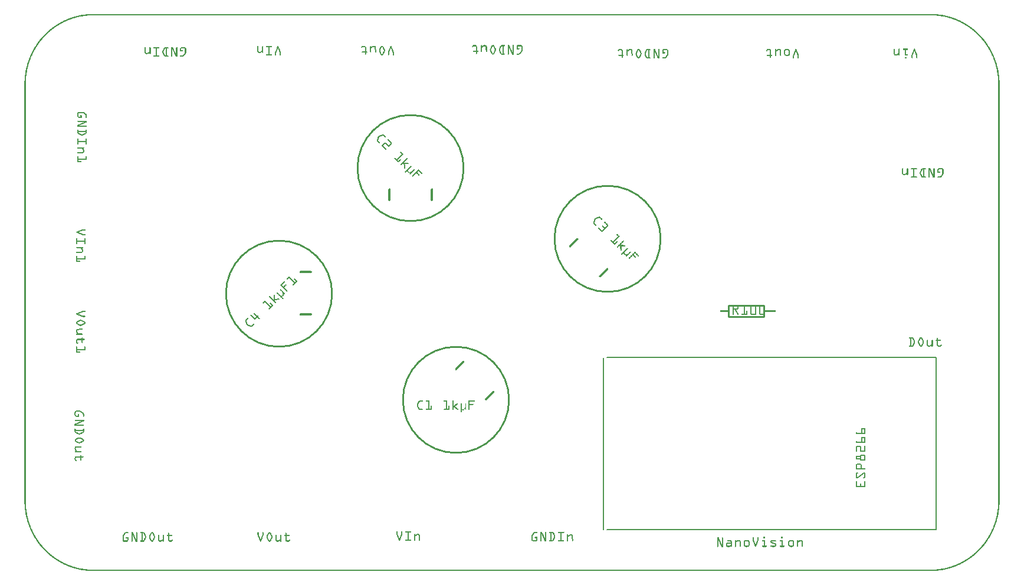
<source format=gto>
G04 MADE WITH FRITZING*
G04 WWW.FRITZING.ORG*
G04 DOUBLE SIDED*
G04 HOLES PLATED*
G04 CONTOUR ON CENTER OF CONTOUR VECTOR*
%ASAXBY*%
%FSLAX23Y23*%
%MOIN*%
%OFA0B0*%
%SFA1.0B1.0*%
%ADD10C,0.610000X0.59*%
%ADD11C,0.007960*%
%ADD12C,0.010000*%
%ADD13R,0.001000X0.001000*%
%LNSILK1*%
G90*
G70*
G54D10*
X2439Y971D03*
X3295Y1878D03*
X1439Y1571D03*
X2183Y2278D03*
G54D11*
X3292Y235D02*
X5152Y235D01*
D02*
X5152Y1210D02*
X3292Y1210D01*
D02*
X5152Y235D02*
X5152Y1205D01*
D02*
X3271Y235D02*
X3271Y1207D01*
G54D12*
D02*
X4180Y1438D02*
X3980Y1438D01*
D02*
X3980Y1438D02*
X3980Y1504D01*
D02*
X3980Y1504D02*
X4180Y1504D01*
D02*
X4180Y1504D02*
X4180Y1438D01*
G54D13*
X370Y3150D02*
X5140Y3150D01*
X356Y3149D02*
X5154Y3149D01*
X346Y3148D02*
X5164Y3148D01*
X338Y3147D02*
X5172Y3147D01*
X331Y3146D02*
X5179Y3146D01*
X325Y3145D02*
X5185Y3145D01*
X319Y3144D02*
X5191Y3144D01*
X314Y3143D02*
X5196Y3143D01*
X309Y3142D02*
X369Y3142D01*
X5141Y3142D02*
X5201Y3142D01*
X304Y3141D02*
X355Y3141D01*
X5155Y3141D02*
X5206Y3141D01*
X300Y3140D02*
X345Y3140D01*
X5165Y3140D02*
X5210Y3140D01*
X296Y3139D02*
X337Y3139D01*
X5173Y3139D02*
X5214Y3139D01*
X292Y3138D02*
X330Y3138D01*
X5180Y3138D02*
X5218Y3138D01*
X288Y3137D02*
X324Y3137D01*
X5186Y3137D02*
X5222Y3137D01*
X285Y3136D02*
X318Y3136D01*
X5192Y3136D02*
X5225Y3136D01*
X281Y3135D02*
X313Y3135D01*
X5197Y3135D02*
X5229Y3135D01*
X278Y3134D02*
X308Y3134D01*
X5202Y3134D02*
X5232Y3134D01*
X275Y3133D02*
X304Y3133D01*
X5206Y3133D02*
X5235Y3133D01*
X272Y3132D02*
X300Y3132D01*
X5210Y3132D02*
X5238Y3132D01*
X269Y3131D02*
X296Y3131D01*
X5214Y3131D02*
X5241Y3131D01*
X266Y3130D02*
X292Y3130D01*
X5218Y3130D02*
X5244Y3130D01*
X263Y3129D02*
X288Y3129D01*
X5222Y3129D02*
X5247Y3129D01*
X260Y3128D02*
X284Y3128D01*
X5226Y3128D02*
X5250Y3128D01*
X257Y3127D02*
X281Y3127D01*
X5229Y3127D02*
X5253Y3127D01*
X254Y3126D02*
X278Y3126D01*
X5232Y3126D02*
X5256Y3126D01*
X252Y3125D02*
X275Y3125D01*
X5235Y3125D02*
X5258Y3125D01*
X250Y3124D02*
X272Y3124D01*
X5238Y3124D02*
X5260Y3124D01*
X247Y3123D02*
X269Y3123D01*
X5241Y3123D02*
X5263Y3123D01*
X245Y3122D02*
X266Y3122D01*
X5244Y3122D02*
X5265Y3122D01*
X242Y3121D02*
X263Y3121D01*
X5247Y3121D02*
X5268Y3121D01*
X240Y3120D02*
X260Y3120D01*
X5250Y3120D02*
X5270Y3120D01*
X237Y3119D02*
X257Y3119D01*
X5253Y3119D02*
X5273Y3119D01*
X235Y3118D02*
X255Y3118D01*
X5255Y3118D02*
X5275Y3118D01*
X233Y3117D02*
X252Y3117D01*
X5258Y3117D02*
X5277Y3117D01*
X231Y3116D02*
X250Y3116D01*
X5260Y3116D02*
X5279Y3116D01*
X228Y3115D02*
X247Y3115D01*
X5263Y3115D02*
X5282Y3115D01*
X226Y3114D02*
X245Y3114D01*
X5265Y3114D02*
X5284Y3114D01*
X224Y3113D02*
X242Y3113D01*
X5268Y3113D02*
X5286Y3113D01*
X222Y3112D02*
X240Y3112D01*
X5270Y3112D02*
X5288Y3112D01*
X220Y3111D02*
X238Y3111D01*
X5272Y3111D02*
X5290Y3111D01*
X218Y3110D02*
X235Y3110D01*
X5275Y3110D02*
X5292Y3110D01*
X216Y3109D02*
X233Y3109D01*
X5277Y3109D02*
X5294Y3109D01*
X214Y3108D02*
X231Y3108D01*
X5279Y3108D02*
X5296Y3108D01*
X212Y3107D02*
X229Y3107D01*
X5281Y3107D02*
X5298Y3107D01*
X210Y3106D02*
X227Y3106D01*
X5283Y3106D02*
X5300Y3106D01*
X208Y3105D02*
X225Y3105D01*
X5285Y3105D02*
X5302Y3105D01*
X206Y3104D02*
X222Y3104D01*
X5288Y3104D02*
X5304Y3104D01*
X205Y3103D02*
X221Y3103D01*
X5289Y3103D02*
X5305Y3103D01*
X203Y3102D02*
X219Y3102D01*
X5291Y3102D02*
X5307Y3102D01*
X201Y3101D02*
X217Y3101D01*
X5293Y3101D02*
X5309Y3101D01*
X199Y3100D02*
X215Y3100D01*
X5295Y3100D02*
X5311Y3100D01*
X198Y3099D02*
X213Y3099D01*
X5297Y3099D02*
X5312Y3099D01*
X196Y3098D02*
X211Y3098D01*
X5299Y3098D02*
X5314Y3098D01*
X194Y3097D02*
X209Y3097D01*
X5301Y3097D02*
X5316Y3097D01*
X192Y3096D02*
X207Y3096D01*
X5303Y3096D02*
X5318Y3096D01*
X191Y3095D02*
X205Y3095D01*
X5305Y3095D02*
X5319Y3095D01*
X189Y3094D02*
X204Y3094D01*
X5306Y3094D02*
X5321Y3094D01*
X187Y3093D02*
X202Y3093D01*
X5308Y3093D02*
X5323Y3093D01*
X186Y3092D02*
X200Y3092D01*
X5310Y3092D02*
X5324Y3092D01*
X184Y3091D02*
X199Y3091D01*
X5311Y3091D02*
X5326Y3091D01*
X183Y3090D02*
X197Y3090D01*
X5313Y3090D02*
X5327Y3090D01*
X181Y3089D02*
X195Y3089D01*
X5315Y3089D02*
X5329Y3089D01*
X180Y3088D02*
X193Y3088D01*
X5317Y3088D02*
X5330Y3088D01*
X178Y3087D02*
X192Y3087D01*
X5318Y3087D02*
X5332Y3087D01*
X177Y3086D02*
X190Y3086D01*
X5320Y3086D02*
X5333Y3086D01*
X175Y3085D02*
X189Y3085D01*
X5321Y3085D02*
X5335Y3085D01*
X174Y3084D02*
X187Y3084D01*
X5323Y3084D02*
X5336Y3084D01*
X172Y3083D02*
X185Y3083D01*
X5325Y3083D02*
X5338Y3083D01*
X171Y3082D02*
X184Y3082D01*
X5326Y3082D02*
X5339Y3082D01*
X169Y3081D02*
X182Y3081D01*
X5328Y3081D02*
X5341Y3081D01*
X168Y3080D02*
X181Y3080D01*
X5329Y3080D02*
X5342Y3080D01*
X166Y3079D02*
X179Y3079D01*
X5331Y3079D02*
X5344Y3079D01*
X165Y3078D02*
X178Y3078D01*
X5332Y3078D02*
X5345Y3078D01*
X164Y3077D02*
X176Y3077D01*
X5334Y3077D02*
X5346Y3077D01*
X162Y3076D02*
X175Y3076D01*
X5335Y3076D02*
X5348Y3076D01*
X161Y3075D02*
X173Y3075D01*
X5337Y3075D02*
X5349Y3075D01*
X160Y3074D02*
X172Y3074D01*
X5338Y3074D02*
X5350Y3074D01*
X158Y3073D02*
X171Y3073D01*
X5339Y3073D02*
X5352Y3073D01*
X157Y3072D02*
X169Y3072D01*
X5341Y3072D02*
X5353Y3072D01*
X155Y3071D02*
X168Y3071D01*
X5342Y3071D02*
X5355Y3071D01*
X154Y3070D02*
X167Y3070D01*
X5343Y3070D02*
X5356Y3070D01*
X153Y3069D02*
X165Y3069D01*
X5345Y3069D02*
X5357Y3069D01*
X152Y3068D02*
X164Y3068D01*
X5346Y3068D02*
X5358Y3068D01*
X150Y3067D02*
X162Y3067D01*
X5348Y3067D02*
X5360Y3067D01*
X149Y3066D02*
X161Y3066D01*
X5349Y3066D02*
X5361Y3066D01*
X148Y3065D02*
X160Y3065D01*
X5350Y3065D02*
X5362Y3065D01*
X147Y3064D02*
X158Y3064D01*
X5352Y3064D02*
X5363Y3064D01*
X145Y3063D02*
X157Y3063D01*
X5353Y3063D02*
X5365Y3063D01*
X144Y3062D02*
X156Y3062D01*
X5354Y3062D02*
X5366Y3062D01*
X143Y3061D02*
X155Y3061D01*
X5355Y3061D02*
X5367Y3061D01*
X142Y3060D02*
X153Y3060D01*
X5357Y3060D02*
X5368Y3060D01*
X141Y3059D02*
X152Y3059D01*
X5358Y3059D02*
X5369Y3059D01*
X139Y3058D02*
X151Y3058D01*
X5359Y3058D02*
X5371Y3058D01*
X138Y3057D02*
X150Y3057D01*
X5360Y3057D02*
X5372Y3057D01*
X137Y3056D02*
X148Y3056D01*
X5362Y3056D02*
X5373Y3056D01*
X136Y3055D02*
X147Y3055D01*
X5363Y3055D02*
X5374Y3055D01*
X135Y3054D02*
X146Y3054D01*
X5364Y3054D02*
X5375Y3054D01*
X134Y3053D02*
X145Y3053D01*
X5365Y3053D02*
X5376Y3053D01*
X133Y3052D02*
X144Y3052D01*
X5366Y3052D02*
X5377Y3052D01*
X132Y3051D02*
X143Y3051D01*
X5367Y3051D02*
X5378Y3051D01*
X130Y3050D02*
X141Y3050D01*
X5369Y3050D02*
X5380Y3050D01*
X129Y3049D02*
X140Y3049D01*
X5370Y3049D02*
X5381Y3049D01*
X128Y3048D02*
X139Y3048D01*
X5371Y3048D02*
X5382Y3048D01*
X127Y3047D02*
X138Y3047D01*
X5372Y3047D02*
X5383Y3047D01*
X126Y3046D02*
X137Y3046D01*
X5373Y3046D02*
X5384Y3046D01*
X125Y3045D02*
X136Y3045D01*
X5374Y3045D02*
X5385Y3045D01*
X124Y3044D02*
X135Y3044D01*
X5375Y3044D02*
X5386Y3044D01*
X123Y3043D02*
X134Y3043D01*
X5376Y3043D02*
X5387Y3043D01*
X122Y3042D02*
X132Y3042D01*
X5378Y3042D02*
X5388Y3042D01*
X121Y3041D02*
X131Y3041D01*
X5379Y3041D02*
X5389Y3041D01*
X120Y3040D02*
X130Y3040D01*
X5380Y3040D02*
X5390Y3040D01*
X119Y3039D02*
X129Y3039D01*
X5381Y3039D02*
X5391Y3039D01*
X118Y3038D02*
X128Y3038D01*
X5382Y3038D02*
X5392Y3038D01*
X117Y3037D02*
X127Y3037D01*
X5383Y3037D02*
X5393Y3037D01*
X116Y3036D02*
X126Y3036D01*
X5384Y3036D02*
X5394Y3036D01*
X115Y3035D02*
X125Y3035D01*
X5385Y3035D02*
X5395Y3035D01*
X114Y3034D02*
X124Y3034D01*
X5386Y3034D02*
X5396Y3034D01*
X113Y3033D02*
X123Y3033D01*
X5387Y3033D02*
X5397Y3033D01*
X112Y3032D02*
X122Y3032D01*
X5388Y3032D02*
X5398Y3032D01*
X111Y3031D02*
X121Y3031D01*
X5389Y3031D02*
X5399Y3031D01*
X110Y3030D02*
X120Y3030D01*
X5390Y3030D02*
X5400Y3030D01*
X109Y3029D02*
X119Y3029D01*
X5391Y3029D02*
X5401Y3029D01*
X108Y3028D02*
X118Y3028D01*
X5392Y3028D02*
X5402Y3028D01*
X107Y3027D02*
X117Y3027D01*
X5393Y3027D02*
X5403Y3027D01*
X106Y3026D02*
X116Y3026D01*
X5394Y3026D02*
X5404Y3026D01*
X105Y3025D02*
X115Y3025D01*
X5395Y3025D02*
X5405Y3025D01*
X104Y3024D02*
X114Y3024D01*
X5396Y3024D02*
X5406Y3024D01*
X103Y3023D02*
X113Y3023D01*
X5397Y3023D02*
X5407Y3023D01*
X102Y3022D02*
X112Y3022D01*
X5398Y3022D02*
X5408Y3022D01*
X102Y3021D02*
X111Y3021D01*
X5399Y3021D02*
X5408Y3021D01*
X101Y3020D02*
X111Y3020D01*
X5399Y3020D02*
X5409Y3020D01*
X100Y3019D02*
X110Y3019D01*
X5400Y3019D02*
X5410Y3019D01*
X99Y3018D02*
X109Y3018D01*
X5401Y3018D02*
X5411Y3018D01*
X98Y3017D02*
X108Y3017D01*
X5402Y3017D02*
X5412Y3017D01*
X97Y3016D02*
X107Y3016D01*
X5403Y3016D02*
X5413Y3016D01*
X96Y3015D02*
X106Y3015D01*
X5404Y3015D02*
X5414Y3015D01*
X96Y3014D02*
X105Y3014D01*
X5405Y3014D02*
X5414Y3014D01*
X95Y3013D02*
X104Y3013D01*
X5406Y3013D02*
X5415Y3013D01*
X94Y3012D02*
X103Y3012D01*
X5407Y3012D02*
X5416Y3012D01*
X93Y3011D02*
X102Y3011D01*
X5408Y3011D02*
X5417Y3011D01*
X92Y3010D02*
X102Y3010D01*
X5408Y3010D02*
X5418Y3010D01*
X91Y3009D02*
X101Y3009D01*
X5409Y3009D02*
X5419Y3009D01*
X90Y3008D02*
X100Y3008D01*
X5410Y3008D02*
X5420Y3008D01*
X90Y3007D02*
X99Y3007D01*
X5411Y3007D02*
X5420Y3007D01*
X89Y3006D02*
X98Y3006D01*
X5412Y3006D02*
X5421Y3006D01*
X88Y3005D02*
X97Y3005D01*
X5413Y3005D02*
X5422Y3005D01*
X87Y3004D02*
X97Y3004D01*
X5413Y3004D02*
X5423Y3004D01*
X86Y3003D02*
X96Y3003D01*
X5414Y3003D02*
X5424Y3003D01*
X86Y3002D02*
X95Y3002D01*
X5415Y3002D02*
X5424Y3002D01*
X85Y3001D02*
X94Y3001D01*
X5416Y3001D02*
X5425Y3001D01*
X84Y3000D02*
X93Y3000D01*
X5417Y3000D02*
X5426Y3000D01*
X83Y2999D02*
X92Y2999D01*
X5418Y2999D02*
X5427Y2999D01*
X83Y2998D02*
X92Y2998D01*
X5418Y2998D02*
X5427Y2998D01*
X82Y2997D02*
X91Y2997D01*
X5419Y2997D02*
X5428Y2997D01*
X81Y2996D02*
X90Y2996D01*
X5420Y2996D02*
X5429Y2996D01*
X80Y2995D02*
X89Y2995D01*
X5421Y2995D02*
X5430Y2995D01*
X80Y2994D02*
X89Y2994D01*
X5421Y2994D02*
X5430Y2994D01*
X79Y2993D02*
X88Y2993D01*
X5422Y2993D02*
X5431Y2993D01*
X78Y2992D02*
X87Y2992D01*
X5423Y2992D02*
X5432Y2992D01*
X77Y2991D02*
X86Y2991D01*
X5424Y2991D02*
X5433Y2991D01*
X77Y2990D02*
X85Y2990D01*
X5425Y2990D02*
X5433Y2990D01*
X76Y2989D02*
X85Y2989D01*
X5425Y2989D02*
X5434Y2989D01*
X75Y2988D02*
X84Y2988D01*
X5426Y2988D02*
X5435Y2988D01*
X74Y2987D02*
X83Y2987D01*
X5427Y2987D02*
X5436Y2987D01*
X74Y2986D02*
X82Y2986D01*
X5428Y2986D02*
X5436Y2986D01*
X73Y2985D02*
X82Y2985D01*
X5428Y2985D02*
X5437Y2985D01*
X72Y2984D02*
X81Y2984D01*
X5429Y2984D02*
X5438Y2984D01*
X72Y2983D02*
X80Y2983D01*
X5430Y2983D02*
X5438Y2983D01*
X71Y2982D02*
X80Y2982D01*
X5430Y2982D02*
X5439Y2982D01*
X70Y2981D02*
X79Y2981D01*
X5431Y2981D02*
X5440Y2981D01*
X70Y2980D02*
X78Y2980D01*
X5432Y2980D02*
X5440Y2980D01*
X69Y2979D02*
X78Y2979D01*
X5432Y2979D02*
X5441Y2979D01*
X68Y2978D02*
X77Y2978D01*
X5433Y2978D02*
X5442Y2978D01*
X67Y2977D02*
X76Y2977D01*
X5434Y2977D02*
X5443Y2977D01*
X67Y2976D02*
X75Y2976D01*
X5435Y2976D02*
X5443Y2976D01*
X66Y2975D02*
X75Y2975D01*
X5435Y2975D02*
X5444Y2975D01*
X65Y2974D02*
X74Y2974D01*
X2536Y2974D02*
X2550Y2974D01*
X2581Y2974D02*
X2585Y2974D01*
X2596Y2974D02*
X2606Y2974D01*
X2644Y2974D02*
X2650Y2974D01*
X2695Y2974D02*
X2713Y2974D01*
X2731Y2974D02*
X2739Y2974D01*
X2760Y2974D02*
X2763Y2974D01*
X2787Y2974D02*
X2808Y2974D01*
X5436Y2974D02*
X5445Y2974D01*
X65Y2973D02*
X73Y2973D01*
X2535Y2973D02*
X2552Y2973D01*
X2581Y2973D02*
X2586Y2973D01*
X2594Y2973D02*
X2608Y2973D01*
X2642Y2973D02*
X2652Y2973D01*
X2693Y2973D02*
X2714Y2973D01*
X2731Y2973D02*
X2740Y2973D01*
X2759Y2973D02*
X2764Y2973D01*
X2786Y2973D02*
X2810Y2973D01*
X5437Y2973D02*
X5445Y2973D01*
X64Y2972D02*
X73Y2972D01*
X2533Y2972D02*
X2553Y2972D01*
X2580Y2972D02*
X2586Y2972D01*
X2592Y2972D02*
X2609Y2972D01*
X2641Y2972D02*
X2653Y2972D01*
X2692Y2972D02*
X2714Y2972D01*
X2731Y2972D02*
X2740Y2972D01*
X2758Y2972D02*
X2764Y2972D01*
X2784Y2972D02*
X2811Y2972D01*
X5437Y2972D02*
X5446Y2972D01*
X64Y2971D02*
X72Y2971D01*
X2532Y2971D02*
X2554Y2971D01*
X2580Y2971D02*
X2586Y2971D01*
X2590Y2971D02*
X2610Y2971D01*
X2640Y2971D02*
X2654Y2971D01*
X2691Y2971D02*
X2714Y2971D01*
X2731Y2971D02*
X2741Y2971D01*
X2758Y2971D02*
X2764Y2971D01*
X2783Y2971D02*
X2812Y2971D01*
X5438Y2971D02*
X5446Y2971D01*
X63Y2970D02*
X71Y2970D01*
X1910Y2970D02*
X1923Y2970D01*
X1955Y2970D02*
X1958Y2970D01*
X1969Y2970D02*
X1980Y2970D01*
X2017Y2970D02*
X2023Y2970D01*
X2069Y2970D02*
X2072Y2970D01*
X2532Y2970D02*
X2555Y2970D01*
X2580Y2970D02*
X2586Y2970D01*
X2589Y2970D02*
X2611Y2970D01*
X2640Y2970D02*
X2655Y2970D01*
X2690Y2970D02*
X2714Y2970D01*
X2731Y2970D02*
X2741Y2970D01*
X2758Y2970D02*
X2764Y2970D01*
X2783Y2970D02*
X2813Y2970D01*
X5439Y2970D02*
X5447Y2970D01*
X62Y2969D02*
X71Y2969D01*
X1346Y2969D02*
X1346Y2969D01*
X1369Y2969D02*
X1396Y2969D01*
X1908Y2969D02*
X1925Y2969D01*
X1954Y2969D02*
X1959Y2969D01*
X1967Y2969D02*
X1981Y2969D01*
X2016Y2969D02*
X2025Y2969D01*
X2068Y2969D02*
X2073Y2969D01*
X2531Y2969D02*
X2555Y2969D01*
X2580Y2969D02*
X2612Y2969D01*
X2639Y2969D02*
X2655Y2969D01*
X2689Y2969D02*
X2713Y2969D01*
X2731Y2969D02*
X2742Y2969D01*
X2758Y2969D02*
X2764Y2969D01*
X2782Y2969D02*
X2813Y2969D01*
X5439Y2969D02*
X5448Y2969D01*
X62Y2968D02*
X70Y2968D01*
X1316Y2968D02*
X1320Y2968D01*
X1344Y2968D02*
X1348Y2968D01*
X1367Y2968D02*
X1398Y2968D01*
X1430Y2968D02*
X1435Y2968D01*
X1907Y2968D02*
X1926Y2968D01*
X1954Y2968D02*
X1959Y2968D01*
X1965Y2968D02*
X1983Y2968D01*
X2014Y2968D02*
X2026Y2968D01*
X2068Y2968D02*
X2074Y2968D01*
X2531Y2968D02*
X2556Y2968D01*
X2580Y2968D02*
X2612Y2968D01*
X2639Y2968D02*
X2656Y2968D01*
X2689Y2968D02*
X2712Y2968D01*
X2731Y2968D02*
X2742Y2968D01*
X2758Y2968D02*
X2764Y2968D01*
X2782Y2968D02*
X2814Y2968D01*
X5440Y2968D02*
X5448Y2968D01*
X61Y2967D02*
X69Y2967D01*
X1316Y2967D02*
X1321Y2967D01*
X1343Y2967D02*
X1348Y2967D01*
X1366Y2967D02*
X1399Y2967D01*
X1430Y2967D02*
X1435Y2967D01*
X1906Y2967D02*
X1927Y2967D01*
X1953Y2967D02*
X1959Y2967D01*
X1964Y2967D02*
X1984Y2967D01*
X2014Y2967D02*
X2027Y2967D01*
X2067Y2967D02*
X2074Y2967D01*
X2530Y2967D02*
X2537Y2967D01*
X2549Y2967D02*
X2556Y2967D01*
X2580Y2967D02*
X2596Y2967D01*
X2606Y2967D02*
X2613Y2967D01*
X2638Y2967D02*
X2645Y2967D01*
X2649Y2967D02*
X2656Y2967D01*
X2688Y2967D02*
X2696Y2967D01*
X2701Y2967D02*
X2707Y2967D01*
X2731Y2967D02*
X2742Y2967D01*
X2758Y2967D02*
X2764Y2967D01*
X2781Y2967D02*
X2788Y2967D01*
X2807Y2967D02*
X2814Y2967D01*
X5441Y2967D02*
X5449Y2967D01*
X60Y2966D02*
X69Y2966D01*
X1315Y2966D02*
X1321Y2966D01*
X1343Y2966D02*
X1349Y2966D01*
X1366Y2966D02*
X1399Y2966D01*
X1429Y2966D02*
X1436Y2966D01*
X1905Y2966D02*
X1928Y2966D01*
X1953Y2966D02*
X1959Y2966D01*
X1962Y2966D02*
X1984Y2966D01*
X2013Y2966D02*
X2028Y2966D01*
X2067Y2966D02*
X2074Y2966D01*
X2530Y2966D02*
X2536Y2966D01*
X2550Y2966D02*
X2556Y2966D01*
X2580Y2966D02*
X2595Y2966D01*
X2606Y2966D02*
X2613Y2966D01*
X2638Y2966D02*
X2644Y2966D01*
X2650Y2966D02*
X2657Y2966D01*
X2688Y2966D02*
X2695Y2966D01*
X2701Y2966D02*
X2707Y2966D01*
X2731Y2966D02*
X2743Y2966D01*
X2758Y2966D02*
X2764Y2966D01*
X2781Y2966D02*
X2787Y2966D01*
X2808Y2966D02*
X2814Y2966D01*
X5441Y2966D02*
X5450Y2966D01*
X60Y2965D02*
X68Y2965D01*
X1315Y2965D02*
X1321Y2965D01*
X1343Y2965D02*
X1349Y2965D01*
X1366Y2965D02*
X1399Y2965D01*
X1429Y2965D02*
X1436Y2965D01*
X1904Y2965D02*
X1929Y2965D01*
X1953Y2965D02*
X1985Y2965D01*
X2012Y2965D02*
X2028Y2965D01*
X2066Y2965D02*
X2075Y2965D01*
X2530Y2965D02*
X2536Y2965D01*
X2550Y2965D02*
X2557Y2965D01*
X2580Y2965D02*
X2593Y2965D01*
X2607Y2965D02*
X2613Y2965D01*
X2637Y2965D02*
X2644Y2965D01*
X2650Y2965D02*
X2657Y2965D01*
X2687Y2965D02*
X2694Y2965D01*
X2701Y2965D02*
X2707Y2965D01*
X2731Y2965D02*
X2743Y2965D01*
X2758Y2965D02*
X2764Y2965D01*
X2781Y2965D02*
X2787Y2965D01*
X2808Y2965D02*
X2814Y2965D01*
X5442Y2965D02*
X5450Y2965D01*
X59Y2964D02*
X68Y2964D01*
X1315Y2964D02*
X1321Y2964D01*
X1343Y2964D02*
X1349Y2964D01*
X1366Y2964D02*
X1399Y2964D01*
X1429Y2964D02*
X1436Y2964D01*
X1904Y2964D02*
X1929Y2964D01*
X1953Y2964D02*
X1985Y2964D01*
X2012Y2964D02*
X2029Y2964D01*
X2066Y2964D02*
X2075Y2964D01*
X2530Y2964D02*
X2536Y2964D01*
X2551Y2964D02*
X2557Y2964D01*
X2580Y2964D02*
X2591Y2964D01*
X2607Y2964D02*
X2613Y2964D01*
X2637Y2964D02*
X2643Y2964D01*
X2651Y2964D02*
X2658Y2964D01*
X2687Y2964D02*
X2694Y2964D01*
X2701Y2964D02*
X2707Y2964D01*
X2731Y2964D02*
X2744Y2964D01*
X2758Y2964D02*
X2764Y2964D01*
X2781Y2964D02*
X2787Y2964D01*
X2808Y2964D02*
X2814Y2964D01*
X5442Y2964D02*
X5451Y2964D01*
X59Y2963D02*
X67Y2963D01*
X1315Y2963D02*
X1321Y2963D01*
X1343Y2963D02*
X1349Y2963D01*
X1367Y2963D02*
X1398Y2963D01*
X1428Y2963D02*
X1437Y2963D01*
X1903Y2963D02*
X1911Y2963D01*
X1923Y2963D02*
X1930Y2963D01*
X1953Y2963D02*
X1970Y2963D01*
X1979Y2963D02*
X1986Y2963D01*
X2011Y2963D02*
X2018Y2963D01*
X2022Y2963D02*
X2029Y2963D01*
X2066Y2963D02*
X2076Y2963D01*
X2531Y2963D02*
X2535Y2963D01*
X2551Y2963D02*
X2557Y2963D01*
X2580Y2963D02*
X2590Y2963D01*
X2607Y2963D02*
X2613Y2963D01*
X2636Y2963D02*
X2643Y2963D01*
X2651Y2963D02*
X2658Y2963D01*
X2686Y2963D02*
X2693Y2963D01*
X2701Y2963D02*
X2707Y2963D01*
X2731Y2963D02*
X2744Y2963D01*
X2758Y2963D02*
X2764Y2963D01*
X2781Y2963D02*
X2787Y2963D01*
X2808Y2963D02*
X2814Y2963D01*
X5443Y2963D02*
X5451Y2963D01*
X58Y2962D02*
X66Y2962D01*
X680Y2962D02*
X684Y2962D01*
X708Y2962D02*
X711Y2962D01*
X730Y2962D02*
X762Y2962D01*
X793Y2962D02*
X812Y2962D01*
X830Y2962D02*
X838Y2962D01*
X858Y2962D02*
X862Y2962D01*
X886Y2962D02*
X907Y2962D01*
X1315Y2962D02*
X1321Y2962D01*
X1343Y2962D02*
X1349Y2962D01*
X1379Y2962D02*
X1386Y2962D01*
X1428Y2962D02*
X1437Y2962D01*
X1903Y2962D02*
X1910Y2962D01*
X1923Y2962D02*
X1930Y2962D01*
X1953Y2962D02*
X1968Y2962D01*
X1980Y2962D02*
X1986Y2962D01*
X2011Y2962D02*
X2018Y2962D01*
X2023Y2962D02*
X2030Y2962D01*
X2065Y2962D02*
X2076Y2962D01*
X2533Y2962D02*
X2533Y2962D01*
X2551Y2962D02*
X2557Y2962D01*
X2580Y2962D02*
X2588Y2962D01*
X2607Y2962D02*
X2613Y2962D01*
X2636Y2962D02*
X2642Y2962D01*
X2652Y2962D02*
X2659Y2962D01*
X2686Y2962D02*
X2693Y2962D01*
X2701Y2962D02*
X2707Y2962D01*
X2731Y2962D02*
X2745Y2962D01*
X2758Y2962D02*
X2764Y2962D01*
X2781Y2962D02*
X2787Y2962D01*
X2808Y2962D02*
X2814Y2962D01*
X5444Y2962D02*
X5452Y2962D01*
X57Y2961D02*
X66Y2961D01*
X679Y2961D02*
X685Y2961D01*
X707Y2961D02*
X712Y2961D01*
X730Y2961D02*
X762Y2961D01*
X791Y2961D02*
X812Y2961D01*
X830Y2961D02*
X839Y2961D01*
X858Y2961D02*
X863Y2961D01*
X884Y2961D02*
X909Y2961D01*
X1315Y2961D02*
X1321Y2961D01*
X1343Y2961D02*
X1349Y2961D01*
X1379Y2961D02*
X1385Y2961D01*
X1427Y2961D02*
X1438Y2961D01*
X1903Y2961D02*
X1909Y2961D01*
X1924Y2961D02*
X1930Y2961D01*
X1953Y2961D02*
X1966Y2961D01*
X1980Y2961D02*
X1986Y2961D01*
X2010Y2961D02*
X2017Y2961D01*
X2024Y2961D02*
X2030Y2961D01*
X2065Y2961D02*
X2076Y2961D01*
X2551Y2961D02*
X2557Y2961D01*
X2580Y2961D02*
X2587Y2961D01*
X2607Y2961D02*
X2613Y2961D01*
X2635Y2961D02*
X2642Y2961D01*
X2652Y2961D02*
X2659Y2961D01*
X2685Y2961D02*
X2692Y2961D01*
X2701Y2961D02*
X2707Y2961D01*
X2731Y2961D02*
X2745Y2961D01*
X2758Y2961D02*
X2764Y2961D01*
X2781Y2961D02*
X2787Y2961D01*
X2808Y2961D02*
X2814Y2961D01*
X5444Y2961D02*
X5453Y2961D01*
X57Y2960D02*
X65Y2960D01*
X679Y2960D02*
X685Y2960D01*
X707Y2960D02*
X712Y2960D01*
X729Y2960D02*
X763Y2960D01*
X790Y2960D02*
X813Y2960D01*
X830Y2960D02*
X839Y2960D01*
X857Y2960D02*
X863Y2960D01*
X883Y2960D02*
X910Y2960D01*
X1316Y2960D02*
X1321Y2960D01*
X1343Y2960D02*
X1349Y2960D01*
X1379Y2960D02*
X1385Y2960D01*
X1427Y2960D02*
X1438Y2960D01*
X1904Y2960D02*
X1909Y2960D01*
X1924Y2960D02*
X1930Y2960D01*
X1953Y2960D02*
X1965Y2960D01*
X1980Y2960D02*
X1986Y2960D01*
X2010Y2960D02*
X2017Y2960D01*
X2024Y2960D02*
X2031Y2960D01*
X2064Y2960D02*
X2077Y2960D01*
X2551Y2960D02*
X2557Y2960D01*
X2580Y2960D02*
X2586Y2960D01*
X2607Y2960D02*
X2613Y2960D01*
X2635Y2960D02*
X2641Y2960D01*
X2653Y2960D02*
X2660Y2960D01*
X2685Y2960D02*
X2692Y2960D01*
X2701Y2960D02*
X2707Y2960D01*
X2731Y2960D02*
X2737Y2960D01*
X2739Y2960D02*
X2745Y2960D01*
X2758Y2960D02*
X2764Y2960D01*
X2781Y2960D02*
X2787Y2960D01*
X2808Y2960D02*
X2814Y2960D01*
X5445Y2960D02*
X5453Y2960D01*
X56Y2959D02*
X64Y2959D01*
X679Y2959D02*
X685Y2959D01*
X706Y2959D02*
X713Y2959D01*
X729Y2959D02*
X763Y2959D01*
X789Y2959D02*
X813Y2959D01*
X830Y2959D02*
X840Y2959D01*
X857Y2959D02*
X863Y2959D01*
X882Y2959D02*
X911Y2959D01*
X1316Y2959D02*
X1322Y2959D01*
X1343Y2959D02*
X1349Y2959D01*
X1379Y2959D02*
X1385Y2959D01*
X1427Y2959D02*
X1438Y2959D01*
X1904Y2959D02*
X1908Y2959D01*
X1924Y2959D02*
X1930Y2959D01*
X1953Y2959D02*
X1963Y2959D01*
X1980Y2959D02*
X1986Y2959D01*
X2009Y2959D02*
X2016Y2959D01*
X2025Y2959D02*
X2031Y2959D01*
X2064Y2959D02*
X2077Y2959D01*
X2551Y2959D02*
X2557Y2959D01*
X2580Y2959D02*
X2586Y2959D01*
X2607Y2959D02*
X2613Y2959D01*
X2634Y2959D02*
X2641Y2959D01*
X2653Y2959D02*
X2660Y2959D01*
X2684Y2959D02*
X2691Y2959D01*
X2701Y2959D02*
X2707Y2959D01*
X2731Y2959D02*
X2737Y2959D01*
X2739Y2959D02*
X2746Y2959D01*
X2758Y2959D02*
X2764Y2959D01*
X2781Y2959D02*
X2787Y2959D01*
X2808Y2959D02*
X2814Y2959D01*
X5446Y2959D02*
X5454Y2959D01*
X56Y2958D02*
X64Y2958D01*
X679Y2958D02*
X685Y2958D01*
X706Y2958D02*
X713Y2958D01*
X730Y2958D02*
X762Y2958D01*
X789Y2958D02*
X813Y2958D01*
X830Y2958D02*
X840Y2958D01*
X857Y2958D02*
X863Y2958D01*
X881Y2958D02*
X912Y2958D01*
X1316Y2958D02*
X1322Y2958D01*
X1343Y2958D02*
X1349Y2958D01*
X1379Y2958D02*
X1385Y2958D01*
X1426Y2958D02*
X1439Y2958D01*
X1906Y2958D02*
X1906Y2958D01*
X1924Y2958D02*
X1930Y2958D01*
X1953Y2958D02*
X1962Y2958D01*
X1980Y2958D02*
X1986Y2958D01*
X2009Y2958D02*
X2016Y2958D01*
X2025Y2958D02*
X2032Y2958D01*
X2064Y2958D02*
X2078Y2958D01*
X2551Y2958D02*
X2557Y2958D01*
X2580Y2958D02*
X2586Y2958D01*
X2607Y2958D02*
X2613Y2958D01*
X2634Y2958D02*
X2640Y2958D01*
X2654Y2958D02*
X2661Y2958D01*
X2684Y2958D02*
X2691Y2958D01*
X2701Y2958D02*
X2707Y2958D01*
X2731Y2958D02*
X2737Y2958D01*
X2740Y2958D02*
X2746Y2958D01*
X2758Y2958D02*
X2764Y2958D01*
X2781Y2958D02*
X2787Y2958D01*
X2808Y2958D02*
X2814Y2958D01*
X5446Y2958D02*
X5454Y2958D01*
X55Y2957D02*
X63Y2957D01*
X679Y2957D02*
X685Y2957D01*
X706Y2957D02*
X713Y2957D01*
X730Y2957D02*
X762Y2957D01*
X788Y2957D02*
X812Y2957D01*
X830Y2957D02*
X840Y2957D01*
X857Y2957D02*
X863Y2957D01*
X881Y2957D02*
X912Y2957D01*
X1316Y2957D02*
X1322Y2957D01*
X1343Y2957D02*
X1349Y2957D01*
X1379Y2957D02*
X1385Y2957D01*
X1426Y2957D02*
X1439Y2957D01*
X1924Y2957D02*
X1930Y2957D01*
X1953Y2957D02*
X1960Y2957D01*
X1980Y2957D02*
X1986Y2957D01*
X2008Y2957D02*
X2015Y2957D01*
X2026Y2957D02*
X2032Y2957D01*
X2063Y2957D02*
X2078Y2957D01*
X2551Y2957D02*
X2557Y2957D01*
X2580Y2957D02*
X2586Y2957D01*
X2607Y2957D02*
X2613Y2957D01*
X2633Y2957D02*
X2640Y2957D01*
X2654Y2957D02*
X2661Y2957D01*
X2683Y2957D02*
X2690Y2957D01*
X2701Y2957D02*
X2707Y2957D01*
X2731Y2957D02*
X2737Y2957D01*
X2740Y2957D02*
X2747Y2957D01*
X2758Y2957D02*
X2764Y2957D01*
X2781Y2957D02*
X2794Y2957D01*
X2808Y2957D02*
X2814Y2957D01*
X5447Y2957D02*
X5455Y2957D01*
X54Y2956D02*
X63Y2956D01*
X679Y2956D02*
X685Y2956D01*
X706Y2956D02*
X713Y2956D01*
X732Y2956D02*
X759Y2956D01*
X787Y2956D02*
X810Y2956D01*
X830Y2956D02*
X841Y2956D01*
X857Y2956D02*
X863Y2956D01*
X880Y2956D02*
X913Y2956D01*
X1316Y2956D02*
X1322Y2956D01*
X1343Y2956D02*
X1349Y2956D01*
X1379Y2956D02*
X1385Y2956D01*
X1425Y2956D02*
X1440Y2956D01*
X1924Y2956D02*
X1930Y2956D01*
X1953Y2956D02*
X1959Y2956D01*
X1980Y2956D02*
X1986Y2956D01*
X2008Y2956D02*
X2015Y2956D01*
X2026Y2956D02*
X2033Y2956D01*
X2063Y2956D02*
X2069Y2956D01*
X2072Y2956D02*
X2078Y2956D01*
X2551Y2956D02*
X2557Y2956D01*
X2580Y2956D02*
X2586Y2956D01*
X2607Y2956D02*
X2613Y2956D01*
X2633Y2956D02*
X2639Y2956D01*
X2655Y2956D02*
X2662Y2956D01*
X2683Y2956D02*
X2690Y2956D01*
X2701Y2956D02*
X2707Y2956D01*
X2731Y2956D02*
X2737Y2956D01*
X2741Y2956D02*
X2747Y2956D01*
X2758Y2956D02*
X2764Y2956D01*
X2781Y2956D02*
X2796Y2956D01*
X2808Y2956D02*
X2814Y2956D01*
X5447Y2956D02*
X5456Y2956D01*
X54Y2955D02*
X62Y2955D01*
X679Y2955D02*
X685Y2955D01*
X706Y2955D02*
X713Y2955D01*
X743Y2955D02*
X749Y2955D01*
X787Y2955D02*
X794Y2955D01*
X800Y2955D02*
X806Y2955D01*
X830Y2955D02*
X841Y2955D01*
X857Y2955D02*
X863Y2955D01*
X880Y2955D02*
X887Y2955D01*
X906Y2955D02*
X913Y2955D01*
X1316Y2955D02*
X1322Y2955D01*
X1343Y2955D02*
X1349Y2955D01*
X1379Y2955D02*
X1385Y2955D01*
X1425Y2955D02*
X1440Y2955D01*
X1924Y2955D02*
X1930Y2955D01*
X1953Y2955D02*
X1959Y2955D01*
X1980Y2955D02*
X1986Y2955D01*
X2007Y2955D02*
X2014Y2955D01*
X2027Y2955D02*
X2033Y2955D01*
X2063Y2955D02*
X2069Y2955D01*
X2072Y2955D02*
X2079Y2955D01*
X2551Y2955D02*
X2557Y2955D01*
X2580Y2955D02*
X2586Y2955D01*
X2607Y2955D02*
X2613Y2955D01*
X2632Y2955D02*
X2639Y2955D01*
X2655Y2955D02*
X2662Y2955D01*
X2682Y2955D02*
X2689Y2955D01*
X2701Y2955D02*
X2707Y2955D01*
X2731Y2955D02*
X2737Y2955D01*
X2741Y2955D02*
X2748Y2955D01*
X2758Y2955D02*
X2764Y2955D01*
X2781Y2955D02*
X2797Y2955D01*
X2808Y2955D02*
X2814Y2955D01*
X5448Y2955D02*
X5456Y2955D01*
X53Y2954D02*
X61Y2954D01*
X679Y2954D02*
X685Y2954D01*
X706Y2954D02*
X713Y2954D01*
X743Y2954D02*
X749Y2954D01*
X786Y2954D02*
X793Y2954D01*
X800Y2954D02*
X806Y2954D01*
X830Y2954D02*
X842Y2954D01*
X857Y2954D02*
X863Y2954D01*
X880Y2954D02*
X886Y2954D01*
X907Y2954D02*
X913Y2954D01*
X1316Y2954D02*
X1322Y2954D01*
X1343Y2954D02*
X1349Y2954D01*
X1379Y2954D02*
X1385Y2954D01*
X1425Y2954D02*
X1431Y2954D01*
X1434Y2954D02*
X1440Y2954D01*
X1924Y2954D02*
X1930Y2954D01*
X1953Y2954D02*
X1959Y2954D01*
X1980Y2954D02*
X1986Y2954D01*
X2007Y2954D02*
X2014Y2954D01*
X2027Y2954D02*
X2034Y2954D01*
X2062Y2954D02*
X2069Y2954D01*
X2072Y2954D02*
X2079Y2954D01*
X2551Y2954D02*
X2557Y2954D01*
X2580Y2954D02*
X2586Y2954D01*
X2607Y2954D02*
X2613Y2954D01*
X2632Y2954D02*
X2638Y2954D01*
X2656Y2954D02*
X2663Y2954D01*
X2682Y2954D02*
X2689Y2954D01*
X2701Y2954D02*
X2707Y2954D01*
X2731Y2954D02*
X2737Y2954D01*
X2741Y2954D02*
X2748Y2954D01*
X2758Y2954D02*
X2764Y2954D01*
X2781Y2954D02*
X2797Y2954D01*
X2808Y2954D02*
X2814Y2954D01*
X4914Y2954D02*
X4916Y2954D01*
X4941Y2954D02*
X4943Y2954D01*
X4967Y2954D02*
X4990Y2954D01*
X5028Y2954D02*
X5030Y2954D01*
X5449Y2954D02*
X5457Y2954D01*
X53Y2953D02*
X61Y2953D01*
X679Y2953D02*
X685Y2953D01*
X706Y2953D02*
X713Y2953D01*
X743Y2953D02*
X749Y2953D01*
X786Y2953D02*
X793Y2953D01*
X800Y2953D02*
X806Y2953D01*
X830Y2953D02*
X842Y2953D01*
X857Y2953D02*
X863Y2953D01*
X880Y2953D02*
X886Y2953D01*
X907Y2953D02*
X913Y2953D01*
X1316Y2953D02*
X1322Y2953D01*
X1343Y2953D02*
X1349Y2953D01*
X1379Y2953D02*
X1385Y2953D01*
X1424Y2953D02*
X1431Y2953D01*
X1434Y2953D02*
X1441Y2953D01*
X1924Y2953D02*
X1930Y2953D01*
X1953Y2953D02*
X1959Y2953D01*
X1980Y2953D02*
X1986Y2953D01*
X2006Y2953D02*
X2013Y2953D01*
X2028Y2953D02*
X2034Y2953D01*
X2062Y2953D02*
X2068Y2953D01*
X2073Y2953D02*
X2079Y2953D01*
X2551Y2953D02*
X2557Y2953D01*
X2580Y2953D02*
X2586Y2953D01*
X2607Y2953D02*
X2613Y2953D01*
X2631Y2953D02*
X2638Y2953D01*
X2656Y2953D02*
X2663Y2953D01*
X2682Y2953D02*
X2688Y2953D01*
X2701Y2953D02*
X2707Y2953D01*
X2731Y2953D02*
X2737Y2953D01*
X2742Y2953D02*
X2749Y2953D01*
X2758Y2953D02*
X2764Y2953D01*
X2781Y2953D02*
X2797Y2953D01*
X2808Y2953D02*
X2814Y2953D01*
X4913Y2953D02*
X4917Y2953D01*
X4940Y2953D02*
X4945Y2953D01*
X4966Y2953D02*
X4991Y2953D01*
X5027Y2953D02*
X5031Y2953D01*
X5449Y2953D02*
X5457Y2953D01*
X52Y2952D02*
X60Y2952D01*
X679Y2952D02*
X685Y2952D01*
X706Y2952D02*
X713Y2952D01*
X743Y2952D02*
X749Y2952D01*
X785Y2952D02*
X792Y2952D01*
X800Y2952D02*
X806Y2952D01*
X830Y2952D02*
X843Y2952D01*
X857Y2952D02*
X863Y2952D01*
X880Y2952D02*
X886Y2952D01*
X907Y2952D02*
X913Y2952D01*
X1316Y2952D02*
X1322Y2952D01*
X1343Y2952D02*
X1349Y2952D01*
X1379Y2952D02*
X1385Y2952D01*
X1424Y2952D02*
X1430Y2952D01*
X1434Y2952D02*
X1441Y2952D01*
X1924Y2952D02*
X1930Y2952D01*
X1953Y2952D02*
X1959Y2952D01*
X1980Y2952D02*
X1986Y2952D01*
X2006Y2952D02*
X2013Y2952D01*
X2028Y2952D02*
X2035Y2952D01*
X2061Y2952D02*
X2068Y2952D01*
X2073Y2952D02*
X2080Y2952D01*
X2551Y2952D02*
X2557Y2952D01*
X2580Y2952D02*
X2586Y2952D01*
X2607Y2952D02*
X2613Y2952D01*
X2631Y2952D02*
X2637Y2952D01*
X2657Y2952D02*
X2663Y2952D01*
X2681Y2952D02*
X2688Y2952D01*
X2701Y2952D02*
X2707Y2952D01*
X2731Y2952D02*
X2737Y2952D01*
X2742Y2952D02*
X2749Y2952D01*
X2758Y2952D02*
X2764Y2952D01*
X2781Y2952D02*
X2797Y2952D01*
X2808Y2952D02*
X2814Y2952D01*
X3361Y2952D02*
X3372Y2952D01*
X3405Y2952D02*
X3407Y2952D01*
X3420Y2952D02*
X3428Y2952D01*
X3468Y2952D02*
X3472Y2952D01*
X3519Y2952D02*
X3535Y2952D01*
X3554Y2952D02*
X3562Y2952D01*
X3583Y2952D02*
X3586Y2952D01*
X3612Y2952D02*
X3630Y2952D01*
X4200Y2952D02*
X4211Y2952D01*
X4244Y2952D02*
X4246Y2952D01*
X4259Y2952D02*
X4268Y2952D01*
X4302Y2952D02*
X4316Y2952D01*
X4358Y2952D02*
X4361Y2952D01*
X4912Y2952D02*
X4918Y2952D01*
X4940Y2952D02*
X4945Y2952D01*
X4966Y2952D02*
X4992Y2952D01*
X5026Y2952D02*
X5032Y2952D01*
X5450Y2952D02*
X5458Y2952D01*
X52Y2951D02*
X60Y2951D01*
X679Y2951D02*
X685Y2951D01*
X706Y2951D02*
X713Y2951D01*
X743Y2951D02*
X749Y2951D01*
X785Y2951D02*
X792Y2951D01*
X800Y2951D02*
X806Y2951D01*
X830Y2951D02*
X843Y2951D01*
X857Y2951D02*
X863Y2951D01*
X880Y2951D02*
X886Y2951D01*
X907Y2951D02*
X913Y2951D01*
X1316Y2951D02*
X1322Y2951D01*
X1343Y2951D02*
X1349Y2951D01*
X1379Y2951D02*
X1385Y2951D01*
X1424Y2951D02*
X1430Y2951D01*
X1435Y2951D02*
X1441Y2951D01*
X1924Y2951D02*
X1930Y2951D01*
X1953Y2951D02*
X1959Y2951D01*
X1980Y2951D02*
X1986Y2951D01*
X2005Y2951D02*
X2012Y2951D01*
X2029Y2951D02*
X2035Y2951D01*
X2061Y2951D02*
X2068Y2951D01*
X2074Y2951D02*
X2080Y2951D01*
X2551Y2951D02*
X2557Y2951D01*
X2580Y2951D02*
X2586Y2951D01*
X2607Y2951D02*
X2613Y2951D01*
X2631Y2951D02*
X2637Y2951D01*
X2657Y2951D02*
X2664Y2951D01*
X2681Y2951D02*
X2687Y2951D01*
X2701Y2951D02*
X2707Y2951D01*
X2731Y2951D02*
X2737Y2951D01*
X2743Y2951D02*
X2749Y2951D01*
X2758Y2951D02*
X2764Y2951D01*
X2781Y2951D02*
X2796Y2951D01*
X2808Y2951D02*
X2814Y2951D01*
X3358Y2951D02*
X3375Y2951D01*
X3404Y2951D02*
X3408Y2951D01*
X3417Y2951D02*
X3431Y2951D01*
X3466Y2951D02*
X3475Y2951D01*
X3516Y2951D02*
X3536Y2951D01*
X3554Y2951D02*
X3563Y2951D01*
X3582Y2951D02*
X3587Y2951D01*
X3609Y2951D02*
X3632Y2951D01*
X4197Y2951D02*
X4214Y2951D01*
X4243Y2951D02*
X4248Y2951D01*
X4257Y2951D02*
X4270Y2951D01*
X4300Y2951D02*
X4318Y2951D01*
X4357Y2951D02*
X4362Y2951D01*
X4912Y2951D02*
X4918Y2951D01*
X4939Y2951D02*
X4945Y2951D01*
X4965Y2951D02*
X4992Y2951D01*
X5026Y2951D02*
X5032Y2951D01*
X5450Y2951D02*
X5458Y2951D01*
X51Y2950D02*
X59Y2950D01*
X679Y2950D02*
X685Y2950D01*
X706Y2950D02*
X713Y2950D01*
X743Y2950D02*
X749Y2950D01*
X785Y2950D02*
X791Y2950D01*
X800Y2950D02*
X806Y2950D01*
X830Y2950D02*
X844Y2950D01*
X857Y2950D02*
X863Y2950D01*
X880Y2950D02*
X886Y2950D01*
X907Y2950D02*
X913Y2950D01*
X1316Y2950D02*
X1322Y2950D01*
X1343Y2950D02*
X1349Y2950D01*
X1379Y2950D02*
X1385Y2950D01*
X1423Y2950D02*
X1430Y2950D01*
X1435Y2950D02*
X1442Y2950D01*
X1924Y2950D02*
X1930Y2950D01*
X1953Y2950D02*
X1959Y2950D01*
X1980Y2950D02*
X1986Y2950D01*
X2005Y2950D02*
X2012Y2950D01*
X2029Y2950D02*
X2036Y2950D01*
X2061Y2950D02*
X2067Y2950D01*
X2074Y2950D02*
X2081Y2950D01*
X2551Y2950D02*
X2557Y2950D01*
X2580Y2950D02*
X2586Y2950D01*
X2607Y2950D02*
X2613Y2950D01*
X2630Y2950D02*
X2637Y2950D01*
X2658Y2950D02*
X2664Y2950D01*
X2681Y2950D02*
X2687Y2950D01*
X2701Y2950D02*
X2707Y2950D01*
X2731Y2950D02*
X2737Y2950D01*
X2743Y2950D02*
X2750Y2950D01*
X2758Y2950D02*
X2764Y2950D01*
X2808Y2950D02*
X2814Y2950D01*
X3357Y2950D02*
X3376Y2950D01*
X3403Y2950D02*
X3409Y2950D01*
X3416Y2950D02*
X3432Y2950D01*
X3465Y2950D02*
X3476Y2950D01*
X3515Y2950D02*
X3537Y2950D01*
X3554Y2950D02*
X3563Y2950D01*
X3582Y2950D02*
X3587Y2950D01*
X3608Y2950D02*
X3634Y2950D01*
X4196Y2950D02*
X4215Y2950D01*
X4243Y2950D02*
X4248Y2950D01*
X4255Y2950D02*
X4271Y2950D01*
X4299Y2950D02*
X4320Y2950D01*
X4357Y2950D02*
X4362Y2950D01*
X4912Y2950D02*
X4918Y2950D01*
X4939Y2950D02*
X4945Y2950D01*
X4966Y2950D02*
X4992Y2950D01*
X5025Y2950D02*
X5033Y2950D01*
X5451Y2950D02*
X5459Y2950D01*
X50Y2949D02*
X59Y2949D01*
X679Y2949D02*
X685Y2949D01*
X706Y2949D02*
X713Y2949D01*
X743Y2949D02*
X749Y2949D01*
X784Y2949D02*
X791Y2949D01*
X800Y2949D02*
X806Y2949D01*
X830Y2949D02*
X844Y2949D01*
X857Y2949D02*
X863Y2949D01*
X880Y2949D02*
X886Y2949D01*
X907Y2949D02*
X913Y2949D01*
X1316Y2949D02*
X1322Y2949D01*
X1343Y2949D02*
X1349Y2949D01*
X1379Y2949D02*
X1385Y2949D01*
X1423Y2949D02*
X1429Y2949D01*
X1436Y2949D02*
X1442Y2949D01*
X1924Y2949D02*
X1930Y2949D01*
X1953Y2949D02*
X1959Y2949D01*
X1981Y2949D02*
X1987Y2949D01*
X2005Y2949D02*
X2011Y2949D01*
X2030Y2949D02*
X2036Y2949D01*
X2060Y2949D02*
X2067Y2949D01*
X2074Y2949D02*
X2081Y2949D01*
X2551Y2949D02*
X2557Y2949D01*
X2580Y2949D02*
X2586Y2949D01*
X2607Y2949D02*
X2613Y2949D01*
X2630Y2949D02*
X2636Y2949D01*
X2658Y2949D02*
X2664Y2949D01*
X2681Y2949D02*
X2687Y2949D01*
X2701Y2949D02*
X2707Y2949D01*
X2731Y2949D02*
X2737Y2949D01*
X2744Y2949D02*
X2750Y2949D01*
X2758Y2949D02*
X2764Y2949D01*
X2808Y2949D02*
X2814Y2949D01*
X3356Y2949D02*
X3377Y2949D01*
X3403Y2949D02*
X3409Y2949D01*
X3414Y2949D02*
X3433Y2949D01*
X3464Y2949D02*
X3477Y2949D01*
X3514Y2949D02*
X3537Y2949D01*
X3554Y2949D02*
X3564Y2949D01*
X3581Y2949D02*
X3587Y2949D01*
X3607Y2949D02*
X3635Y2949D01*
X4195Y2949D02*
X4216Y2949D01*
X4242Y2949D02*
X4248Y2949D01*
X4253Y2949D02*
X4272Y2949D01*
X4298Y2949D02*
X4321Y2949D01*
X4356Y2949D02*
X4363Y2949D01*
X4912Y2949D02*
X4918Y2949D01*
X4939Y2949D02*
X4945Y2949D01*
X4966Y2949D02*
X4991Y2949D01*
X5025Y2949D02*
X5033Y2949D01*
X5451Y2949D02*
X5460Y2949D01*
X50Y2948D02*
X58Y2948D01*
X679Y2948D02*
X685Y2948D01*
X706Y2948D02*
X713Y2948D01*
X743Y2948D02*
X749Y2948D01*
X784Y2948D02*
X790Y2948D01*
X800Y2948D02*
X806Y2948D01*
X830Y2948D02*
X836Y2948D01*
X838Y2948D02*
X844Y2948D01*
X857Y2948D02*
X863Y2948D01*
X880Y2948D02*
X886Y2948D01*
X907Y2948D02*
X913Y2948D01*
X1316Y2948D02*
X1322Y2948D01*
X1343Y2948D02*
X1349Y2948D01*
X1379Y2948D02*
X1385Y2948D01*
X1422Y2948D02*
X1429Y2948D01*
X1436Y2948D02*
X1443Y2948D01*
X1924Y2948D02*
X1930Y2948D01*
X1953Y2948D02*
X1959Y2948D01*
X1981Y2948D02*
X1987Y2948D01*
X2004Y2948D02*
X2011Y2948D01*
X2030Y2948D02*
X2037Y2948D01*
X2060Y2948D02*
X2066Y2948D01*
X2075Y2948D02*
X2081Y2948D01*
X2551Y2948D02*
X2557Y2948D01*
X2580Y2948D02*
X2586Y2948D01*
X2607Y2948D02*
X2613Y2948D01*
X2630Y2948D02*
X2636Y2948D01*
X2658Y2948D02*
X2664Y2948D01*
X2681Y2948D02*
X2687Y2948D01*
X2701Y2948D02*
X2707Y2948D01*
X2731Y2948D02*
X2737Y2948D01*
X2744Y2948D02*
X2751Y2948D01*
X2758Y2948D02*
X2764Y2948D01*
X2808Y2948D02*
X2814Y2948D01*
X3355Y2948D02*
X3378Y2948D01*
X3403Y2948D02*
X3409Y2948D01*
X3413Y2948D02*
X3434Y2948D01*
X3463Y2948D02*
X3478Y2948D01*
X3513Y2948D02*
X3537Y2948D01*
X3554Y2948D02*
X3564Y2948D01*
X3581Y2948D02*
X3587Y2948D01*
X3606Y2948D02*
X3636Y2948D01*
X4194Y2948D02*
X4217Y2948D01*
X4242Y2948D02*
X4248Y2948D01*
X4252Y2948D02*
X4273Y2948D01*
X4296Y2948D02*
X4322Y2948D01*
X4356Y2948D02*
X4363Y2948D01*
X4912Y2948D02*
X4918Y2948D01*
X4939Y2948D02*
X4945Y2948D01*
X4967Y2948D02*
X4990Y2948D01*
X5025Y2948D02*
X5033Y2948D01*
X5452Y2948D02*
X5460Y2948D01*
X49Y2947D02*
X57Y2947D01*
X679Y2947D02*
X685Y2947D01*
X706Y2947D02*
X713Y2947D01*
X743Y2947D02*
X749Y2947D01*
X783Y2947D02*
X790Y2947D01*
X800Y2947D02*
X806Y2947D01*
X830Y2947D02*
X836Y2947D01*
X838Y2947D02*
X845Y2947D01*
X857Y2947D02*
X863Y2947D01*
X880Y2947D02*
X886Y2947D01*
X907Y2947D02*
X913Y2947D01*
X1316Y2947D02*
X1322Y2947D01*
X1343Y2947D02*
X1349Y2947D01*
X1379Y2947D02*
X1385Y2947D01*
X1422Y2947D02*
X1429Y2947D01*
X1436Y2947D02*
X1443Y2947D01*
X1924Y2947D02*
X1930Y2947D01*
X1953Y2947D02*
X1959Y2947D01*
X1981Y2947D02*
X1987Y2947D01*
X2004Y2947D02*
X2010Y2947D01*
X2030Y2947D02*
X2037Y2947D01*
X2059Y2947D02*
X2066Y2947D01*
X2075Y2947D02*
X2082Y2947D01*
X2551Y2947D02*
X2557Y2947D01*
X2580Y2947D02*
X2586Y2947D01*
X2607Y2947D02*
X2613Y2947D01*
X2630Y2947D02*
X2636Y2947D01*
X2658Y2947D02*
X2664Y2947D01*
X2681Y2947D02*
X2687Y2947D01*
X2701Y2947D02*
X2707Y2947D01*
X2731Y2947D02*
X2737Y2947D01*
X2744Y2947D02*
X2751Y2947D01*
X2758Y2947D02*
X2764Y2947D01*
X2808Y2947D02*
X2814Y2947D01*
X3354Y2947D02*
X3378Y2947D01*
X3403Y2947D02*
X3409Y2947D01*
X3411Y2947D02*
X3435Y2947D01*
X3462Y2947D02*
X3478Y2947D01*
X3513Y2947D02*
X3537Y2947D01*
X3554Y2947D02*
X3565Y2947D01*
X3581Y2947D02*
X3587Y2947D01*
X3605Y2947D02*
X3636Y2947D01*
X4193Y2947D02*
X4217Y2947D01*
X4242Y2947D02*
X4248Y2947D01*
X4250Y2947D02*
X4274Y2947D01*
X4295Y2947D02*
X4323Y2947D01*
X4355Y2947D02*
X4364Y2947D01*
X4912Y2947D02*
X4918Y2947D01*
X4939Y2947D02*
X4945Y2947D01*
X4976Y2947D02*
X4982Y2947D01*
X5024Y2947D02*
X5034Y2947D01*
X5453Y2947D02*
X5461Y2947D01*
X49Y2946D02*
X57Y2946D01*
X679Y2946D02*
X685Y2946D01*
X706Y2946D02*
X713Y2946D01*
X743Y2946D02*
X749Y2946D01*
X783Y2946D02*
X789Y2946D01*
X800Y2946D02*
X806Y2946D01*
X830Y2946D02*
X836Y2946D01*
X839Y2946D02*
X845Y2946D01*
X857Y2946D02*
X863Y2946D01*
X880Y2946D02*
X886Y2946D01*
X907Y2946D02*
X913Y2946D01*
X1316Y2946D02*
X1322Y2946D01*
X1343Y2946D02*
X1349Y2946D01*
X1379Y2946D02*
X1385Y2946D01*
X1422Y2946D02*
X1428Y2946D01*
X1437Y2946D02*
X1443Y2946D01*
X1924Y2946D02*
X1930Y2946D01*
X1953Y2946D02*
X1959Y2946D01*
X1981Y2946D02*
X1987Y2946D01*
X2004Y2946D02*
X2010Y2946D01*
X2031Y2946D02*
X2037Y2946D01*
X2059Y2946D02*
X2066Y2946D01*
X2076Y2946D02*
X2082Y2946D01*
X2551Y2946D02*
X2557Y2946D01*
X2580Y2946D02*
X2586Y2946D01*
X2607Y2946D02*
X2613Y2946D01*
X2630Y2946D02*
X2637Y2946D01*
X2658Y2946D02*
X2664Y2946D01*
X2681Y2946D02*
X2687Y2946D01*
X2701Y2946D02*
X2707Y2946D01*
X2731Y2946D02*
X2737Y2946D01*
X2745Y2946D02*
X2752Y2946D01*
X2758Y2946D02*
X2764Y2946D01*
X2808Y2946D02*
X2814Y2946D01*
X3354Y2946D02*
X3379Y2946D01*
X3403Y2946D02*
X3435Y2946D01*
X3462Y2946D02*
X3479Y2946D01*
X3512Y2946D02*
X3535Y2946D01*
X3554Y2946D02*
X3565Y2946D01*
X3581Y2946D02*
X3587Y2946D01*
X3605Y2946D02*
X3637Y2946D01*
X4193Y2946D02*
X4218Y2946D01*
X4242Y2946D02*
X4274Y2946D01*
X4295Y2946D02*
X4324Y2946D01*
X4355Y2946D02*
X4364Y2946D01*
X4912Y2946D02*
X4918Y2946D01*
X4939Y2946D02*
X4945Y2946D01*
X4976Y2946D02*
X4982Y2946D01*
X5024Y2946D02*
X5034Y2946D01*
X5453Y2946D02*
X5461Y2946D01*
X48Y2945D02*
X56Y2945D01*
X679Y2945D02*
X685Y2945D01*
X706Y2945D02*
X713Y2945D01*
X743Y2945D02*
X749Y2945D01*
X782Y2945D02*
X789Y2945D01*
X800Y2945D02*
X806Y2945D01*
X830Y2945D02*
X836Y2945D01*
X839Y2945D02*
X846Y2945D01*
X857Y2945D02*
X863Y2945D01*
X880Y2945D02*
X894Y2945D01*
X907Y2945D02*
X913Y2945D01*
X1316Y2945D02*
X1322Y2945D01*
X1343Y2945D02*
X1349Y2945D01*
X1379Y2945D02*
X1385Y2945D01*
X1421Y2945D02*
X1428Y2945D01*
X1437Y2945D02*
X1444Y2945D01*
X1924Y2945D02*
X1930Y2945D01*
X1953Y2945D02*
X1959Y2945D01*
X1981Y2945D02*
X1987Y2945D01*
X2004Y2945D02*
X2010Y2945D01*
X2031Y2945D02*
X2037Y2945D01*
X2059Y2945D02*
X2065Y2945D01*
X2076Y2945D02*
X2083Y2945D01*
X2551Y2945D02*
X2557Y2945D01*
X2580Y2945D02*
X2586Y2945D01*
X2608Y2945D02*
X2613Y2945D01*
X2631Y2945D02*
X2637Y2945D01*
X2657Y2945D02*
X2664Y2945D01*
X2681Y2945D02*
X2687Y2945D01*
X2701Y2945D02*
X2707Y2945D01*
X2731Y2945D02*
X2737Y2945D01*
X2745Y2945D02*
X2752Y2945D01*
X2758Y2945D02*
X2764Y2945D01*
X2808Y2945D02*
X2814Y2945D01*
X3353Y2945D02*
X3361Y2945D01*
X3372Y2945D02*
X3379Y2945D01*
X3403Y2945D02*
X3420Y2945D01*
X3428Y2945D02*
X3436Y2945D01*
X3461Y2945D02*
X3469Y2945D01*
X3472Y2945D02*
X3479Y2945D01*
X3512Y2945D02*
X3519Y2945D01*
X3524Y2945D02*
X3530Y2945D01*
X3554Y2945D02*
X3565Y2945D01*
X3581Y2945D02*
X3587Y2945D01*
X3605Y2945D02*
X3612Y2945D01*
X3630Y2945D02*
X3637Y2945D01*
X4192Y2945D02*
X4200Y2945D01*
X4211Y2945D02*
X4218Y2945D01*
X4242Y2945D02*
X4259Y2945D01*
X4267Y2945D02*
X4275Y2945D01*
X4294Y2945D02*
X4303Y2945D01*
X4316Y2945D02*
X4325Y2945D01*
X4355Y2945D02*
X4364Y2945D01*
X4912Y2945D02*
X4918Y2945D01*
X4939Y2945D02*
X4945Y2945D01*
X4976Y2945D02*
X4982Y2945D01*
X5023Y2945D02*
X5035Y2945D01*
X5454Y2945D02*
X5462Y2945D01*
X48Y2944D02*
X56Y2944D01*
X679Y2944D02*
X685Y2944D01*
X706Y2944D02*
X713Y2944D01*
X743Y2944D02*
X749Y2944D01*
X782Y2944D02*
X788Y2944D01*
X800Y2944D02*
X806Y2944D01*
X830Y2944D02*
X836Y2944D01*
X839Y2944D02*
X846Y2944D01*
X857Y2944D02*
X863Y2944D01*
X880Y2944D02*
X895Y2944D01*
X907Y2944D02*
X913Y2944D01*
X1316Y2944D02*
X1322Y2944D01*
X1343Y2944D02*
X1349Y2944D01*
X1379Y2944D02*
X1385Y2944D01*
X1421Y2944D02*
X1427Y2944D01*
X1438Y2944D02*
X1444Y2944D01*
X1924Y2944D02*
X1930Y2944D01*
X1953Y2944D02*
X1959Y2944D01*
X1981Y2944D02*
X1987Y2944D01*
X2004Y2944D02*
X2010Y2944D01*
X2031Y2944D02*
X2037Y2944D01*
X2058Y2944D02*
X2065Y2944D01*
X2076Y2944D02*
X2083Y2944D01*
X2551Y2944D02*
X2557Y2944D01*
X2580Y2944D02*
X2586Y2944D01*
X2608Y2944D02*
X2614Y2944D01*
X2631Y2944D02*
X2637Y2944D01*
X2657Y2944D02*
X2663Y2944D01*
X2681Y2944D02*
X2687Y2944D01*
X2701Y2944D02*
X2707Y2944D01*
X2731Y2944D02*
X2737Y2944D01*
X2746Y2944D02*
X2753Y2944D01*
X2758Y2944D02*
X2764Y2944D01*
X2808Y2944D02*
X2814Y2944D01*
X3353Y2944D02*
X3360Y2944D01*
X3373Y2944D02*
X3380Y2944D01*
X3403Y2944D02*
X3418Y2944D01*
X3429Y2944D02*
X3436Y2944D01*
X3461Y2944D02*
X3468Y2944D01*
X3473Y2944D02*
X3480Y2944D01*
X3511Y2944D02*
X3518Y2944D01*
X3524Y2944D02*
X3530Y2944D01*
X3554Y2944D02*
X3566Y2944D01*
X3581Y2944D02*
X3587Y2944D01*
X3604Y2944D02*
X3611Y2944D01*
X3631Y2944D02*
X3637Y2944D01*
X4192Y2944D02*
X4199Y2944D01*
X4212Y2944D02*
X4219Y2944D01*
X4242Y2944D02*
X4257Y2944D01*
X4268Y2944D02*
X4275Y2944D01*
X4293Y2944D02*
X4301Y2944D01*
X4317Y2944D02*
X4325Y2944D01*
X4354Y2944D02*
X4365Y2944D01*
X4912Y2944D02*
X4918Y2944D01*
X4939Y2944D02*
X4945Y2944D01*
X4976Y2944D02*
X4982Y2944D01*
X5023Y2944D02*
X5035Y2944D01*
X5454Y2944D02*
X5462Y2944D01*
X47Y2943D02*
X55Y2943D01*
X680Y2943D02*
X686Y2943D01*
X706Y2943D02*
X713Y2943D01*
X743Y2943D02*
X749Y2943D01*
X781Y2943D02*
X788Y2943D01*
X800Y2943D02*
X806Y2943D01*
X830Y2943D02*
X836Y2943D01*
X840Y2943D02*
X847Y2943D01*
X857Y2943D02*
X863Y2943D01*
X880Y2943D02*
X896Y2943D01*
X907Y2943D02*
X913Y2943D01*
X1316Y2943D02*
X1322Y2943D01*
X1341Y2943D02*
X1349Y2943D01*
X1379Y2943D02*
X1385Y2943D01*
X1420Y2943D02*
X1427Y2943D01*
X1438Y2943D02*
X1445Y2943D01*
X1924Y2943D02*
X1930Y2943D01*
X1953Y2943D02*
X1959Y2943D01*
X1981Y2943D02*
X1987Y2943D01*
X2004Y2943D02*
X2010Y2943D01*
X2031Y2943D02*
X2037Y2943D01*
X2058Y2943D02*
X2064Y2943D01*
X2077Y2943D02*
X2083Y2943D01*
X2551Y2943D02*
X2557Y2943D01*
X2580Y2943D02*
X2586Y2943D01*
X2608Y2943D02*
X2614Y2943D01*
X2631Y2943D02*
X2638Y2943D01*
X2657Y2943D02*
X2663Y2943D01*
X2681Y2943D02*
X2688Y2943D01*
X2701Y2943D02*
X2707Y2943D01*
X2731Y2943D02*
X2737Y2943D01*
X2746Y2943D02*
X2753Y2943D01*
X2758Y2943D02*
X2764Y2943D01*
X2808Y2943D02*
X2814Y2943D01*
X3353Y2943D02*
X3359Y2943D01*
X3374Y2943D02*
X3380Y2943D01*
X3403Y2943D02*
X3417Y2943D01*
X3430Y2943D02*
X3436Y2943D01*
X3460Y2943D02*
X3467Y2943D01*
X3473Y2943D02*
X3480Y2943D01*
X3511Y2943D02*
X3518Y2943D01*
X3524Y2943D02*
X3530Y2943D01*
X3554Y2943D02*
X3566Y2943D01*
X3581Y2943D02*
X3587Y2943D01*
X3604Y2943D02*
X3610Y2943D01*
X3631Y2943D02*
X3637Y2943D01*
X4192Y2943D02*
X4198Y2943D01*
X4213Y2943D02*
X4219Y2943D01*
X4242Y2943D02*
X4256Y2943D01*
X4269Y2943D02*
X4275Y2943D01*
X4293Y2943D02*
X4300Y2943D01*
X4318Y2943D02*
X4326Y2943D01*
X4354Y2943D02*
X4365Y2943D01*
X4912Y2943D02*
X4918Y2943D01*
X4939Y2943D02*
X4945Y2943D01*
X4976Y2943D02*
X4982Y2943D01*
X5023Y2943D02*
X5035Y2943D01*
X5455Y2943D02*
X5463Y2943D01*
X47Y2942D02*
X55Y2942D01*
X680Y2942D02*
X686Y2942D01*
X706Y2942D02*
X713Y2942D01*
X743Y2942D02*
X749Y2942D01*
X781Y2942D02*
X787Y2942D01*
X800Y2942D02*
X806Y2942D01*
X830Y2942D02*
X836Y2942D01*
X840Y2942D02*
X847Y2942D01*
X857Y2942D02*
X863Y2942D01*
X880Y2942D02*
X896Y2942D01*
X907Y2942D02*
X913Y2942D01*
X1316Y2942D02*
X1322Y2942D01*
X1340Y2942D02*
X1349Y2942D01*
X1379Y2942D02*
X1385Y2942D01*
X1420Y2942D02*
X1427Y2942D01*
X1438Y2942D02*
X1445Y2942D01*
X1924Y2942D02*
X1930Y2942D01*
X1953Y2942D02*
X1959Y2942D01*
X1981Y2942D02*
X1987Y2942D01*
X2004Y2942D02*
X2010Y2942D01*
X2031Y2942D02*
X2037Y2942D01*
X2057Y2942D02*
X2064Y2942D01*
X2077Y2942D02*
X2084Y2942D01*
X2535Y2942D02*
X2562Y2942D01*
X2580Y2942D02*
X2586Y2942D01*
X2608Y2942D02*
X2614Y2942D01*
X2632Y2942D02*
X2638Y2942D01*
X2656Y2942D02*
X2663Y2942D01*
X2682Y2942D02*
X2688Y2942D01*
X2701Y2942D02*
X2707Y2942D01*
X2731Y2942D02*
X2737Y2942D01*
X2747Y2942D02*
X2753Y2942D01*
X2758Y2942D02*
X2764Y2942D01*
X2807Y2942D02*
X2814Y2942D01*
X3353Y2942D02*
X3359Y2942D01*
X3374Y2942D02*
X3380Y2942D01*
X3403Y2942D02*
X3415Y2942D01*
X3430Y2942D02*
X3436Y2942D01*
X3460Y2942D02*
X3467Y2942D01*
X3474Y2942D02*
X3481Y2942D01*
X3510Y2942D02*
X3517Y2942D01*
X3524Y2942D02*
X3530Y2942D01*
X3554Y2942D02*
X3567Y2942D01*
X3581Y2942D02*
X3587Y2942D01*
X3604Y2942D02*
X3610Y2942D01*
X3632Y2942D02*
X3638Y2942D01*
X4192Y2942D02*
X4198Y2942D01*
X4213Y2942D02*
X4219Y2942D01*
X4242Y2942D02*
X4254Y2942D01*
X4269Y2942D02*
X4275Y2942D01*
X4293Y2942D02*
X4299Y2942D01*
X4319Y2942D02*
X4326Y2942D01*
X4354Y2942D02*
X4366Y2942D01*
X4912Y2942D02*
X4918Y2942D01*
X4939Y2942D02*
X4945Y2942D01*
X4976Y2942D02*
X4982Y2942D01*
X5022Y2942D02*
X5036Y2942D01*
X5455Y2942D02*
X5463Y2942D01*
X46Y2941D02*
X54Y2941D01*
X680Y2941D02*
X686Y2941D01*
X706Y2941D02*
X713Y2941D01*
X743Y2941D02*
X749Y2941D01*
X780Y2941D02*
X787Y2941D01*
X800Y2941D02*
X806Y2941D01*
X830Y2941D02*
X836Y2941D01*
X841Y2941D02*
X847Y2941D01*
X857Y2941D02*
X863Y2941D01*
X880Y2941D02*
X896Y2941D01*
X907Y2941D02*
X913Y2941D01*
X1316Y2941D02*
X1322Y2941D01*
X1338Y2941D02*
X1349Y2941D01*
X1379Y2941D02*
X1385Y2941D01*
X1420Y2941D02*
X1426Y2941D01*
X1439Y2941D02*
X1445Y2941D01*
X1924Y2941D02*
X1930Y2941D01*
X1953Y2941D02*
X1959Y2941D01*
X1981Y2941D02*
X1987Y2941D01*
X2004Y2941D02*
X2010Y2941D01*
X2031Y2941D02*
X2037Y2941D01*
X2057Y2941D02*
X2064Y2941D01*
X2078Y2941D02*
X2084Y2941D01*
X2534Y2941D02*
X2563Y2941D01*
X2580Y2941D02*
X2586Y2941D01*
X2608Y2941D02*
X2614Y2941D01*
X2632Y2941D02*
X2639Y2941D01*
X2656Y2941D02*
X2662Y2941D01*
X2682Y2941D02*
X2689Y2941D01*
X2701Y2941D02*
X2707Y2941D01*
X2731Y2941D02*
X2737Y2941D01*
X2747Y2941D02*
X2754Y2941D01*
X2758Y2941D02*
X2764Y2941D01*
X2807Y2941D02*
X2814Y2941D01*
X3354Y2941D02*
X3358Y2941D01*
X3374Y2941D02*
X3380Y2941D01*
X3403Y2941D02*
X3414Y2941D01*
X3430Y2941D02*
X3436Y2941D01*
X3459Y2941D02*
X3466Y2941D01*
X3474Y2941D02*
X3481Y2941D01*
X3510Y2941D02*
X3516Y2941D01*
X3524Y2941D02*
X3530Y2941D01*
X3554Y2941D02*
X3567Y2941D01*
X3581Y2941D02*
X3587Y2941D01*
X3604Y2941D02*
X3610Y2941D01*
X3632Y2941D02*
X3638Y2941D01*
X4193Y2941D02*
X4197Y2941D01*
X4213Y2941D02*
X4219Y2941D01*
X4242Y2941D02*
X4253Y2941D01*
X4269Y2941D02*
X4275Y2941D01*
X4293Y2941D02*
X4299Y2941D01*
X4320Y2941D02*
X4326Y2941D01*
X4353Y2941D02*
X4366Y2941D01*
X4912Y2941D02*
X4918Y2941D01*
X4939Y2941D02*
X4945Y2941D01*
X4976Y2941D02*
X4982Y2941D01*
X5022Y2941D02*
X5036Y2941D01*
X5456Y2941D02*
X5464Y2941D01*
X46Y2940D02*
X53Y2940D01*
X680Y2940D02*
X686Y2940D01*
X706Y2940D02*
X713Y2940D01*
X743Y2940D02*
X749Y2940D01*
X780Y2940D02*
X786Y2940D01*
X800Y2940D02*
X806Y2940D01*
X830Y2940D02*
X836Y2940D01*
X841Y2940D02*
X848Y2940D01*
X857Y2940D02*
X863Y2940D01*
X880Y2940D02*
X896Y2940D01*
X907Y2940D02*
X913Y2940D01*
X1316Y2940D02*
X1322Y2940D01*
X1337Y2940D02*
X1349Y2940D01*
X1379Y2940D02*
X1385Y2940D01*
X1419Y2940D02*
X1426Y2940D01*
X1439Y2940D02*
X1446Y2940D01*
X1924Y2940D02*
X1930Y2940D01*
X1953Y2940D02*
X1959Y2940D01*
X1981Y2940D02*
X1987Y2940D01*
X2004Y2940D02*
X2010Y2940D01*
X2030Y2940D02*
X2037Y2940D01*
X2057Y2940D02*
X2063Y2940D01*
X2078Y2940D02*
X2085Y2940D01*
X2534Y2940D02*
X2563Y2940D01*
X2580Y2940D02*
X2586Y2940D01*
X2608Y2940D02*
X2614Y2940D01*
X2632Y2940D02*
X2639Y2940D01*
X2655Y2940D02*
X2662Y2940D01*
X2683Y2940D02*
X2689Y2940D01*
X2701Y2940D02*
X2707Y2940D01*
X2731Y2940D02*
X2737Y2940D01*
X2748Y2940D02*
X2754Y2940D01*
X2758Y2940D02*
X2764Y2940D01*
X2806Y2940D02*
X2813Y2940D01*
X3355Y2940D02*
X3357Y2940D01*
X3374Y2940D02*
X3380Y2940D01*
X3403Y2940D02*
X3412Y2940D01*
X3430Y2940D02*
X3436Y2940D01*
X3459Y2940D02*
X3466Y2940D01*
X3475Y2940D02*
X3482Y2940D01*
X3509Y2940D02*
X3516Y2940D01*
X3524Y2940D02*
X3530Y2940D01*
X3554Y2940D02*
X3568Y2940D01*
X3581Y2940D02*
X3587Y2940D01*
X3604Y2940D02*
X3610Y2940D01*
X3632Y2940D02*
X3638Y2940D01*
X4194Y2940D02*
X4196Y2940D01*
X4213Y2940D02*
X4219Y2940D01*
X4242Y2940D02*
X4251Y2940D01*
X4269Y2940D02*
X4275Y2940D01*
X4293Y2940D02*
X4299Y2940D01*
X4320Y2940D02*
X4326Y2940D01*
X4353Y2940D02*
X4366Y2940D01*
X4912Y2940D02*
X4918Y2940D01*
X4939Y2940D02*
X4945Y2940D01*
X4976Y2940D02*
X4982Y2940D01*
X5021Y2940D02*
X5028Y2940D01*
X5030Y2940D02*
X5037Y2940D01*
X5457Y2940D02*
X5464Y2940D01*
X45Y2939D02*
X53Y2939D01*
X680Y2939D02*
X686Y2939D01*
X706Y2939D02*
X713Y2939D01*
X743Y2939D02*
X749Y2939D01*
X780Y2939D02*
X786Y2939D01*
X800Y2939D02*
X806Y2939D01*
X830Y2939D02*
X836Y2939D01*
X842Y2939D02*
X848Y2939D01*
X857Y2939D02*
X863Y2939D01*
X880Y2939D02*
X895Y2939D01*
X907Y2939D02*
X913Y2939D01*
X1316Y2939D02*
X1322Y2939D01*
X1335Y2939D02*
X1349Y2939D01*
X1379Y2939D02*
X1385Y2939D01*
X1419Y2939D02*
X1425Y2939D01*
X1440Y2939D02*
X1446Y2939D01*
X1924Y2939D02*
X1930Y2939D01*
X1953Y2939D02*
X1959Y2939D01*
X1981Y2939D02*
X1987Y2939D01*
X2004Y2939D02*
X2011Y2939D01*
X2030Y2939D02*
X2036Y2939D01*
X2056Y2939D02*
X2063Y2939D01*
X2078Y2939D02*
X2085Y2939D01*
X2533Y2939D02*
X2563Y2939D01*
X2580Y2939D02*
X2586Y2939D01*
X2608Y2939D02*
X2614Y2939D01*
X2633Y2939D02*
X2640Y2939D01*
X2655Y2939D02*
X2661Y2939D01*
X2683Y2939D02*
X2690Y2939D01*
X2701Y2939D02*
X2707Y2939D01*
X2731Y2939D02*
X2737Y2939D01*
X2748Y2939D02*
X2755Y2939D01*
X2758Y2939D02*
X2764Y2939D01*
X2805Y2939D02*
X2813Y2939D01*
X3374Y2939D02*
X3380Y2939D01*
X3403Y2939D02*
X3410Y2939D01*
X3430Y2939D02*
X3436Y2939D01*
X3458Y2939D02*
X3465Y2939D01*
X3475Y2939D02*
X3482Y2939D01*
X3509Y2939D02*
X3515Y2939D01*
X3524Y2939D02*
X3530Y2939D01*
X3554Y2939D02*
X3568Y2939D01*
X3581Y2939D02*
X3587Y2939D01*
X3604Y2939D02*
X3610Y2939D01*
X3632Y2939D02*
X3638Y2939D01*
X4213Y2939D02*
X4219Y2939D01*
X4242Y2939D02*
X4250Y2939D01*
X4269Y2939D02*
X4275Y2939D01*
X4292Y2939D02*
X4299Y2939D01*
X4320Y2939D02*
X4326Y2939D01*
X4352Y2939D02*
X4367Y2939D01*
X4912Y2939D02*
X4918Y2939D01*
X4939Y2939D02*
X4945Y2939D01*
X4976Y2939D02*
X4982Y2939D01*
X5021Y2939D02*
X5028Y2939D01*
X5030Y2939D02*
X5037Y2939D01*
X5457Y2939D02*
X5465Y2939D01*
X45Y2938D02*
X52Y2938D01*
X680Y2938D02*
X686Y2938D01*
X706Y2938D02*
X713Y2938D01*
X743Y2938D02*
X749Y2938D01*
X779Y2938D02*
X786Y2938D01*
X800Y2938D02*
X806Y2938D01*
X830Y2938D02*
X836Y2938D01*
X842Y2938D02*
X849Y2938D01*
X857Y2938D02*
X863Y2938D01*
X907Y2938D02*
X913Y2938D01*
X1316Y2938D02*
X1323Y2938D01*
X1334Y2938D02*
X1349Y2938D01*
X1379Y2938D02*
X1385Y2938D01*
X1418Y2938D02*
X1425Y2938D01*
X1440Y2938D02*
X1447Y2938D01*
X1909Y2938D02*
X1935Y2938D01*
X1953Y2938D02*
X1959Y2938D01*
X1981Y2938D02*
X1987Y2938D01*
X2005Y2938D02*
X2011Y2938D01*
X2029Y2938D02*
X2036Y2938D01*
X2056Y2938D02*
X2062Y2938D01*
X2079Y2938D02*
X2085Y2938D01*
X2534Y2938D02*
X2563Y2938D01*
X2580Y2938D02*
X2586Y2938D01*
X2608Y2938D02*
X2614Y2938D01*
X2633Y2938D02*
X2640Y2938D01*
X2654Y2938D02*
X2661Y2938D01*
X2684Y2938D02*
X2690Y2938D01*
X2701Y2938D02*
X2707Y2938D01*
X2731Y2938D02*
X2737Y2938D01*
X2748Y2938D02*
X2755Y2938D01*
X2758Y2938D02*
X2764Y2938D01*
X2805Y2938D02*
X2812Y2938D01*
X3374Y2938D02*
X3380Y2938D01*
X3403Y2938D02*
X3409Y2938D01*
X3430Y2938D02*
X3436Y2938D01*
X3458Y2938D02*
X3465Y2938D01*
X3476Y2938D02*
X3483Y2938D01*
X3508Y2938D02*
X3515Y2938D01*
X3524Y2938D02*
X3530Y2938D01*
X3554Y2938D02*
X3560Y2938D01*
X3562Y2938D02*
X3568Y2938D01*
X3581Y2938D02*
X3587Y2938D01*
X3604Y2938D02*
X3610Y2938D01*
X3632Y2938D02*
X3638Y2938D01*
X4213Y2938D02*
X4219Y2938D01*
X4242Y2938D02*
X4248Y2938D01*
X4269Y2938D02*
X4275Y2938D01*
X4292Y2938D02*
X4299Y2938D01*
X4320Y2938D02*
X4326Y2938D01*
X4352Y2938D02*
X4367Y2938D01*
X4912Y2938D02*
X4918Y2938D01*
X4939Y2938D02*
X4945Y2938D01*
X4976Y2938D02*
X4982Y2938D01*
X5021Y2938D02*
X5027Y2938D01*
X5031Y2938D02*
X5037Y2938D01*
X5458Y2938D02*
X5465Y2938D01*
X44Y2937D02*
X52Y2937D01*
X680Y2937D02*
X686Y2937D01*
X705Y2937D02*
X713Y2937D01*
X743Y2937D02*
X749Y2937D01*
X779Y2937D02*
X785Y2937D01*
X800Y2937D02*
X806Y2937D01*
X830Y2937D02*
X836Y2937D01*
X843Y2937D02*
X849Y2937D01*
X857Y2937D02*
X863Y2937D01*
X907Y2937D02*
X913Y2937D01*
X1317Y2937D02*
X1324Y2937D01*
X1332Y2937D02*
X1349Y2937D01*
X1379Y2937D02*
X1385Y2937D01*
X1418Y2937D02*
X1425Y2937D01*
X1440Y2937D02*
X1447Y2937D01*
X1908Y2937D02*
X1936Y2937D01*
X1953Y2937D02*
X1959Y2937D01*
X1981Y2937D02*
X1987Y2937D01*
X2005Y2937D02*
X2012Y2937D01*
X2029Y2937D02*
X2036Y2937D01*
X2055Y2937D02*
X2062Y2937D01*
X2079Y2937D02*
X2086Y2937D01*
X2534Y2937D02*
X2563Y2937D01*
X2581Y2937D02*
X2585Y2937D01*
X2608Y2937D02*
X2613Y2937D01*
X2634Y2937D02*
X2641Y2937D01*
X2654Y2937D02*
X2660Y2937D01*
X2684Y2937D02*
X2691Y2937D01*
X2701Y2937D02*
X2707Y2937D01*
X2731Y2937D02*
X2737Y2937D01*
X2749Y2937D02*
X2756Y2937D01*
X2758Y2937D02*
X2764Y2937D01*
X2804Y2937D02*
X2812Y2937D01*
X3374Y2937D02*
X3380Y2937D01*
X3403Y2937D02*
X3409Y2937D01*
X3430Y2937D02*
X3436Y2937D01*
X3457Y2937D02*
X3464Y2937D01*
X3476Y2937D02*
X3483Y2937D01*
X3508Y2937D02*
X3514Y2937D01*
X3524Y2937D02*
X3530Y2937D01*
X3554Y2937D02*
X3560Y2937D01*
X3562Y2937D02*
X3569Y2937D01*
X3581Y2937D02*
X3587Y2937D01*
X3604Y2937D02*
X3610Y2937D01*
X3632Y2937D02*
X3638Y2937D01*
X4213Y2937D02*
X4219Y2937D01*
X4242Y2937D02*
X4248Y2937D01*
X4269Y2937D02*
X4275Y2937D01*
X4292Y2937D02*
X4299Y2937D01*
X4320Y2937D02*
X4326Y2937D01*
X4352Y2937D02*
X4358Y2937D01*
X4361Y2937D02*
X4367Y2937D01*
X4912Y2937D02*
X4918Y2937D01*
X4939Y2937D02*
X4945Y2937D01*
X4976Y2937D02*
X4982Y2937D01*
X5020Y2937D02*
X5027Y2937D01*
X5031Y2937D02*
X5038Y2937D01*
X5458Y2937D02*
X5466Y2937D01*
X44Y2936D02*
X51Y2936D01*
X680Y2936D02*
X686Y2936D01*
X704Y2936D02*
X713Y2936D01*
X743Y2936D02*
X749Y2936D01*
X779Y2936D02*
X785Y2936D01*
X800Y2936D02*
X806Y2936D01*
X830Y2936D02*
X836Y2936D01*
X843Y2936D02*
X850Y2936D01*
X857Y2936D02*
X863Y2936D01*
X907Y2936D02*
X913Y2936D01*
X1317Y2936D02*
X1349Y2936D01*
X1379Y2936D02*
X1385Y2936D01*
X1418Y2936D02*
X1424Y2936D01*
X1441Y2936D02*
X1447Y2936D01*
X1907Y2936D02*
X1937Y2936D01*
X1953Y2936D02*
X1959Y2936D01*
X1981Y2936D02*
X1987Y2936D01*
X2006Y2936D02*
X2012Y2936D01*
X2028Y2936D02*
X2035Y2936D01*
X2055Y2936D02*
X2062Y2936D01*
X2079Y2936D02*
X2086Y2936D01*
X2535Y2936D02*
X2562Y2936D01*
X2582Y2936D02*
X2585Y2936D01*
X2609Y2936D02*
X2612Y2936D01*
X2634Y2936D02*
X2641Y2936D01*
X2653Y2936D02*
X2660Y2936D01*
X2685Y2936D02*
X2691Y2936D01*
X2701Y2936D02*
X2707Y2936D01*
X2731Y2936D02*
X2737Y2936D01*
X2749Y2936D02*
X2756Y2936D01*
X2758Y2936D02*
X2764Y2936D01*
X2803Y2936D02*
X2811Y2936D01*
X3374Y2936D02*
X3380Y2936D01*
X3403Y2936D02*
X3409Y2936D01*
X3430Y2936D02*
X3436Y2936D01*
X3457Y2936D02*
X3464Y2936D01*
X3477Y2936D02*
X3484Y2936D01*
X3507Y2936D02*
X3514Y2936D01*
X3524Y2936D02*
X3530Y2936D01*
X3554Y2936D02*
X3560Y2936D01*
X3563Y2936D02*
X3569Y2936D01*
X3581Y2936D02*
X3587Y2936D01*
X3604Y2936D02*
X3610Y2936D01*
X3632Y2936D02*
X3638Y2936D01*
X4213Y2936D02*
X4219Y2936D01*
X4242Y2936D02*
X4248Y2936D01*
X4269Y2936D02*
X4275Y2936D01*
X4292Y2936D02*
X4299Y2936D01*
X4320Y2936D02*
X4326Y2936D01*
X4351Y2936D02*
X4358Y2936D01*
X4361Y2936D02*
X4368Y2936D01*
X4912Y2936D02*
X4918Y2936D01*
X4939Y2936D02*
X4945Y2936D01*
X4976Y2936D02*
X4982Y2936D01*
X5020Y2936D02*
X5026Y2936D01*
X5031Y2936D02*
X5038Y2936D01*
X5459Y2936D02*
X5466Y2936D01*
X43Y2935D02*
X51Y2935D01*
X680Y2935D02*
X686Y2935D01*
X702Y2935D02*
X713Y2935D01*
X743Y2935D02*
X749Y2935D01*
X779Y2935D02*
X785Y2935D01*
X800Y2935D02*
X806Y2935D01*
X830Y2935D02*
X836Y2935D01*
X843Y2935D02*
X850Y2935D01*
X857Y2935D02*
X863Y2935D01*
X907Y2935D02*
X913Y2935D01*
X1317Y2935D02*
X1341Y2935D01*
X1343Y2935D02*
X1349Y2935D01*
X1379Y2935D02*
X1385Y2935D01*
X1417Y2935D02*
X1424Y2935D01*
X1441Y2935D02*
X1448Y2935D01*
X1907Y2935D02*
X1937Y2935D01*
X1953Y2935D02*
X1959Y2935D01*
X1981Y2935D02*
X1987Y2935D01*
X2006Y2935D02*
X2013Y2935D01*
X2028Y2935D02*
X2035Y2935D01*
X2055Y2935D02*
X2061Y2935D01*
X2080Y2935D02*
X2086Y2935D01*
X2551Y2935D02*
X2557Y2935D01*
X2635Y2935D02*
X2642Y2935D01*
X2653Y2935D02*
X2659Y2935D01*
X2685Y2935D02*
X2692Y2935D01*
X2701Y2935D02*
X2707Y2935D01*
X2731Y2935D02*
X2737Y2935D01*
X2750Y2935D02*
X2756Y2935D01*
X2758Y2935D02*
X2764Y2935D01*
X2802Y2935D02*
X2810Y2935D01*
X3374Y2935D02*
X3380Y2935D01*
X3403Y2935D02*
X3409Y2935D01*
X3430Y2935D02*
X3436Y2935D01*
X3456Y2935D02*
X3463Y2935D01*
X3477Y2935D02*
X3484Y2935D01*
X3507Y2935D02*
X3513Y2935D01*
X3524Y2935D02*
X3530Y2935D01*
X3554Y2935D02*
X3560Y2935D01*
X3563Y2935D02*
X3570Y2935D01*
X3581Y2935D02*
X3587Y2935D01*
X3604Y2935D02*
X3610Y2935D01*
X3632Y2935D02*
X3638Y2935D01*
X4213Y2935D02*
X4219Y2935D01*
X4242Y2935D02*
X4248Y2935D01*
X4269Y2935D02*
X4275Y2935D01*
X4292Y2935D02*
X4299Y2935D01*
X4320Y2935D02*
X4326Y2935D01*
X4351Y2935D02*
X4357Y2935D01*
X4362Y2935D02*
X4368Y2935D01*
X4912Y2935D02*
X4918Y2935D01*
X4939Y2935D02*
X4945Y2935D01*
X4976Y2935D02*
X4982Y2935D01*
X5019Y2935D02*
X5026Y2935D01*
X5032Y2935D02*
X5038Y2935D01*
X5459Y2935D02*
X5467Y2935D01*
X43Y2934D02*
X50Y2934D01*
X680Y2934D02*
X686Y2934D01*
X701Y2934D02*
X713Y2934D01*
X743Y2934D02*
X749Y2934D01*
X779Y2934D02*
X786Y2934D01*
X800Y2934D02*
X806Y2934D01*
X830Y2934D02*
X836Y2934D01*
X844Y2934D02*
X851Y2934D01*
X857Y2934D02*
X863Y2934D01*
X907Y2934D02*
X913Y2934D01*
X1318Y2934D02*
X1339Y2934D01*
X1343Y2934D02*
X1349Y2934D01*
X1379Y2934D02*
X1385Y2934D01*
X1417Y2934D02*
X1423Y2934D01*
X1441Y2934D02*
X1448Y2934D01*
X1907Y2934D02*
X1937Y2934D01*
X1954Y2934D02*
X1959Y2934D01*
X1981Y2934D02*
X1987Y2934D01*
X2007Y2934D02*
X2013Y2934D01*
X2027Y2934D02*
X2034Y2934D01*
X2054Y2934D02*
X2061Y2934D01*
X2080Y2934D02*
X2087Y2934D01*
X2551Y2934D02*
X2557Y2934D01*
X2635Y2934D02*
X2642Y2934D01*
X2652Y2934D02*
X2659Y2934D01*
X2686Y2934D02*
X2692Y2934D01*
X2701Y2934D02*
X2707Y2934D01*
X2731Y2934D02*
X2737Y2934D01*
X2750Y2934D02*
X2764Y2934D01*
X2801Y2934D02*
X2809Y2934D01*
X3374Y2934D02*
X3380Y2934D01*
X3403Y2934D02*
X3409Y2934D01*
X3430Y2934D02*
X3436Y2934D01*
X3456Y2934D02*
X3463Y2934D01*
X3478Y2934D02*
X3485Y2934D01*
X3506Y2934D02*
X3513Y2934D01*
X3524Y2934D02*
X3530Y2934D01*
X3554Y2934D02*
X3560Y2934D01*
X3563Y2934D02*
X3570Y2934D01*
X3581Y2934D02*
X3587Y2934D01*
X3604Y2934D02*
X3619Y2934D01*
X3632Y2934D02*
X3638Y2934D01*
X4213Y2934D02*
X4219Y2934D01*
X4242Y2934D02*
X4248Y2934D01*
X4269Y2934D02*
X4275Y2934D01*
X4292Y2934D02*
X4299Y2934D01*
X4320Y2934D02*
X4326Y2934D01*
X4350Y2934D02*
X4357Y2934D01*
X4362Y2934D02*
X4369Y2934D01*
X4912Y2934D02*
X4918Y2934D01*
X4939Y2934D02*
X4945Y2934D01*
X4976Y2934D02*
X4982Y2934D01*
X5019Y2934D02*
X5026Y2934D01*
X5032Y2934D02*
X5039Y2934D01*
X5460Y2934D02*
X5467Y2934D01*
X42Y2933D02*
X50Y2933D01*
X680Y2933D02*
X686Y2933D01*
X699Y2933D02*
X713Y2933D01*
X743Y2933D02*
X749Y2933D01*
X780Y2933D02*
X786Y2933D01*
X800Y2933D02*
X806Y2933D01*
X830Y2933D02*
X836Y2933D01*
X844Y2933D02*
X851Y2933D01*
X857Y2933D02*
X863Y2933D01*
X907Y2933D02*
X913Y2933D01*
X1319Y2933D02*
X1338Y2933D01*
X1343Y2933D02*
X1349Y2933D01*
X1379Y2933D02*
X1385Y2933D01*
X1417Y2933D02*
X1423Y2933D01*
X1442Y2933D02*
X1448Y2933D01*
X1907Y2933D02*
X1936Y2933D01*
X1954Y2933D02*
X1959Y2933D01*
X1982Y2933D02*
X1986Y2933D01*
X2007Y2933D02*
X2014Y2933D01*
X2027Y2933D02*
X2034Y2933D01*
X2054Y2933D02*
X2060Y2933D01*
X2081Y2933D02*
X2087Y2933D01*
X2551Y2933D02*
X2557Y2933D01*
X2636Y2933D02*
X2643Y2933D01*
X2652Y2933D02*
X2658Y2933D01*
X2686Y2933D02*
X2693Y2933D01*
X2701Y2933D02*
X2707Y2933D01*
X2731Y2933D02*
X2737Y2933D01*
X2751Y2933D02*
X2764Y2933D01*
X2801Y2933D02*
X2809Y2933D01*
X3374Y2933D02*
X3380Y2933D01*
X3403Y2933D02*
X3409Y2933D01*
X3430Y2933D02*
X3436Y2933D01*
X3455Y2933D02*
X3462Y2933D01*
X3478Y2933D02*
X3485Y2933D01*
X3506Y2933D02*
X3512Y2933D01*
X3524Y2933D02*
X3530Y2933D01*
X3554Y2933D02*
X3560Y2933D01*
X3564Y2933D02*
X3571Y2933D01*
X3581Y2933D02*
X3587Y2933D01*
X3604Y2933D02*
X3620Y2933D01*
X3632Y2933D02*
X3638Y2933D01*
X4213Y2933D02*
X4219Y2933D01*
X4242Y2933D02*
X4248Y2933D01*
X4269Y2933D02*
X4275Y2933D01*
X4292Y2933D02*
X4299Y2933D01*
X4320Y2933D02*
X4326Y2933D01*
X4350Y2933D02*
X4357Y2933D01*
X4362Y2933D02*
X4369Y2933D01*
X4912Y2933D02*
X4918Y2933D01*
X4939Y2933D02*
X4945Y2933D01*
X4976Y2933D02*
X4982Y2933D01*
X5019Y2933D02*
X5025Y2933D01*
X5033Y2933D02*
X5039Y2933D01*
X5460Y2933D02*
X5468Y2933D01*
X42Y2932D02*
X49Y2932D01*
X680Y2932D02*
X687Y2932D01*
X697Y2932D02*
X713Y2932D01*
X743Y2932D02*
X749Y2932D01*
X780Y2932D02*
X786Y2932D01*
X800Y2932D02*
X806Y2932D01*
X830Y2932D02*
X836Y2932D01*
X845Y2932D02*
X851Y2932D01*
X857Y2932D02*
X863Y2932D01*
X907Y2932D02*
X913Y2932D01*
X1320Y2932D02*
X1336Y2932D01*
X1343Y2932D02*
X1349Y2932D01*
X1379Y2932D02*
X1385Y2932D01*
X1416Y2932D02*
X1423Y2932D01*
X1442Y2932D02*
X1449Y2932D01*
X1908Y2932D02*
X1935Y2932D01*
X1955Y2932D02*
X1958Y2932D01*
X1983Y2932D02*
X1985Y2932D01*
X2008Y2932D02*
X2014Y2932D01*
X2026Y2932D02*
X2033Y2932D01*
X2054Y2932D02*
X2060Y2932D01*
X2081Y2932D02*
X2087Y2932D01*
X2551Y2932D02*
X2557Y2932D01*
X2636Y2932D02*
X2643Y2932D01*
X2651Y2932D02*
X2658Y2932D01*
X2687Y2932D02*
X2693Y2932D01*
X2701Y2932D02*
X2707Y2932D01*
X2731Y2932D02*
X2737Y2932D01*
X2751Y2932D02*
X2764Y2932D01*
X2800Y2932D02*
X2808Y2932D01*
X3374Y2932D02*
X3380Y2932D01*
X3403Y2932D02*
X3409Y2932D01*
X3430Y2932D02*
X3436Y2932D01*
X3455Y2932D02*
X3462Y2932D01*
X3479Y2932D02*
X3486Y2932D01*
X3505Y2932D02*
X3512Y2932D01*
X3524Y2932D02*
X3530Y2932D01*
X3554Y2932D02*
X3560Y2932D01*
X3564Y2932D02*
X3571Y2932D01*
X3581Y2932D02*
X3587Y2932D01*
X3604Y2932D02*
X3620Y2932D01*
X3632Y2932D02*
X3638Y2932D01*
X4213Y2932D02*
X4219Y2932D01*
X4242Y2932D02*
X4248Y2932D01*
X4269Y2932D02*
X4275Y2932D01*
X4292Y2932D02*
X4299Y2932D01*
X4320Y2932D02*
X4326Y2932D01*
X4350Y2932D02*
X4356Y2932D01*
X4363Y2932D02*
X4369Y2932D01*
X4912Y2932D02*
X4918Y2932D01*
X4939Y2932D02*
X4945Y2932D01*
X4976Y2932D02*
X4982Y2932D01*
X5018Y2932D02*
X5025Y2932D01*
X5033Y2932D02*
X5040Y2932D01*
X5461Y2932D02*
X5468Y2932D01*
X41Y2931D02*
X49Y2931D01*
X680Y2931D02*
X688Y2931D01*
X696Y2931D02*
X713Y2931D01*
X743Y2931D02*
X749Y2931D01*
X780Y2931D02*
X787Y2931D01*
X800Y2931D02*
X806Y2931D01*
X830Y2931D02*
X836Y2931D01*
X845Y2931D02*
X852Y2931D01*
X857Y2931D02*
X863Y2931D01*
X907Y2931D02*
X913Y2931D01*
X1321Y2931D02*
X1335Y2931D01*
X1344Y2931D02*
X1348Y2931D01*
X1379Y2931D02*
X1385Y2931D01*
X1416Y2931D02*
X1422Y2931D01*
X1443Y2931D02*
X1449Y2931D01*
X1924Y2931D02*
X1930Y2931D01*
X2008Y2931D02*
X2015Y2931D01*
X2026Y2931D02*
X2033Y2931D01*
X2054Y2931D02*
X2060Y2931D01*
X2081Y2931D02*
X2087Y2931D01*
X2551Y2931D02*
X2557Y2931D01*
X2637Y2931D02*
X2644Y2931D01*
X2651Y2931D02*
X2657Y2931D01*
X2687Y2931D02*
X2694Y2931D01*
X2701Y2931D02*
X2707Y2931D01*
X2731Y2931D02*
X2737Y2931D01*
X2752Y2931D02*
X2764Y2931D01*
X2799Y2931D02*
X2807Y2931D01*
X3374Y2931D02*
X3380Y2931D01*
X3403Y2931D02*
X3409Y2931D01*
X3430Y2931D02*
X3436Y2931D01*
X3455Y2931D02*
X3461Y2931D01*
X3479Y2931D02*
X3486Y2931D01*
X3505Y2931D02*
X3511Y2931D01*
X3524Y2931D02*
X3530Y2931D01*
X3554Y2931D02*
X3560Y2931D01*
X3565Y2931D02*
X3572Y2931D01*
X3581Y2931D02*
X3587Y2931D01*
X3604Y2931D02*
X3620Y2931D01*
X3632Y2931D02*
X3638Y2931D01*
X4213Y2931D02*
X4219Y2931D01*
X4242Y2931D02*
X4248Y2931D01*
X4269Y2931D02*
X4275Y2931D01*
X4292Y2931D02*
X4299Y2931D01*
X4320Y2931D02*
X4326Y2931D01*
X4349Y2931D02*
X4356Y2931D01*
X4363Y2931D02*
X4370Y2931D01*
X4912Y2931D02*
X4918Y2931D01*
X4939Y2931D02*
X4945Y2931D01*
X4976Y2931D02*
X4982Y2931D01*
X5018Y2931D02*
X5024Y2931D01*
X5033Y2931D02*
X5040Y2931D01*
X5461Y2931D02*
X5469Y2931D01*
X41Y2930D02*
X48Y2930D01*
X681Y2930D02*
X713Y2930D01*
X743Y2930D02*
X749Y2930D01*
X781Y2930D02*
X787Y2930D01*
X800Y2930D02*
X806Y2930D01*
X830Y2930D02*
X836Y2930D01*
X846Y2930D02*
X852Y2930D01*
X857Y2930D02*
X863Y2930D01*
X906Y2930D02*
X913Y2930D01*
X1324Y2930D02*
X1332Y2930D01*
X1345Y2930D02*
X1347Y2930D01*
X1379Y2930D02*
X1385Y2930D01*
X1416Y2930D02*
X1422Y2930D01*
X1443Y2930D02*
X1449Y2930D01*
X1924Y2930D02*
X1930Y2930D01*
X2009Y2930D02*
X2015Y2930D01*
X2025Y2930D02*
X2032Y2930D01*
X2054Y2930D02*
X2060Y2930D01*
X2081Y2930D02*
X2087Y2930D01*
X2551Y2930D02*
X2557Y2930D01*
X2637Y2930D02*
X2644Y2930D01*
X2650Y2930D02*
X2657Y2930D01*
X2688Y2930D02*
X2694Y2930D01*
X2701Y2930D02*
X2707Y2930D01*
X2731Y2930D02*
X2737Y2930D01*
X2752Y2930D02*
X2764Y2930D01*
X2798Y2930D02*
X2806Y2930D01*
X3374Y2930D02*
X3380Y2930D01*
X3403Y2930D02*
X3409Y2930D01*
X3430Y2930D02*
X3436Y2930D01*
X3454Y2930D02*
X3461Y2930D01*
X3480Y2930D02*
X3486Y2930D01*
X3504Y2930D02*
X3511Y2930D01*
X3524Y2930D02*
X3530Y2930D01*
X3554Y2930D02*
X3560Y2930D01*
X3565Y2930D02*
X3572Y2930D01*
X3581Y2930D02*
X3587Y2930D01*
X3604Y2930D02*
X3620Y2930D01*
X3632Y2930D02*
X3638Y2930D01*
X4213Y2930D02*
X4219Y2930D01*
X4242Y2930D02*
X4248Y2930D01*
X4269Y2930D02*
X4275Y2930D01*
X4292Y2930D02*
X4299Y2930D01*
X4320Y2930D02*
X4326Y2930D01*
X4349Y2930D02*
X4355Y2930D01*
X4364Y2930D02*
X4370Y2930D01*
X4912Y2930D02*
X4918Y2930D01*
X4939Y2930D02*
X4945Y2930D01*
X4976Y2930D02*
X4982Y2930D01*
X5017Y2930D02*
X5024Y2930D01*
X5034Y2930D02*
X5040Y2930D01*
X5462Y2930D02*
X5469Y2930D01*
X40Y2929D02*
X48Y2929D01*
X681Y2929D02*
X713Y2929D01*
X743Y2929D02*
X749Y2929D01*
X781Y2929D02*
X788Y2929D01*
X800Y2929D02*
X806Y2929D01*
X830Y2929D02*
X836Y2929D01*
X846Y2929D02*
X853Y2929D01*
X857Y2929D02*
X863Y2929D01*
X906Y2929D02*
X913Y2929D01*
X1379Y2929D02*
X1385Y2929D01*
X1416Y2929D02*
X1422Y2929D01*
X1443Y2929D02*
X1449Y2929D01*
X1924Y2929D02*
X1930Y2929D01*
X2009Y2929D02*
X2016Y2929D01*
X2025Y2929D02*
X2032Y2929D01*
X2054Y2929D02*
X2060Y2929D01*
X2081Y2929D02*
X2087Y2929D01*
X2551Y2929D02*
X2557Y2929D01*
X2638Y2929D02*
X2645Y2929D01*
X2649Y2929D02*
X2656Y2929D01*
X2688Y2929D02*
X2695Y2929D01*
X2701Y2929D02*
X2707Y2929D01*
X2731Y2929D02*
X2737Y2929D01*
X2752Y2929D02*
X2764Y2929D01*
X2797Y2929D02*
X2805Y2929D01*
X3374Y2929D02*
X3380Y2929D01*
X3403Y2929D02*
X3409Y2929D01*
X3430Y2929D02*
X3436Y2929D01*
X3454Y2929D02*
X3460Y2929D01*
X3480Y2929D02*
X3487Y2929D01*
X3504Y2929D02*
X3510Y2929D01*
X3524Y2929D02*
X3530Y2929D01*
X3554Y2929D02*
X3560Y2929D01*
X3566Y2929D02*
X3572Y2929D01*
X3581Y2929D02*
X3587Y2929D01*
X3604Y2929D02*
X3619Y2929D01*
X3632Y2929D02*
X3638Y2929D01*
X4213Y2929D02*
X4219Y2929D01*
X4242Y2929D02*
X4248Y2929D01*
X4269Y2929D02*
X4275Y2929D01*
X4292Y2929D02*
X4299Y2929D01*
X4320Y2929D02*
X4326Y2929D01*
X4348Y2929D02*
X4355Y2929D01*
X4364Y2929D02*
X4371Y2929D01*
X4912Y2929D02*
X4919Y2929D01*
X4939Y2929D02*
X4945Y2929D01*
X4976Y2929D02*
X4982Y2929D01*
X5017Y2929D02*
X5024Y2929D01*
X5034Y2929D02*
X5041Y2929D01*
X5462Y2929D02*
X5470Y2929D01*
X40Y2928D02*
X47Y2928D01*
X682Y2928D02*
X703Y2928D01*
X706Y2928D02*
X713Y2928D01*
X743Y2928D02*
X749Y2928D01*
X781Y2928D02*
X788Y2928D01*
X800Y2928D02*
X806Y2928D01*
X830Y2928D02*
X836Y2928D01*
X846Y2928D02*
X853Y2928D01*
X857Y2928D02*
X863Y2928D01*
X905Y2928D02*
X912Y2928D01*
X1379Y2928D02*
X1385Y2928D01*
X1416Y2928D02*
X1422Y2928D01*
X1443Y2928D02*
X1449Y2928D01*
X1924Y2928D02*
X1930Y2928D01*
X2010Y2928D02*
X2016Y2928D01*
X2024Y2928D02*
X2031Y2928D01*
X2054Y2928D02*
X2060Y2928D01*
X2081Y2928D02*
X2087Y2928D01*
X2551Y2928D02*
X2557Y2928D01*
X2638Y2928D02*
X2646Y2928D01*
X2649Y2928D02*
X2656Y2928D01*
X2689Y2928D02*
X2696Y2928D01*
X2701Y2928D02*
X2707Y2928D01*
X2731Y2928D02*
X2737Y2928D01*
X2753Y2928D02*
X2764Y2928D01*
X2796Y2928D02*
X2805Y2928D01*
X3374Y2928D02*
X3380Y2928D01*
X3403Y2928D02*
X3409Y2928D01*
X3430Y2928D02*
X3436Y2928D01*
X3454Y2928D02*
X3460Y2928D01*
X3481Y2928D02*
X3487Y2928D01*
X3504Y2928D02*
X3510Y2928D01*
X3524Y2928D02*
X3530Y2928D01*
X3554Y2928D02*
X3560Y2928D01*
X3566Y2928D02*
X3573Y2928D01*
X3581Y2928D02*
X3587Y2928D01*
X3604Y2928D02*
X3618Y2928D01*
X3632Y2928D02*
X3638Y2928D01*
X4213Y2928D02*
X4219Y2928D01*
X4242Y2928D02*
X4248Y2928D01*
X4270Y2928D02*
X4276Y2928D01*
X4292Y2928D02*
X4299Y2928D01*
X4320Y2928D02*
X4326Y2928D01*
X4348Y2928D02*
X4355Y2928D01*
X4364Y2928D02*
X4371Y2928D01*
X4913Y2928D02*
X4919Y2928D01*
X4937Y2928D02*
X4945Y2928D01*
X4976Y2928D02*
X4982Y2928D01*
X5017Y2928D02*
X5023Y2928D01*
X5035Y2928D02*
X5041Y2928D01*
X5463Y2928D02*
X5470Y2928D01*
X39Y2927D02*
X47Y2927D01*
X683Y2927D02*
X702Y2927D01*
X707Y2927D02*
X712Y2927D01*
X743Y2927D02*
X749Y2927D01*
X782Y2927D02*
X789Y2927D01*
X800Y2927D02*
X806Y2927D01*
X830Y2927D02*
X836Y2927D01*
X847Y2927D02*
X854Y2927D01*
X857Y2927D02*
X863Y2927D01*
X904Y2927D02*
X912Y2927D01*
X1379Y2927D02*
X1385Y2927D01*
X1416Y2927D02*
X1422Y2927D01*
X1443Y2927D02*
X1449Y2927D01*
X1924Y2927D02*
X1930Y2927D01*
X2010Y2927D02*
X2017Y2927D01*
X2024Y2927D02*
X2031Y2927D01*
X2054Y2927D02*
X2060Y2927D01*
X2081Y2927D02*
X2087Y2927D01*
X2551Y2927D02*
X2557Y2927D01*
X2639Y2927D02*
X2655Y2927D01*
X2689Y2927D02*
X2713Y2927D01*
X2731Y2927D02*
X2737Y2927D01*
X2753Y2927D02*
X2764Y2927D01*
X2782Y2927D02*
X2804Y2927D01*
X3374Y2927D02*
X3380Y2927D01*
X3403Y2927D02*
X3409Y2927D01*
X3430Y2927D02*
X3436Y2927D01*
X3454Y2927D02*
X3460Y2927D01*
X3481Y2927D02*
X3487Y2927D01*
X3504Y2927D02*
X3510Y2927D01*
X3524Y2927D02*
X3530Y2927D01*
X3554Y2927D02*
X3560Y2927D01*
X3567Y2927D02*
X3573Y2927D01*
X3581Y2927D02*
X3587Y2927D01*
X3632Y2927D02*
X3638Y2927D01*
X4213Y2927D02*
X4219Y2927D01*
X4242Y2927D02*
X4248Y2927D01*
X4270Y2927D02*
X4276Y2927D01*
X4292Y2927D02*
X4299Y2927D01*
X4320Y2927D02*
X4326Y2927D01*
X4348Y2927D02*
X4354Y2927D01*
X4365Y2927D02*
X4371Y2927D01*
X4913Y2927D02*
X4919Y2927D01*
X4936Y2927D02*
X4945Y2927D01*
X4976Y2927D02*
X4982Y2927D01*
X5016Y2927D02*
X5023Y2927D01*
X5035Y2927D02*
X5042Y2927D01*
X5463Y2927D02*
X5471Y2927D01*
X39Y2926D02*
X46Y2926D01*
X684Y2926D02*
X700Y2926D01*
X707Y2926D02*
X712Y2926D01*
X743Y2926D02*
X749Y2926D01*
X782Y2926D02*
X789Y2926D01*
X800Y2926D02*
X806Y2926D01*
X830Y2926D02*
X836Y2926D01*
X847Y2926D02*
X854Y2926D01*
X857Y2926D02*
X863Y2926D01*
X903Y2926D02*
X911Y2926D01*
X1379Y2926D02*
X1385Y2926D01*
X1416Y2926D02*
X1422Y2926D01*
X1443Y2926D02*
X1449Y2926D01*
X1924Y2926D02*
X1930Y2926D01*
X2011Y2926D02*
X2017Y2926D01*
X2023Y2926D02*
X2030Y2926D01*
X2054Y2926D02*
X2060Y2926D01*
X2081Y2926D02*
X2087Y2926D01*
X2551Y2926D02*
X2556Y2926D01*
X2639Y2926D02*
X2655Y2926D01*
X2690Y2926D02*
X2713Y2926D01*
X2731Y2926D02*
X2737Y2926D01*
X2754Y2926D02*
X2764Y2926D01*
X2781Y2926D02*
X2803Y2926D01*
X3374Y2926D02*
X3380Y2926D01*
X3403Y2926D02*
X3409Y2926D01*
X3431Y2926D02*
X3436Y2926D01*
X3453Y2926D02*
X3460Y2926D01*
X3481Y2926D02*
X3487Y2926D01*
X3504Y2926D02*
X3510Y2926D01*
X3524Y2926D02*
X3530Y2926D01*
X3554Y2926D02*
X3560Y2926D01*
X3567Y2926D02*
X3574Y2926D01*
X3581Y2926D02*
X3587Y2926D01*
X3632Y2926D02*
X3638Y2926D01*
X4213Y2926D02*
X4219Y2926D01*
X4242Y2926D02*
X4248Y2926D01*
X4270Y2926D02*
X4276Y2926D01*
X4292Y2926D02*
X4299Y2926D01*
X4320Y2926D02*
X4326Y2926D01*
X4347Y2926D02*
X4354Y2926D01*
X4365Y2926D02*
X4372Y2926D01*
X4913Y2926D02*
X4919Y2926D01*
X4934Y2926D02*
X4945Y2926D01*
X4976Y2926D02*
X4982Y2926D01*
X5016Y2926D02*
X5022Y2926D01*
X5035Y2926D02*
X5042Y2926D01*
X5464Y2926D02*
X5471Y2926D01*
X38Y2925D02*
X46Y2925D01*
X685Y2925D02*
X698Y2925D01*
X707Y2925D02*
X712Y2925D01*
X743Y2925D02*
X749Y2925D01*
X783Y2925D02*
X790Y2925D01*
X800Y2925D02*
X806Y2925D01*
X830Y2925D02*
X836Y2925D01*
X848Y2925D02*
X854Y2925D01*
X857Y2925D02*
X863Y2925D01*
X902Y2925D02*
X910Y2925D01*
X1379Y2925D02*
X1385Y2925D01*
X1416Y2925D02*
X1422Y2925D01*
X1443Y2925D02*
X1449Y2925D01*
X1924Y2925D02*
X1930Y2925D01*
X2011Y2925D02*
X2018Y2925D01*
X2023Y2925D02*
X2030Y2925D01*
X2054Y2925D02*
X2060Y2925D01*
X2081Y2925D02*
X2087Y2925D01*
X2551Y2925D02*
X2556Y2925D01*
X2640Y2925D02*
X2654Y2925D01*
X2690Y2925D02*
X2714Y2925D01*
X2731Y2925D02*
X2737Y2925D01*
X2754Y2925D02*
X2764Y2925D01*
X2781Y2925D02*
X2802Y2925D01*
X3374Y2925D02*
X3380Y2925D01*
X3403Y2925D02*
X3409Y2925D01*
X3431Y2925D02*
X3437Y2925D01*
X3453Y2925D02*
X3459Y2925D01*
X3481Y2925D02*
X3487Y2925D01*
X3504Y2925D02*
X3510Y2925D01*
X3524Y2925D02*
X3530Y2925D01*
X3554Y2925D02*
X3560Y2925D01*
X3567Y2925D02*
X3574Y2925D01*
X3581Y2925D02*
X3587Y2925D01*
X3632Y2925D02*
X3638Y2925D01*
X4213Y2925D02*
X4219Y2925D01*
X4242Y2925D02*
X4248Y2925D01*
X4270Y2925D02*
X4276Y2925D01*
X4293Y2925D02*
X4299Y2925D01*
X4320Y2925D02*
X4326Y2925D01*
X4347Y2925D02*
X4353Y2925D01*
X4366Y2925D02*
X4372Y2925D01*
X4913Y2925D02*
X4919Y2925D01*
X4933Y2925D02*
X4945Y2925D01*
X4976Y2925D02*
X4982Y2925D01*
X5016Y2925D02*
X5022Y2925D01*
X5036Y2925D02*
X5042Y2925D01*
X5464Y2925D02*
X5472Y2925D01*
X38Y2924D02*
X45Y2924D01*
X687Y2924D02*
X696Y2924D01*
X708Y2924D02*
X711Y2924D01*
X743Y2924D02*
X749Y2924D01*
X783Y2924D02*
X790Y2924D01*
X800Y2924D02*
X806Y2924D01*
X830Y2924D02*
X836Y2924D01*
X848Y2924D02*
X855Y2924D01*
X857Y2924D02*
X863Y2924D01*
X902Y2924D02*
X910Y2924D01*
X1379Y2924D02*
X1385Y2924D01*
X1416Y2924D02*
X1422Y2924D01*
X1443Y2924D02*
X1449Y2924D01*
X1924Y2924D02*
X1930Y2924D01*
X2012Y2924D02*
X2019Y2924D01*
X2022Y2924D02*
X2029Y2924D01*
X2054Y2924D02*
X2060Y2924D01*
X2081Y2924D02*
X2087Y2924D01*
X2553Y2924D02*
X2555Y2924D01*
X2641Y2924D02*
X2654Y2924D01*
X2691Y2924D02*
X2714Y2924D01*
X2731Y2924D02*
X2737Y2924D01*
X2755Y2924D02*
X2764Y2924D01*
X2781Y2924D02*
X2801Y2924D01*
X3374Y2924D02*
X3380Y2924D01*
X3403Y2924D02*
X3409Y2924D01*
X3431Y2924D02*
X3437Y2924D01*
X3453Y2924D02*
X3460Y2924D01*
X3481Y2924D02*
X3487Y2924D01*
X3504Y2924D02*
X3510Y2924D01*
X3524Y2924D02*
X3530Y2924D01*
X3554Y2924D02*
X3560Y2924D01*
X3568Y2924D02*
X3575Y2924D01*
X3581Y2924D02*
X3587Y2924D01*
X3632Y2924D02*
X3638Y2924D01*
X4213Y2924D02*
X4219Y2924D01*
X4242Y2924D02*
X4248Y2924D01*
X4270Y2924D02*
X4276Y2924D01*
X4293Y2924D02*
X4299Y2924D01*
X4320Y2924D02*
X4326Y2924D01*
X4346Y2924D02*
X4353Y2924D01*
X4366Y2924D02*
X4373Y2924D01*
X4913Y2924D02*
X4919Y2924D01*
X4931Y2924D02*
X4945Y2924D01*
X4976Y2924D02*
X4982Y2924D01*
X5015Y2924D02*
X5022Y2924D01*
X5036Y2924D02*
X5043Y2924D01*
X5465Y2924D02*
X5472Y2924D01*
X37Y2923D02*
X45Y2923D01*
X743Y2923D02*
X749Y2923D01*
X784Y2923D02*
X791Y2923D01*
X800Y2923D02*
X806Y2923D01*
X830Y2923D02*
X836Y2923D01*
X849Y2923D02*
X855Y2923D01*
X857Y2923D02*
X863Y2923D01*
X901Y2923D02*
X909Y2923D01*
X1379Y2923D02*
X1385Y2923D01*
X1416Y2923D02*
X1422Y2923D01*
X1443Y2923D02*
X1449Y2923D01*
X1924Y2923D02*
X1930Y2923D01*
X2012Y2923D02*
X2029Y2923D01*
X2054Y2923D02*
X2060Y2923D01*
X2081Y2923D02*
X2087Y2923D01*
X2642Y2923D02*
X2653Y2923D01*
X2692Y2923D02*
X2714Y2923D01*
X2731Y2923D02*
X2736Y2923D01*
X2755Y2923D02*
X2764Y2923D01*
X2781Y2923D02*
X2800Y2923D01*
X3374Y2923D02*
X3380Y2923D01*
X3403Y2923D02*
X3409Y2923D01*
X3431Y2923D02*
X3437Y2923D01*
X3454Y2923D02*
X3460Y2923D01*
X3481Y2923D02*
X3487Y2923D01*
X3504Y2923D02*
X3510Y2923D01*
X3524Y2923D02*
X3530Y2923D01*
X3554Y2923D02*
X3560Y2923D01*
X3568Y2923D02*
X3575Y2923D01*
X3581Y2923D02*
X3587Y2923D01*
X3632Y2923D02*
X3638Y2923D01*
X4213Y2923D02*
X4219Y2923D01*
X4242Y2923D02*
X4248Y2923D01*
X4270Y2923D02*
X4276Y2923D01*
X4293Y2923D02*
X4300Y2923D01*
X4319Y2923D02*
X4326Y2923D01*
X4346Y2923D02*
X4353Y2923D01*
X4366Y2923D02*
X4373Y2923D01*
X4913Y2923D02*
X4920Y2923D01*
X4929Y2923D02*
X4945Y2923D01*
X4976Y2923D02*
X4982Y2923D01*
X5015Y2923D02*
X5021Y2923D01*
X5037Y2923D02*
X5043Y2923D01*
X5465Y2923D02*
X5473Y2923D01*
X37Y2922D02*
X44Y2922D01*
X743Y2922D02*
X749Y2922D01*
X784Y2922D02*
X791Y2922D01*
X800Y2922D02*
X806Y2922D01*
X830Y2922D02*
X836Y2922D01*
X849Y2922D02*
X863Y2922D01*
X900Y2922D02*
X908Y2922D01*
X1379Y2922D02*
X1386Y2922D01*
X1416Y2922D02*
X1422Y2922D01*
X1443Y2922D02*
X1449Y2922D01*
X1924Y2922D02*
X1930Y2922D01*
X2013Y2922D02*
X2028Y2922D01*
X2054Y2922D02*
X2060Y2922D01*
X2081Y2922D02*
X2087Y2922D01*
X2643Y2922D02*
X2651Y2922D01*
X2694Y2922D02*
X2713Y2922D01*
X2732Y2922D02*
X2736Y2922D01*
X2755Y2922D02*
X2764Y2922D01*
X2782Y2922D02*
X2799Y2922D01*
X3374Y2922D02*
X3380Y2922D01*
X3403Y2922D02*
X3409Y2922D01*
X3431Y2922D02*
X3437Y2922D01*
X3454Y2922D02*
X3460Y2922D01*
X3480Y2922D02*
X3487Y2922D01*
X3504Y2922D02*
X3510Y2922D01*
X3524Y2922D02*
X3530Y2922D01*
X3554Y2922D02*
X3560Y2922D01*
X3569Y2922D02*
X3575Y2922D01*
X3581Y2922D02*
X3587Y2922D01*
X3631Y2922D02*
X3638Y2922D01*
X4213Y2922D02*
X4219Y2922D01*
X4242Y2922D02*
X4248Y2922D01*
X4270Y2922D02*
X4276Y2922D01*
X4293Y2922D02*
X4301Y2922D01*
X4318Y2922D02*
X4325Y2922D01*
X4346Y2922D02*
X4352Y2922D01*
X4367Y2922D02*
X4373Y2922D01*
X4913Y2922D02*
X4945Y2922D01*
X4976Y2922D02*
X4989Y2922D01*
X5014Y2922D02*
X5021Y2922D01*
X5037Y2922D02*
X5043Y2922D01*
X5466Y2922D02*
X5473Y2922D01*
X36Y2921D02*
X44Y2921D01*
X743Y2921D02*
X749Y2921D01*
X785Y2921D02*
X792Y2921D01*
X800Y2921D02*
X806Y2921D01*
X830Y2921D02*
X836Y2921D01*
X850Y2921D02*
X863Y2921D01*
X899Y2921D02*
X907Y2921D01*
X1367Y2921D02*
X1398Y2921D01*
X1416Y2921D02*
X1422Y2921D01*
X1443Y2921D02*
X1449Y2921D01*
X1925Y2921D02*
X1929Y2921D01*
X2013Y2921D02*
X2028Y2921D01*
X2054Y2921D02*
X2060Y2921D01*
X2081Y2921D02*
X2087Y2921D01*
X2645Y2921D02*
X2649Y2921D01*
X2696Y2921D02*
X2712Y2921D01*
X2733Y2921D02*
X2735Y2921D01*
X2756Y2921D02*
X2764Y2921D01*
X2783Y2921D02*
X2796Y2921D01*
X3374Y2921D02*
X3380Y2921D01*
X3403Y2921D02*
X3409Y2921D01*
X3431Y2921D02*
X3437Y2921D01*
X3454Y2921D02*
X3461Y2921D01*
X3480Y2921D02*
X3486Y2921D01*
X3504Y2921D02*
X3511Y2921D01*
X3524Y2921D02*
X3530Y2921D01*
X3554Y2921D02*
X3560Y2921D01*
X3569Y2921D02*
X3576Y2921D01*
X3581Y2921D02*
X3587Y2921D01*
X3631Y2921D02*
X3637Y2921D01*
X4213Y2921D02*
X4219Y2921D01*
X4242Y2921D02*
X4248Y2921D01*
X4270Y2921D02*
X4276Y2921D01*
X4294Y2921D02*
X4302Y2921D01*
X4317Y2921D02*
X4325Y2921D01*
X4345Y2921D02*
X4352Y2921D01*
X4367Y2921D02*
X4374Y2921D01*
X4914Y2921D02*
X4945Y2921D01*
X4976Y2921D02*
X4991Y2921D01*
X5014Y2921D02*
X5021Y2921D01*
X5037Y2921D02*
X5044Y2921D01*
X5466Y2921D02*
X5474Y2921D01*
X36Y2920D02*
X43Y2920D01*
X743Y2920D02*
X749Y2920D01*
X785Y2920D02*
X792Y2920D01*
X800Y2920D02*
X806Y2920D01*
X830Y2920D02*
X836Y2920D01*
X850Y2920D02*
X863Y2920D01*
X899Y2920D02*
X906Y2920D01*
X1366Y2920D02*
X1399Y2920D01*
X1416Y2920D02*
X1422Y2920D01*
X1443Y2920D02*
X1449Y2920D01*
X1926Y2920D02*
X1928Y2920D01*
X2014Y2920D02*
X2027Y2920D01*
X2054Y2920D02*
X2060Y2920D01*
X2081Y2920D02*
X2087Y2920D01*
X3360Y2920D02*
X3383Y2920D01*
X3403Y2920D02*
X3409Y2920D01*
X3431Y2920D02*
X3437Y2920D01*
X3455Y2920D02*
X3461Y2920D01*
X3479Y2920D02*
X3486Y2920D01*
X3505Y2920D02*
X3511Y2920D01*
X3524Y2920D02*
X3530Y2920D01*
X3554Y2920D02*
X3560Y2920D01*
X3570Y2920D02*
X3576Y2920D01*
X3581Y2920D02*
X3587Y2920D01*
X3631Y2920D02*
X3637Y2920D01*
X4199Y2920D02*
X4222Y2920D01*
X4242Y2920D02*
X4248Y2920D01*
X4270Y2920D02*
X4276Y2920D01*
X4294Y2920D02*
X4324Y2920D01*
X4345Y2920D02*
X4351Y2920D01*
X4367Y2920D02*
X4374Y2920D01*
X4914Y2920D02*
X4937Y2920D01*
X4939Y2920D02*
X4945Y2920D01*
X4976Y2920D02*
X4992Y2920D01*
X5014Y2920D02*
X5020Y2920D01*
X5038Y2920D02*
X5044Y2920D01*
X5467Y2920D02*
X5474Y2920D01*
X35Y2919D02*
X43Y2919D01*
X743Y2919D02*
X749Y2919D01*
X786Y2919D02*
X793Y2919D01*
X800Y2919D02*
X806Y2919D01*
X830Y2919D02*
X836Y2919D01*
X850Y2919D02*
X863Y2919D01*
X898Y2919D02*
X906Y2919D01*
X1366Y2919D02*
X1399Y2919D01*
X1416Y2919D02*
X1422Y2919D01*
X1443Y2919D02*
X1449Y2919D01*
X2015Y2919D02*
X2026Y2919D01*
X2054Y2919D02*
X2060Y2919D01*
X2082Y2919D02*
X2087Y2919D01*
X3358Y2919D02*
X3386Y2919D01*
X3403Y2919D02*
X3409Y2919D01*
X3431Y2919D02*
X3437Y2919D01*
X3455Y2919D02*
X3462Y2919D01*
X3479Y2919D02*
X3486Y2919D01*
X3505Y2919D02*
X3512Y2919D01*
X3524Y2919D02*
X3530Y2919D01*
X3554Y2919D02*
X3560Y2919D01*
X3570Y2919D02*
X3577Y2919D01*
X3581Y2919D02*
X3587Y2919D01*
X3630Y2919D02*
X3637Y2919D01*
X4197Y2919D02*
X4225Y2919D01*
X4242Y2919D02*
X4248Y2919D01*
X4270Y2919D02*
X4276Y2919D01*
X4295Y2919D02*
X4324Y2919D01*
X4345Y2919D02*
X4351Y2919D01*
X4368Y2919D02*
X4374Y2919D01*
X4915Y2919D02*
X4935Y2919D01*
X4939Y2919D02*
X4945Y2919D01*
X4976Y2919D02*
X4992Y2919D01*
X5013Y2919D02*
X5020Y2919D01*
X5038Y2919D02*
X5045Y2919D01*
X5467Y2919D02*
X5475Y2919D01*
X35Y2918D02*
X43Y2918D01*
X743Y2918D02*
X749Y2918D01*
X786Y2918D02*
X793Y2918D01*
X800Y2918D02*
X806Y2918D01*
X830Y2918D02*
X836Y2918D01*
X851Y2918D02*
X863Y2918D01*
X897Y2918D02*
X905Y2918D01*
X1366Y2918D02*
X1399Y2918D01*
X1416Y2918D02*
X1422Y2918D01*
X1443Y2918D02*
X1449Y2918D01*
X2016Y2918D02*
X2025Y2918D01*
X2055Y2918D02*
X2059Y2918D01*
X2082Y2918D02*
X2087Y2918D01*
X3357Y2918D02*
X3386Y2918D01*
X3403Y2918D02*
X3409Y2918D01*
X3431Y2918D02*
X3437Y2918D01*
X3455Y2918D02*
X3462Y2918D01*
X3478Y2918D02*
X3485Y2918D01*
X3505Y2918D02*
X3512Y2918D01*
X3524Y2918D02*
X3530Y2918D01*
X3554Y2918D02*
X3560Y2918D01*
X3571Y2918D02*
X3577Y2918D01*
X3581Y2918D02*
X3587Y2918D01*
X3629Y2918D02*
X3637Y2918D01*
X4196Y2918D02*
X4225Y2918D01*
X4242Y2918D02*
X4248Y2918D01*
X4270Y2918D02*
X4276Y2918D01*
X4296Y2918D02*
X4323Y2918D01*
X4344Y2918D02*
X4351Y2918D01*
X4368Y2918D02*
X4375Y2918D01*
X4916Y2918D02*
X4934Y2918D01*
X4939Y2918D02*
X4945Y2918D01*
X4976Y2918D02*
X4992Y2918D01*
X5013Y2918D02*
X5019Y2918D01*
X5038Y2918D02*
X5045Y2918D01*
X5467Y2918D02*
X5475Y2918D01*
X35Y2917D02*
X42Y2917D01*
X743Y2917D02*
X749Y2917D01*
X787Y2917D02*
X794Y2917D01*
X800Y2917D02*
X806Y2917D01*
X830Y2917D02*
X836Y2917D01*
X851Y2917D02*
X863Y2917D01*
X896Y2917D02*
X904Y2917D01*
X1366Y2917D02*
X1399Y2917D01*
X1416Y2917D02*
X1421Y2917D01*
X1444Y2917D02*
X1449Y2917D01*
X2018Y2917D02*
X2022Y2917D01*
X2056Y2917D02*
X2058Y2917D01*
X2083Y2917D02*
X2085Y2917D01*
X3357Y2917D02*
X3387Y2917D01*
X3403Y2917D02*
X3409Y2917D01*
X3431Y2917D02*
X3437Y2917D01*
X3456Y2917D02*
X3463Y2917D01*
X3478Y2917D02*
X3485Y2917D01*
X3506Y2917D02*
X3513Y2917D01*
X3524Y2917D02*
X3530Y2917D01*
X3554Y2917D02*
X3560Y2917D01*
X3571Y2917D02*
X3578Y2917D01*
X3581Y2917D02*
X3587Y2917D01*
X3629Y2917D02*
X3636Y2917D01*
X4196Y2917D02*
X4226Y2917D01*
X4242Y2917D02*
X4248Y2917D01*
X4270Y2917D02*
X4276Y2917D01*
X4297Y2917D02*
X4322Y2917D01*
X4344Y2917D02*
X4350Y2917D01*
X4369Y2917D02*
X4375Y2917D01*
X4917Y2917D02*
X4932Y2917D01*
X4940Y2917D02*
X4945Y2917D01*
X4976Y2917D02*
X4992Y2917D01*
X5012Y2917D02*
X5019Y2917D01*
X5039Y2917D02*
X5045Y2917D01*
X5468Y2917D02*
X5475Y2917D01*
X34Y2916D02*
X42Y2916D01*
X743Y2916D02*
X749Y2916D01*
X787Y2916D02*
X796Y2916D01*
X800Y2916D02*
X806Y2916D01*
X830Y2916D02*
X836Y2916D01*
X852Y2916D02*
X863Y2916D01*
X894Y2916D02*
X903Y2916D01*
X1367Y2916D02*
X1398Y2916D01*
X1417Y2916D02*
X1421Y2916D01*
X1444Y2916D02*
X1448Y2916D01*
X3357Y2916D02*
X3386Y2916D01*
X3403Y2916D02*
X3409Y2916D01*
X3431Y2916D02*
X3437Y2916D01*
X3456Y2916D02*
X3463Y2916D01*
X3477Y2916D02*
X3484Y2916D01*
X3506Y2916D02*
X3513Y2916D01*
X3524Y2916D02*
X3530Y2916D01*
X3554Y2916D02*
X3560Y2916D01*
X3571Y2916D02*
X3578Y2916D01*
X3581Y2916D02*
X3587Y2916D01*
X3628Y2916D02*
X3636Y2916D01*
X4196Y2916D02*
X4226Y2916D01*
X4242Y2916D02*
X4248Y2916D01*
X4270Y2916D02*
X4276Y2916D01*
X4298Y2916D02*
X4320Y2916D01*
X4343Y2916D02*
X4350Y2916D01*
X4369Y2916D02*
X4376Y2916D01*
X4919Y2916D02*
X4930Y2916D01*
X4940Y2916D02*
X4944Y2916D01*
X4977Y2916D02*
X4991Y2916D01*
X5012Y2916D02*
X5019Y2916D01*
X5039Y2916D02*
X5046Y2916D01*
X5468Y2916D02*
X5476Y2916D01*
X34Y2915D02*
X41Y2915D01*
X730Y2915D02*
X761Y2915D01*
X788Y2915D02*
X812Y2915D01*
X830Y2915D02*
X836Y2915D01*
X852Y2915D02*
X863Y2915D01*
X881Y2915D02*
X903Y2915D01*
X1368Y2915D02*
X1396Y2915D01*
X1419Y2915D02*
X1419Y2915D01*
X1446Y2915D02*
X1446Y2915D01*
X3357Y2915D02*
X3386Y2915D01*
X3404Y2915D02*
X3409Y2915D01*
X3431Y2915D02*
X3436Y2915D01*
X3457Y2915D02*
X3464Y2915D01*
X3477Y2915D02*
X3484Y2915D01*
X3507Y2915D02*
X3514Y2915D01*
X3524Y2915D02*
X3530Y2915D01*
X3554Y2915D02*
X3560Y2915D01*
X3572Y2915D02*
X3579Y2915D01*
X3581Y2915D02*
X3587Y2915D01*
X3627Y2915D02*
X3635Y2915D01*
X4196Y2915D02*
X4225Y2915D01*
X4243Y2915D02*
X4248Y2915D01*
X4270Y2915D02*
X4275Y2915D01*
X4299Y2915D02*
X4319Y2915D01*
X4343Y2915D02*
X4350Y2915D01*
X4369Y2915D02*
X4376Y2915D01*
X4923Y2915D02*
X4926Y2915D01*
X4980Y2915D02*
X4988Y2915D01*
X5012Y2915D02*
X5018Y2915D01*
X5040Y2915D02*
X5046Y2915D01*
X5469Y2915D02*
X5476Y2915D01*
X33Y2914D02*
X41Y2914D01*
X730Y2914D02*
X762Y2914D01*
X789Y2914D02*
X812Y2914D01*
X830Y2914D02*
X836Y2914D01*
X853Y2914D02*
X863Y2914D01*
X880Y2914D02*
X902Y2914D01*
X3358Y2914D02*
X3385Y2914D01*
X3404Y2914D02*
X3408Y2914D01*
X3432Y2914D02*
X3436Y2914D01*
X3457Y2914D02*
X3464Y2914D01*
X3476Y2914D02*
X3483Y2914D01*
X3507Y2914D02*
X3514Y2914D01*
X3524Y2914D02*
X3530Y2914D01*
X3554Y2914D02*
X3560Y2914D01*
X3572Y2914D02*
X3579Y2914D01*
X3581Y2914D02*
X3587Y2914D01*
X3626Y2914D02*
X3634Y2914D01*
X4197Y2914D02*
X4225Y2914D01*
X4243Y2914D02*
X4247Y2914D01*
X4271Y2914D02*
X4275Y2914D01*
X4301Y2914D02*
X4318Y2914D01*
X4343Y2914D02*
X4349Y2914D01*
X4370Y2914D02*
X4376Y2914D01*
X5012Y2914D02*
X5018Y2914D01*
X5040Y2914D02*
X5046Y2914D01*
X5469Y2914D02*
X5477Y2914D01*
X33Y2913D02*
X40Y2913D01*
X729Y2913D02*
X763Y2913D01*
X789Y2913D02*
X813Y2913D01*
X830Y2913D02*
X836Y2913D01*
X853Y2913D02*
X863Y2913D01*
X880Y2913D02*
X901Y2913D01*
X3373Y2913D02*
X3380Y2913D01*
X3458Y2913D02*
X3465Y2913D01*
X3476Y2913D02*
X3483Y2913D01*
X3508Y2913D02*
X3515Y2913D01*
X3524Y2913D02*
X3530Y2913D01*
X3554Y2913D02*
X3560Y2913D01*
X3573Y2913D02*
X3579Y2913D01*
X3581Y2913D02*
X3587Y2913D01*
X3626Y2913D02*
X3633Y2913D01*
X4212Y2913D02*
X4219Y2913D01*
X4343Y2913D02*
X4349Y2913D01*
X4370Y2913D02*
X4376Y2913D01*
X5012Y2913D02*
X5018Y2913D01*
X5040Y2913D02*
X5046Y2913D01*
X5470Y2913D02*
X5477Y2913D01*
X32Y2912D02*
X40Y2912D01*
X729Y2912D02*
X763Y2912D01*
X790Y2912D02*
X813Y2912D01*
X830Y2912D02*
X835Y2912D01*
X853Y2912D02*
X863Y2912D01*
X880Y2912D02*
X900Y2912D01*
X3374Y2912D02*
X3380Y2912D01*
X3458Y2912D02*
X3465Y2912D01*
X3475Y2912D02*
X3482Y2912D01*
X3508Y2912D02*
X3515Y2912D01*
X3524Y2912D02*
X3530Y2912D01*
X3554Y2912D02*
X3560Y2912D01*
X3573Y2912D02*
X3587Y2912D01*
X3625Y2912D02*
X3633Y2912D01*
X4213Y2912D02*
X4219Y2912D01*
X4343Y2912D02*
X4349Y2912D01*
X4370Y2912D02*
X4376Y2912D01*
X5012Y2912D02*
X5018Y2912D01*
X5040Y2912D02*
X5046Y2912D01*
X5470Y2912D02*
X5478Y2912D01*
X32Y2911D02*
X39Y2911D01*
X729Y2911D02*
X762Y2911D01*
X791Y2911D02*
X813Y2911D01*
X830Y2911D02*
X835Y2911D01*
X854Y2911D02*
X863Y2911D01*
X880Y2911D02*
X899Y2911D01*
X3374Y2911D02*
X3380Y2911D01*
X3459Y2911D02*
X3466Y2911D01*
X3475Y2911D02*
X3482Y2911D01*
X3509Y2911D02*
X3516Y2911D01*
X3524Y2911D02*
X3530Y2911D01*
X3554Y2911D02*
X3560Y2911D01*
X3574Y2911D02*
X3587Y2911D01*
X3624Y2911D02*
X3632Y2911D01*
X4213Y2911D02*
X4219Y2911D01*
X4343Y2911D02*
X4349Y2911D01*
X4370Y2911D02*
X4376Y2911D01*
X5012Y2911D02*
X5018Y2911D01*
X5040Y2911D02*
X5046Y2911D01*
X5471Y2911D02*
X5478Y2911D01*
X31Y2910D02*
X39Y2910D01*
X730Y2910D02*
X762Y2910D01*
X793Y2910D02*
X812Y2910D01*
X831Y2910D02*
X835Y2910D01*
X854Y2910D02*
X863Y2910D01*
X881Y2910D02*
X898Y2910D01*
X3374Y2910D02*
X3380Y2910D01*
X3459Y2910D02*
X3466Y2910D01*
X3474Y2910D02*
X3481Y2910D01*
X3509Y2910D02*
X3516Y2910D01*
X3524Y2910D02*
X3530Y2910D01*
X3554Y2910D02*
X3560Y2910D01*
X3574Y2910D02*
X3587Y2910D01*
X3623Y2910D02*
X3631Y2910D01*
X4213Y2910D02*
X4219Y2910D01*
X4343Y2910D02*
X4349Y2910D01*
X4370Y2910D02*
X4376Y2910D01*
X5012Y2910D02*
X5018Y2910D01*
X5040Y2910D02*
X5046Y2910D01*
X5471Y2910D02*
X5479Y2910D01*
X31Y2909D02*
X39Y2909D01*
X732Y2909D02*
X760Y2909D01*
X796Y2909D02*
X810Y2909D01*
X832Y2909D02*
X833Y2909D01*
X855Y2909D02*
X863Y2909D01*
X882Y2909D02*
X894Y2909D01*
X3374Y2909D02*
X3380Y2909D01*
X3460Y2909D02*
X3467Y2909D01*
X3474Y2909D02*
X3481Y2909D01*
X3510Y2909D02*
X3517Y2909D01*
X3524Y2909D02*
X3530Y2909D01*
X3554Y2909D02*
X3560Y2909D01*
X3574Y2909D02*
X3587Y2909D01*
X3622Y2909D02*
X3630Y2909D01*
X4213Y2909D02*
X4219Y2909D01*
X4343Y2909D02*
X4349Y2909D01*
X4370Y2909D02*
X4376Y2909D01*
X5012Y2909D02*
X5018Y2909D01*
X5040Y2909D02*
X5046Y2909D01*
X5471Y2909D02*
X5479Y2909D01*
X31Y2908D02*
X38Y2908D01*
X3374Y2908D02*
X3380Y2908D01*
X3460Y2908D02*
X3467Y2908D01*
X3473Y2908D02*
X3480Y2908D01*
X3510Y2908D02*
X3517Y2908D01*
X3524Y2908D02*
X3530Y2908D01*
X3554Y2908D02*
X3560Y2908D01*
X3575Y2908D02*
X3587Y2908D01*
X3622Y2908D02*
X3630Y2908D01*
X4213Y2908D02*
X4219Y2908D01*
X4343Y2908D02*
X4349Y2908D01*
X4370Y2908D02*
X4376Y2908D01*
X5012Y2908D02*
X5018Y2908D01*
X5040Y2908D02*
X5046Y2908D01*
X5472Y2908D02*
X5479Y2908D01*
X30Y2907D02*
X38Y2907D01*
X3374Y2907D02*
X3380Y2907D01*
X3461Y2907D02*
X3468Y2907D01*
X3473Y2907D02*
X3480Y2907D01*
X3511Y2907D02*
X3518Y2907D01*
X3524Y2907D02*
X3530Y2907D01*
X3554Y2907D02*
X3560Y2907D01*
X3575Y2907D02*
X3587Y2907D01*
X3621Y2907D02*
X3629Y2907D01*
X4213Y2907D02*
X4219Y2907D01*
X4343Y2907D02*
X4349Y2907D01*
X4370Y2907D02*
X4376Y2907D01*
X4978Y2907D02*
X4983Y2907D01*
X5012Y2907D02*
X5018Y2907D01*
X5040Y2907D02*
X5046Y2907D01*
X5472Y2907D02*
X5480Y2907D01*
X30Y2906D02*
X37Y2906D01*
X3374Y2906D02*
X3380Y2906D01*
X3461Y2906D02*
X3468Y2906D01*
X3472Y2906D02*
X3479Y2906D01*
X3511Y2906D02*
X3519Y2906D01*
X3524Y2906D02*
X3530Y2906D01*
X3554Y2906D02*
X3560Y2906D01*
X3576Y2906D02*
X3587Y2906D01*
X3620Y2906D02*
X3628Y2906D01*
X4213Y2906D02*
X4219Y2906D01*
X4343Y2906D02*
X4349Y2906D01*
X4370Y2906D02*
X4376Y2906D01*
X4977Y2906D02*
X4984Y2906D01*
X5012Y2906D02*
X5018Y2906D01*
X5040Y2906D02*
X5046Y2906D01*
X5473Y2906D02*
X5480Y2906D01*
X29Y2905D02*
X37Y2905D01*
X3374Y2905D02*
X3380Y2905D01*
X3462Y2905D02*
X3479Y2905D01*
X3512Y2905D02*
X3535Y2905D01*
X3554Y2905D02*
X3560Y2905D01*
X3576Y2905D02*
X3587Y2905D01*
X3606Y2905D02*
X3627Y2905D01*
X4213Y2905D02*
X4219Y2905D01*
X4343Y2905D02*
X4349Y2905D01*
X4370Y2905D02*
X4376Y2905D01*
X4976Y2905D02*
X4985Y2905D01*
X5012Y2905D02*
X5018Y2905D01*
X5040Y2905D02*
X5046Y2905D01*
X5473Y2905D02*
X5481Y2905D01*
X29Y2904D02*
X36Y2904D01*
X3374Y2904D02*
X3380Y2904D01*
X3462Y2904D02*
X3478Y2904D01*
X3513Y2904D02*
X3536Y2904D01*
X3554Y2904D02*
X3560Y2904D01*
X3577Y2904D02*
X3587Y2904D01*
X3605Y2904D02*
X3627Y2904D01*
X4213Y2904D02*
X4219Y2904D01*
X4343Y2904D02*
X4349Y2904D01*
X4370Y2904D02*
X4376Y2904D01*
X4976Y2904D02*
X4985Y2904D01*
X5012Y2904D02*
X5018Y2904D01*
X5040Y2904D02*
X5046Y2904D01*
X5474Y2904D02*
X5481Y2904D01*
X29Y2903D02*
X36Y2903D01*
X3374Y2903D02*
X3379Y2903D01*
X3463Y2903D02*
X3478Y2903D01*
X3513Y2903D02*
X3537Y2903D01*
X3554Y2903D02*
X3560Y2903D01*
X3577Y2903D02*
X3587Y2903D01*
X3604Y2903D02*
X3626Y2903D01*
X4213Y2903D02*
X4218Y2903D01*
X4343Y2903D02*
X4349Y2903D01*
X4370Y2903D02*
X4376Y2903D01*
X4976Y2903D02*
X4985Y2903D01*
X5012Y2903D02*
X5018Y2903D01*
X5040Y2903D02*
X5046Y2903D01*
X5474Y2903D02*
X5481Y2903D01*
X28Y2902D02*
X36Y2902D01*
X3375Y2902D02*
X3378Y2902D01*
X3463Y2902D02*
X3477Y2902D01*
X3514Y2902D02*
X3537Y2902D01*
X3554Y2902D02*
X3560Y2902D01*
X3578Y2902D02*
X3587Y2902D01*
X3604Y2902D02*
X3625Y2902D01*
X4214Y2902D02*
X4217Y2902D01*
X4343Y2902D02*
X4349Y2902D01*
X4370Y2902D02*
X4376Y2902D01*
X4976Y2902D02*
X4985Y2902D01*
X5013Y2902D02*
X5018Y2902D01*
X5040Y2902D02*
X5045Y2902D01*
X5474Y2902D02*
X5482Y2902D01*
X28Y2901D02*
X35Y2901D01*
X3464Y2901D02*
X3476Y2901D01*
X3515Y2901D02*
X3537Y2901D01*
X3554Y2901D02*
X3560Y2901D01*
X3578Y2901D02*
X3587Y2901D01*
X3604Y2901D02*
X3624Y2901D01*
X4343Y2901D02*
X4349Y2901D01*
X4370Y2901D02*
X4376Y2901D01*
X4976Y2901D02*
X4985Y2901D01*
X5014Y2901D02*
X5017Y2901D01*
X5041Y2901D02*
X5044Y2901D01*
X5475Y2901D02*
X5482Y2901D01*
X27Y2900D02*
X35Y2900D01*
X3466Y2900D02*
X3475Y2900D01*
X3516Y2900D02*
X3537Y2900D01*
X3554Y2900D02*
X3559Y2900D01*
X3578Y2900D02*
X3587Y2900D01*
X3605Y2900D02*
X3623Y2900D01*
X4343Y2900D02*
X4348Y2900D01*
X4371Y2900D02*
X4376Y2900D01*
X4976Y2900D02*
X4985Y2900D01*
X5475Y2900D02*
X5483Y2900D01*
X27Y2899D02*
X35Y2899D01*
X3467Y2899D02*
X3473Y2899D01*
X3518Y2899D02*
X3536Y2899D01*
X3555Y2899D02*
X3558Y2899D01*
X3579Y2899D02*
X3587Y2899D01*
X3606Y2899D02*
X3621Y2899D01*
X4344Y2899D02*
X4347Y2899D01*
X4372Y2899D02*
X4375Y2899D01*
X4976Y2899D02*
X4979Y2899D01*
X5476Y2899D02*
X5483Y2899D01*
X27Y2898D02*
X34Y2898D01*
X5476Y2898D02*
X5483Y2898D01*
X26Y2897D02*
X34Y2897D01*
X5476Y2897D02*
X5484Y2897D01*
X26Y2896D02*
X33Y2896D01*
X5477Y2896D02*
X5484Y2896D01*
X26Y2895D02*
X33Y2895D01*
X5477Y2895D02*
X5484Y2895D01*
X25Y2894D02*
X33Y2894D01*
X5477Y2894D02*
X5485Y2894D01*
X25Y2893D02*
X32Y2893D01*
X5478Y2893D02*
X5485Y2893D01*
X24Y2892D02*
X32Y2892D01*
X5478Y2892D02*
X5486Y2892D01*
X24Y2891D02*
X31Y2891D01*
X5479Y2891D02*
X5486Y2891D01*
X24Y2890D02*
X31Y2890D01*
X5479Y2890D02*
X5486Y2890D01*
X23Y2889D02*
X31Y2889D01*
X5479Y2889D02*
X5487Y2889D01*
X23Y2888D02*
X30Y2888D01*
X5480Y2888D02*
X5487Y2888D01*
X23Y2887D02*
X30Y2887D01*
X5480Y2887D02*
X5487Y2887D01*
X22Y2886D02*
X30Y2886D01*
X5480Y2886D02*
X5488Y2886D01*
X22Y2885D02*
X29Y2885D01*
X5481Y2885D02*
X5488Y2885D01*
X22Y2884D02*
X29Y2884D01*
X5481Y2884D02*
X5488Y2884D01*
X21Y2883D02*
X29Y2883D01*
X5481Y2883D02*
X5489Y2883D01*
X21Y2882D02*
X28Y2882D01*
X5482Y2882D02*
X5489Y2882D01*
X21Y2881D02*
X28Y2881D01*
X5482Y2881D02*
X5489Y2881D01*
X20Y2880D02*
X28Y2880D01*
X5482Y2880D02*
X5490Y2880D01*
X20Y2879D02*
X27Y2879D01*
X5483Y2879D02*
X5490Y2879D01*
X20Y2878D02*
X27Y2878D01*
X5483Y2878D02*
X5490Y2878D01*
X19Y2877D02*
X27Y2877D01*
X5483Y2877D02*
X5491Y2877D01*
X19Y2876D02*
X26Y2876D01*
X5484Y2876D02*
X5491Y2876D01*
X19Y2875D02*
X26Y2875D01*
X5484Y2875D02*
X5491Y2875D01*
X18Y2874D02*
X26Y2874D01*
X5484Y2874D02*
X5492Y2874D01*
X18Y2873D02*
X25Y2873D01*
X5485Y2873D02*
X5492Y2873D01*
X18Y2872D02*
X25Y2872D01*
X5485Y2872D02*
X5492Y2872D01*
X17Y2871D02*
X25Y2871D01*
X5485Y2871D02*
X5493Y2871D01*
X17Y2870D02*
X24Y2870D01*
X5486Y2870D02*
X5493Y2870D01*
X17Y2869D02*
X24Y2869D01*
X5486Y2869D02*
X5493Y2869D01*
X16Y2868D02*
X24Y2868D01*
X5486Y2868D02*
X5494Y2868D01*
X16Y2867D02*
X23Y2867D01*
X5487Y2867D02*
X5494Y2867D01*
X16Y2866D02*
X23Y2866D01*
X5487Y2866D02*
X5494Y2866D01*
X16Y2865D02*
X23Y2865D01*
X5487Y2865D02*
X5494Y2865D01*
X15Y2864D02*
X22Y2864D01*
X5488Y2864D02*
X5495Y2864D01*
X15Y2863D02*
X22Y2863D01*
X5488Y2863D02*
X5495Y2863D01*
X15Y2862D02*
X22Y2862D01*
X5488Y2862D02*
X5495Y2862D01*
X14Y2861D02*
X22Y2861D01*
X5488Y2861D02*
X5496Y2861D01*
X14Y2860D02*
X21Y2860D01*
X5489Y2860D02*
X5496Y2860D01*
X14Y2859D02*
X21Y2859D01*
X5489Y2859D02*
X5496Y2859D01*
X14Y2858D02*
X21Y2858D01*
X5489Y2858D02*
X5496Y2858D01*
X13Y2857D02*
X21Y2857D01*
X5489Y2857D02*
X5497Y2857D01*
X13Y2856D02*
X20Y2856D01*
X5490Y2856D02*
X5497Y2856D01*
X13Y2855D02*
X20Y2855D01*
X5490Y2855D02*
X5497Y2855D01*
X13Y2854D02*
X20Y2854D01*
X5490Y2854D02*
X5497Y2854D01*
X12Y2853D02*
X19Y2853D01*
X5491Y2853D02*
X5498Y2853D01*
X12Y2852D02*
X19Y2852D01*
X5491Y2852D02*
X5498Y2852D01*
X12Y2851D02*
X19Y2851D01*
X5491Y2851D02*
X5498Y2851D01*
X12Y2850D02*
X19Y2850D01*
X5491Y2850D02*
X5498Y2850D01*
X11Y2849D02*
X18Y2849D01*
X5492Y2849D02*
X5499Y2849D01*
X11Y2848D02*
X18Y2848D01*
X5492Y2848D02*
X5499Y2848D01*
X11Y2847D02*
X18Y2847D01*
X5492Y2847D02*
X5499Y2847D01*
X11Y2846D02*
X18Y2846D01*
X5492Y2846D02*
X5499Y2846D01*
X10Y2845D02*
X18Y2845D01*
X5492Y2845D02*
X5500Y2845D01*
X10Y2844D02*
X17Y2844D01*
X5493Y2844D02*
X5500Y2844D01*
X10Y2843D02*
X17Y2843D01*
X5493Y2843D02*
X5500Y2843D01*
X10Y2842D02*
X17Y2842D01*
X5493Y2842D02*
X5500Y2842D01*
X9Y2841D02*
X17Y2841D01*
X5493Y2841D02*
X5501Y2841D01*
X9Y2840D02*
X16Y2840D01*
X5494Y2840D02*
X5501Y2840D01*
X9Y2839D02*
X16Y2839D01*
X5494Y2839D02*
X5501Y2839D01*
X9Y2838D02*
X16Y2838D01*
X5494Y2838D02*
X5501Y2838D01*
X9Y2837D02*
X16Y2837D01*
X5494Y2837D02*
X5501Y2837D01*
X8Y2836D02*
X16Y2836D01*
X5494Y2836D02*
X5502Y2836D01*
X8Y2835D02*
X15Y2835D01*
X5495Y2835D02*
X5502Y2835D01*
X8Y2834D02*
X15Y2834D01*
X5495Y2834D02*
X5502Y2834D01*
X8Y2833D02*
X15Y2833D01*
X5495Y2833D02*
X5502Y2833D01*
X8Y2832D02*
X15Y2832D01*
X5495Y2832D02*
X5502Y2832D01*
X7Y2831D02*
X14Y2831D01*
X5496Y2831D02*
X5503Y2831D01*
X7Y2830D02*
X14Y2830D01*
X5496Y2830D02*
X5503Y2830D01*
X7Y2829D02*
X14Y2829D01*
X5496Y2829D02*
X5503Y2829D01*
X7Y2828D02*
X14Y2828D01*
X5496Y2828D02*
X5503Y2828D01*
X7Y2827D02*
X14Y2827D01*
X5496Y2827D02*
X5503Y2827D01*
X6Y2826D02*
X14Y2826D01*
X5496Y2826D02*
X5504Y2826D01*
X6Y2825D02*
X13Y2825D01*
X5497Y2825D02*
X5504Y2825D01*
X6Y2824D02*
X13Y2824D01*
X5497Y2824D02*
X5504Y2824D01*
X6Y2823D02*
X13Y2823D01*
X5497Y2823D02*
X5504Y2823D01*
X6Y2822D02*
X13Y2822D01*
X5497Y2822D02*
X5504Y2822D01*
X6Y2821D02*
X13Y2821D01*
X5497Y2821D02*
X5504Y2821D01*
X5Y2820D02*
X12Y2820D01*
X5498Y2820D02*
X5505Y2820D01*
X5Y2819D02*
X12Y2819D01*
X5498Y2819D02*
X5505Y2819D01*
X5Y2818D02*
X12Y2818D01*
X5498Y2818D02*
X5505Y2818D01*
X5Y2817D02*
X12Y2817D01*
X5498Y2817D02*
X5505Y2817D01*
X5Y2816D02*
X12Y2816D01*
X5498Y2816D02*
X5505Y2816D01*
X5Y2815D02*
X12Y2815D01*
X5498Y2815D02*
X5505Y2815D01*
X4Y2814D02*
X12Y2814D01*
X5498Y2814D02*
X5506Y2814D01*
X4Y2813D02*
X11Y2813D01*
X5499Y2813D02*
X5506Y2813D01*
X4Y2812D02*
X11Y2812D01*
X5499Y2812D02*
X5506Y2812D01*
X4Y2811D02*
X11Y2811D01*
X5499Y2811D02*
X5506Y2811D01*
X4Y2810D02*
X11Y2810D01*
X5499Y2810D02*
X5506Y2810D01*
X4Y2809D02*
X11Y2809D01*
X5499Y2809D02*
X5506Y2809D01*
X4Y2808D02*
X11Y2808D01*
X5499Y2808D02*
X5506Y2808D01*
X4Y2807D02*
X11Y2807D01*
X5499Y2807D02*
X5507Y2807D01*
X3Y2806D02*
X10Y2806D01*
X5500Y2806D02*
X5507Y2806D01*
X3Y2805D02*
X10Y2805D01*
X5500Y2805D02*
X5507Y2805D01*
X3Y2804D02*
X10Y2804D01*
X5500Y2804D02*
X5507Y2804D01*
X3Y2803D02*
X10Y2803D01*
X5500Y2803D02*
X5507Y2803D01*
X3Y2802D02*
X10Y2802D01*
X5500Y2802D02*
X5507Y2802D01*
X3Y2801D02*
X10Y2801D01*
X5500Y2801D02*
X5507Y2801D01*
X3Y2800D02*
X10Y2800D01*
X5500Y2800D02*
X5507Y2800D01*
X3Y2799D02*
X10Y2799D01*
X5500Y2799D02*
X5507Y2799D01*
X2Y2798D02*
X9Y2798D01*
X5501Y2798D02*
X5508Y2798D01*
X2Y2797D02*
X9Y2797D01*
X5501Y2797D02*
X5508Y2797D01*
X2Y2796D02*
X9Y2796D01*
X5501Y2796D02*
X5508Y2796D01*
X2Y2795D02*
X9Y2795D01*
X5501Y2795D02*
X5508Y2795D01*
X2Y2794D02*
X9Y2794D01*
X5501Y2794D02*
X5508Y2794D01*
X2Y2793D02*
X9Y2793D01*
X5501Y2793D02*
X5508Y2793D01*
X2Y2792D02*
X9Y2792D01*
X5501Y2792D02*
X5508Y2792D01*
X2Y2791D02*
X9Y2791D01*
X5501Y2791D02*
X5508Y2791D01*
X2Y2790D02*
X9Y2790D01*
X5501Y2790D02*
X5508Y2790D01*
X2Y2789D02*
X9Y2789D01*
X5501Y2789D02*
X5508Y2789D01*
X1Y2788D02*
X8Y2788D01*
X5502Y2788D02*
X5509Y2788D01*
X1Y2787D02*
X8Y2787D01*
X5502Y2787D02*
X5509Y2787D01*
X1Y2786D02*
X8Y2786D01*
X5502Y2786D02*
X5509Y2786D01*
X1Y2785D02*
X8Y2785D01*
X5502Y2785D02*
X5509Y2785D01*
X1Y2784D02*
X8Y2784D01*
X5502Y2784D02*
X5509Y2784D01*
X1Y2783D02*
X8Y2783D01*
X5502Y2783D02*
X5509Y2783D01*
X1Y2782D02*
X8Y2782D01*
X5502Y2782D02*
X5509Y2782D01*
X1Y2781D02*
X8Y2781D01*
X5502Y2781D02*
X5509Y2781D01*
X1Y2780D02*
X8Y2780D01*
X5502Y2780D02*
X5509Y2780D01*
X1Y2779D02*
X8Y2779D01*
X5502Y2779D02*
X5509Y2779D01*
X1Y2778D02*
X8Y2778D01*
X5502Y2778D02*
X5509Y2778D01*
X1Y2777D02*
X8Y2777D01*
X5502Y2777D02*
X5509Y2777D01*
X1Y2776D02*
X8Y2776D01*
X5502Y2776D02*
X5509Y2776D01*
X1Y2775D02*
X8Y2775D01*
X5502Y2775D02*
X5509Y2775D01*
X1Y2774D02*
X8Y2774D01*
X5503Y2774D02*
X5510Y2774D01*
X0Y2773D02*
X7Y2773D01*
X5503Y2773D02*
X5510Y2773D01*
X0Y2772D02*
X7Y2772D01*
X5503Y2772D02*
X5510Y2772D01*
X0Y2771D02*
X7Y2771D01*
X5503Y2771D02*
X5510Y2771D01*
X0Y2770D02*
X7Y2770D01*
X5503Y2770D02*
X5510Y2770D01*
X0Y2769D02*
X7Y2769D01*
X5503Y2769D02*
X5510Y2769D01*
X0Y2768D02*
X7Y2768D01*
X5503Y2768D02*
X5510Y2768D01*
X0Y2767D02*
X7Y2767D01*
X5503Y2767D02*
X5510Y2767D01*
X0Y2766D02*
X7Y2766D01*
X5503Y2766D02*
X5510Y2766D01*
X0Y2765D02*
X7Y2765D01*
X5503Y2765D02*
X5510Y2765D01*
X0Y2764D02*
X7Y2764D01*
X5503Y2764D02*
X5510Y2764D01*
X0Y2763D02*
X7Y2763D01*
X5503Y2763D02*
X5510Y2763D01*
X0Y2762D02*
X7Y2762D01*
X5503Y2762D02*
X5510Y2762D01*
X0Y2761D02*
X7Y2761D01*
X5503Y2761D02*
X5510Y2761D01*
X0Y2760D02*
X7Y2760D01*
X5503Y2760D02*
X5510Y2760D01*
X0Y2759D02*
X7Y2759D01*
X5503Y2759D02*
X5510Y2759D01*
X0Y2758D02*
X7Y2758D01*
X5503Y2758D02*
X5510Y2758D01*
X0Y2757D02*
X7Y2757D01*
X5503Y2757D02*
X5510Y2757D01*
X0Y2756D02*
X7Y2756D01*
X5503Y2756D02*
X5510Y2756D01*
X0Y2755D02*
X7Y2755D01*
X5503Y2755D02*
X5510Y2755D01*
X0Y2754D02*
X7Y2754D01*
X5503Y2754D02*
X5510Y2754D01*
X0Y2753D02*
X7Y2753D01*
X5503Y2753D02*
X5510Y2753D01*
X0Y2752D02*
X7Y2752D01*
X5503Y2752D02*
X5510Y2752D01*
X0Y2751D02*
X7Y2751D01*
X5503Y2751D02*
X5510Y2751D01*
X0Y2750D02*
X7Y2750D01*
X5503Y2750D02*
X5510Y2750D01*
X0Y2749D02*
X7Y2749D01*
X5503Y2749D02*
X5510Y2749D01*
X0Y2748D02*
X7Y2748D01*
X5503Y2748D02*
X5510Y2748D01*
X0Y2747D02*
X7Y2747D01*
X5503Y2747D02*
X5510Y2747D01*
X0Y2746D02*
X7Y2746D01*
X5503Y2746D02*
X5510Y2746D01*
X0Y2745D02*
X7Y2745D01*
X5503Y2745D02*
X5510Y2745D01*
X0Y2744D02*
X7Y2744D01*
X5503Y2744D02*
X5510Y2744D01*
X0Y2743D02*
X7Y2743D01*
X5503Y2743D02*
X5510Y2743D01*
X0Y2742D02*
X7Y2742D01*
X5503Y2742D02*
X5510Y2742D01*
X0Y2741D02*
X7Y2741D01*
X5503Y2741D02*
X5510Y2741D01*
X0Y2740D02*
X7Y2740D01*
X5503Y2740D02*
X5510Y2740D01*
X0Y2739D02*
X7Y2739D01*
X5503Y2739D02*
X5510Y2739D01*
X0Y2738D02*
X7Y2738D01*
X5503Y2738D02*
X5510Y2738D01*
X0Y2737D02*
X7Y2737D01*
X5503Y2737D02*
X5510Y2737D01*
X0Y2736D02*
X7Y2736D01*
X5503Y2736D02*
X5510Y2736D01*
X0Y2735D02*
X7Y2735D01*
X5503Y2735D02*
X5510Y2735D01*
X0Y2734D02*
X7Y2734D01*
X5503Y2734D02*
X5510Y2734D01*
X0Y2733D02*
X7Y2733D01*
X5503Y2733D02*
X5510Y2733D01*
X0Y2732D02*
X7Y2732D01*
X5503Y2732D02*
X5510Y2732D01*
X0Y2731D02*
X7Y2731D01*
X5503Y2731D02*
X5510Y2731D01*
X0Y2730D02*
X7Y2730D01*
X5503Y2730D02*
X5510Y2730D01*
X0Y2729D02*
X7Y2729D01*
X5503Y2729D02*
X5510Y2729D01*
X0Y2728D02*
X7Y2728D01*
X5503Y2728D02*
X5510Y2728D01*
X0Y2727D02*
X7Y2727D01*
X5503Y2727D02*
X5510Y2727D01*
X0Y2726D02*
X7Y2726D01*
X5503Y2726D02*
X5510Y2726D01*
X0Y2725D02*
X7Y2725D01*
X5503Y2725D02*
X5510Y2725D01*
X0Y2724D02*
X7Y2724D01*
X5503Y2724D02*
X5510Y2724D01*
X0Y2723D02*
X7Y2723D01*
X5503Y2723D02*
X5510Y2723D01*
X0Y2722D02*
X7Y2722D01*
X5503Y2722D02*
X5510Y2722D01*
X0Y2721D02*
X7Y2721D01*
X5503Y2721D02*
X5510Y2721D01*
X0Y2720D02*
X7Y2720D01*
X5503Y2720D02*
X5510Y2720D01*
X0Y2719D02*
X7Y2719D01*
X5503Y2719D02*
X5510Y2719D01*
X0Y2718D02*
X7Y2718D01*
X5503Y2718D02*
X5510Y2718D01*
X0Y2717D02*
X7Y2717D01*
X5503Y2717D02*
X5510Y2717D01*
X0Y2716D02*
X7Y2716D01*
X5503Y2716D02*
X5510Y2716D01*
X0Y2715D02*
X7Y2715D01*
X5503Y2715D02*
X5510Y2715D01*
X0Y2714D02*
X7Y2714D01*
X5503Y2714D02*
X5510Y2714D01*
X0Y2713D02*
X7Y2713D01*
X5503Y2713D02*
X5510Y2713D01*
X0Y2712D02*
X7Y2712D01*
X5503Y2712D02*
X5510Y2712D01*
X0Y2711D02*
X7Y2711D01*
X5503Y2711D02*
X5510Y2711D01*
X0Y2710D02*
X7Y2710D01*
X5503Y2710D02*
X5510Y2710D01*
X0Y2709D02*
X7Y2709D01*
X5503Y2709D02*
X5510Y2709D01*
X0Y2708D02*
X7Y2708D01*
X5503Y2708D02*
X5510Y2708D01*
X0Y2707D02*
X7Y2707D01*
X5503Y2707D02*
X5510Y2707D01*
X0Y2706D02*
X7Y2706D01*
X5503Y2706D02*
X5510Y2706D01*
X0Y2705D02*
X7Y2705D01*
X5503Y2705D02*
X5510Y2705D01*
X0Y2704D02*
X7Y2704D01*
X5503Y2704D02*
X5510Y2704D01*
X0Y2703D02*
X7Y2703D01*
X5503Y2703D02*
X5510Y2703D01*
X0Y2702D02*
X7Y2702D01*
X5503Y2702D02*
X5510Y2702D01*
X0Y2701D02*
X7Y2701D01*
X5503Y2701D02*
X5510Y2701D01*
X0Y2700D02*
X7Y2700D01*
X5503Y2700D02*
X5510Y2700D01*
X0Y2699D02*
X7Y2699D01*
X5503Y2699D02*
X5510Y2699D01*
X0Y2698D02*
X7Y2698D01*
X5503Y2698D02*
X5510Y2698D01*
X0Y2697D02*
X7Y2697D01*
X5503Y2697D02*
X5510Y2697D01*
X0Y2696D02*
X7Y2696D01*
X5503Y2696D02*
X5510Y2696D01*
X0Y2695D02*
X7Y2695D01*
X5503Y2695D02*
X5510Y2695D01*
X0Y2694D02*
X7Y2694D01*
X5503Y2694D02*
X5510Y2694D01*
X0Y2693D02*
X7Y2693D01*
X5503Y2693D02*
X5510Y2693D01*
X0Y2692D02*
X7Y2692D01*
X5503Y2692D02*
X5510Y2692D01*
X0Y2691D02*
X7Y2691D01*
X5503Y2691D02*
X5510Y2691D01*
X0Y2690D02*
X7Y2690D01*
X5503Y2690D02*
X5510Y2690D01*
X0Y2689D02*
X7Y2689D01*
X5503Y2689D02*
X5510Y2689D01*
X0Y2688D02*
X7Y2688D01*
X5503Y2688D02*
X5510Y2688D01*
X0Y2687D02*
X7Y2687D01*
X5503Y2687D02*
X5510Y2687D01*
X0Y2686D02*
X7Y2686D01*
X5503Y2686D02*
X5510Y2686D01*
X0Y2685D02*
X7Y2685D01*
X5503Y2685D02*
X5510Y2685D01*
X0Y2684D02*
X7Y2684D01*
X5503Y2684D02*
X5510Y2684D01*
X0Y2683D02*
X7Y2683D01*
X5503Y2683D02*
X5510Y2683D01*
X0Y2682D02*
X7Y2682D01*
X5503Y2682D02*
X5510Y2682D01*
X0Y2681D02*
X7Y2681D01*
X5503Y2681D02*
X5510Y2681D01*
X0Y2680D02*
X7Y2680D01*
X5503Y2680D02*
X5510Y2680D01*
X0Y2679D02*
X7Y2679D01*
X5503Y2679D02*
X5510Y2679D01*
X0Y2678D02*
X7Y2678D01*
X5503Y2678D02*
X5510Y2678D01*
X0Y2677D02*
X7Y2677D01*
X5503Y2677D02*
X5510Y2677D01*
X0Y2676D02*
X7Y2676D01*
X5503Y2676D02*
X5510Y2676D01*
X0Y2675D02*
X7Y2675D01*
X5503Y2675D02*
X5510Y2675D01*
X0Y2674D02*
X7Y2674D01*
X5503Y2674D02*
X5510Y2674D01*
X0Y2673D02*
X7Y2673D01*
X5503Y2673D02*
X5510Y2673D01*
X0Y2672D02*
X7Y2672D01*
X5503Y2672D02*
X5510Y2672D01*
X0Y2671D02*
X7Y2671D01*
X5503Y2671D02*
X5510Y2671D01*
X0Y2670D02*
X7Y2670D01*
X5503Y2670D02*
X5510Y2670D01*
X0Y2669D02*
X7Y2669D01*
X5503Y2669D02*
X5510Y2669D01*
X0Y2668D02*
X7Y2668D01*
X5503Y2668D02*
X5510Y2668D01*
X0Y2667D02*
X7Y2667D01*
X5503Y2667D02*
X5510Y2667D01*
X0Y2666D02*
X7Y2666D01*
X5503Y2666D02*
X5510Y2666D01*
X0Y2665D02*
X7Y2665D01*
X5503Y2665D02*
X5510Y2665D01*
X0Y2664D02*
X7Y2664D01*
X5503Y2664D02*
X5510Y2664D01*
X0Y2663D02*
X7Y2663D01*
X5503Y2663D02*
X5510Y2663D01*
X0Y2662D02*
X7Y2662D01*
X5503Y2662D02*
X5510Y2662D01*
X0Y2661D02*
X7Y2661D01*
X5503Y2661D02*
X5510Y2661D01*
X0Y2660D02*
X7Y2660D01*
X5503Y2660D02*
X5510Y2660D01*
X0Y2659D02*
X7Y2659D01*
X5503Y2659D02*
X5510Y2659D01*
X0Y2658D02*
X7Y2658D01*
X5503Y2658D02*
X5510Y2658D01*
X0Y2657D02*
X7Y2657D01*
X5503Y2657D02*
X5510Y2657D01*
X0Y2656D02*
X7Y2656D01*
X5503Y2656D02*
X5510Y2656D01*
X0Y2655D02*
X7Y2655D01*
X5503Y2655D02*
X5510Y2655D01*
X0Y2654D02*
X7Y2654D01*
X5503Y2654D02*
X5510Y2654D01*
X0Y2653D02*
X7Y2653D01*
X5503Y2653D02*
X5510Y2653D01*
X0Y2652D02*
X7Y2652D01*
X5503Y2652D02*
X5510Y2652D01*
X0Y2651D02*
X7Y2651D01*
X5503Y2651D02*
X5510Y2651D01*
X0Y2650D02*
X7Y2650D01*
X5503Y2650D02*
X5510Y2650D01*
X0Y2649D02*
X7Y2649D01*
X5503Y2649D02*
X5510Y2649D01*
X0Y2648D02*
X7Y2648D01*
X5503Y2648D02*
X5510Y2648D01*
X0Y2647D02*
X7Y2647D01*
X5503Y2647D02*
X5510Y2647D01*
X0Y2646D02*
X7Y2646D01*
X5503Y2646D02*
X5510Y2646D01*
X0Y2645D02*
X7Y2645D01*
X5503Y2645D02*
X5510Y2645D01*
X0Y2644D02*
X7Y2644D01*
X5503Y2644D02*
X5510Y2644D01*
X0Y2643D02*
X7Y2643D01*
X5503Y2643D02*
X5510Y2643D01*
X0Y2642D02*
X7Y2642D01*
X5503Y2642D02*
X5510Y2642D01*
X0Y2641D02*
X7Y2641D01*
X5503Y2641D02*
X5510Y2641D01*
X0Y2640D02*
X7Y2640D01*
X5503Y2640D02*
X5510Y2640D01*
X0Y2639D02*
X7Y2639D01*
X5503Y2639D02*
X5510Y2639D01*
X0Y2638D02*
X7Y2638D01*
X5503Y2638D02*
X5510Y2638D01*
X0Y2637D02*
X7Y2637D01*
X5503Y2637D02*
X5510Y2637D01*
X0Y2636D02*
X7Y2636D01*
X5503Y2636D02*
X5510Y2636D01*
X0Y2635D02*
X7Y2635D01*
X5503Y2635D02*
X5510Y2635D01*
X0Y2634D02*
X7Y2634D01*
X5503Y2634D02*
X5510Y2634D01*
X0Y2633D02*
X7Y2633D01*
X5503Y2633D02*
X5510Y2633D01*
X0Y2632D02*
X7Y2632D01*
X5503Y2632D02*
X5510Y2632D01*
X0Y2631D02*
X7Y2631D01*
X5503Y2631D02*
X5510Y2631D01*
X0Y2630D02*
X7Y2630D01*
X5503Y2630D02*
X5510Y2630D01*
X0Y2629D02*
X7Y2629D01*
X5503Y2629D02*
X5510Y2629D01*
X0Y2628D02*
X7Y2628D01*
X5503Y2628D02*
X5510Y2628D01*
X0Y2627D02*
X7Y2627D01*
X5503Y2627D02*
X5510Y2627D01*
X0Y2626D02*
X7Y2626D01*
X5503Y2626D02*
X5510Y2626D01*
X0Y2625D02*
X7Y2625D01*
X5503Y2625D02*
X5510Y2625D01*
X0Y2624D02*
X7Y2624D01*
X5503Y2624D02*
X5510Y2624D01*
X0Y2623D02*
X7Y2623D01*
X5503Y2623D02*
X5510Y2623D01*
X0Y2622D02*
X7Y2622D01*
X5503Y2622D02*
X5510Y2622D01*
X0Y2621D02*
X7Y2621D01*
X5503Y2621D02*
X5510Y2621D01*
X0Y2620D02*
X7Y2620D01*
X5503Y2620D02*
X5510Y2620D01*
X0Y2619D02*
X7Y2619D01*
X5503Y2619D02*
X5510Y2619D01*
X0Y2618D02*
X7Y2618D01*
X5503Y2618D02*
X5510Y2618D01*
X0Y2617D02*
X7Y2617D01*
X5503Y2617D02*
X5510Y2617D01*
X0Y2616D02*
X7Y2616D01*
X5503Y2616D02*
X5510Y2616D01*
X0Y2615D02*
X7Y2615D01*
X5503Y2615D02*
X5510Y2615D01*
X0Y2614D02*
X7Y2614D01*
X5503Y2614D02*
X5510Y2614D01*
X0Y2613D02*
X7Y2613D01*
X5503Y2613D02*
X5510Y2613D01*
X0Y2612D02*
X7Y2612D01*
X5503Y2612D02*
X5510Y2612D01*
X0Y2611D02*
X7Y2611D01*
X5503Y2611D02*
X5510Y2611D01*
X0Y2610D02*
X7Y2610D01*
X5503Y2610D02*
X5510Y2610D01*
X0Y2609D02*
X7Y2609D01*
X5503Y2609D02*
X5510Y2609D01*
X0Y2608D02*
X7Y2608D01*
X5503Y2608D02*
X5510Y2608D01*
X0Y2607D02*
X7Y2607D01*
X5503Y2607D02*
X5510Y2607D01*
X0Y2606D02*
X7Y2606D01*
X5503Y2606D02*
X5510Y2606D01*
X0Y2605D02*
X7Y2605D01*
X5503Y2605D02*
X5510Y2605D01*
X0Y2604D02*
X7Y2604D01*
X5503Y2604D02*
X5510Y2604D01*
X0Y2603D02*
X7Y2603D01*
X5503Y2603D02*
X5510Y2603D01*
X0Y2602D02*
X7Y2602D01*
X5503Y2602D02*
X5510Y2602D01*
X0Y2601D02*
X7Y2601D01*
X5503Y2601D02*
X5510Y2601D01*
X0Y2600D02*
X7Y2600D01*
X5503Y2600D02*
X5510Y2600D01*
X0Y2599D02*
X7Y2599D01*
X5503Y2599D02*
X5510Y2599D01*
X0Y2598D02*
X7Y2598D01*
X5503Y2598D02*
X5510Y2598D01*
X0Y2597D02*
X7Y2597D01*
X305Y2597D02*
X332Y2597D01*
X5503Y2597D02*
X5510Y2597D01*
X0Y2596D02*
X7Y2596D01*
X304Y2596D02*
X334Y2596D01*
X5503Y2596D02*
X5510Y2596D01*
X0Y2595D02*
X7Y2595D01*
X302Y2595D02*
X336Y2595D01*
X5503Y2595D02*
X5510Y2595D01*
X0Y2594D02*
X7Y2594D01*
X301Y2594D02*
X337Y2594D01*
X5503Y2594D02*
X5510Y2594D01*
X0Y2593D02*
X7Y2593D01*
X301Y2593D02*
X338Y2593D01*
X5503Y2593D02*
X5510Y2593D01*
X0Y2592D02*
X7Y2592D01*
X300Y2592D02*
X340Y2592D01*
X5503Y2592D02*
X5510Y2592D01*
X0Y2591D02*
X7Y2591D01*
X300Y2591D02*
X341Y2591D01*
X5503Y2591D02*
X5510Y2591D01*
X0Y2590D02*
X7Y2590D01*
X299Y2590D02*
X306Y2590D01*
X331Y2590D02*
X342Y2590D01*
X5503Y2590D02*
X5510Y2590D01*
X0Y2589D02*
X7Y2589D01*
X299Y2589D02*
X305Y2589D01*
X333Y2589D02*
X343Y2589D01*
X5503Y2589D02*
X5510Y2589D01*
X0Y2588D02*
X7Y2588D01*
X299Y2588D02*
X305Y2588D01*
X334Y2588D02*
X345Y2588D01*
X5503Y2588D02*
X5510Y2588D01*
X0Y2587D02*
X7Y2587D01*
X299Y2587D02*
X305Y2587D01*
X336Y2587D02*
X346Y2587D01*
X5503Y2587D02*
X5510Y2587D01*
X0Y2586D02*
X7Y2586D01*
X299Y2586D02*
X305Y2586D01*
X337Y2586D02*
X347Y2586D01*
X5503Y2586D02*
X5510Y2586D01*
X0Y2585D02*
X7Y2585D01*
X299Y2585D02*
X305Y2585D01*
X338Y2585D02*
X348Y2585D01*
X5503Y2585D02*
X5510Y2585D01*
X0Y2584D02*
X7Y2584D01*
X299Y2584D02*
X305Y2584D01*
X339Y2584D02*
X350Y2584D01*
X5503Y2584D02*
X5510Y2584D01*
X0Y2583D02*
X7Y2583D01*
X299Y2583D02*
X305Y2583D01*
X341Y2583D02*
X350Y2583D01*
X5503Y2583D02*
X5510Y2583D01*
X0Y2582D02*
X7Y2582D01*
X299Y2582D02*
X305Y2582D01*
X342Y2582D02*
X351Y2582D01*
X5503Y2582D02*
X5510Y2582D01*
X0Y2581D02*
X7Y2581D01*
X299Y2581D02*
X305Y2581D01*
X343Y2581D02*
X351Y2581D01*
X5503Y2581D02*
X5510Y2581D01*
X0Y2580D02*
X7Y2580D01*
X299Y2580D02*
X305Y2580D01*
X318Y2580D02*
X321Y2580D01*
X344Y2580D02*
X352Y2580D01*
X5503Y2580D02*
X5510Y2580D01*
X0Y2579D02*
X7Y2579D01*
X299Y2579D02*
X305Y2579D01*
X317Y2579D02*
X322Y2579D01*
X345Y2579D02*
X352Y2579D01*
X5503Y2579D02*
X5510Y2579D01*
X0Y2578D02*
X7Y2578D01*
X299Y2578D02*
X305Y2578D01*
X317Y2578D02*
X322Y2578D01*
X346Y2578D02*
X352Y2578D01*
X5503Y2578D02*
X5510Y2578D01*
X0Y2577D02*
X7Y2577D01*
X299Y2577D02*
X305Y2577D01*
X317Y2577D02*
X323Y2577D01*
X346Y2577D02*
X352Y2577D01*
X5503Y2577D02*
X5510Y2577D01*
X0Y2576D02*
X7Y2576D01*
X299Y2576D02*
X305Y2576D01*
X317Y2576D02*
X323Y2576D01*
X346Y2576D02*
X352Y2576D01*
X5503Y2576D02*
X5510Y2576D01*
X0Y2575D02*
X7Y2575D01*
X299Y2575D02*
X305Y2575D01*
X317Y2575D02*
X323Y2575D01*
X346Y2575D02*
X352Y2575D01*
X5503Y2575D02*
X5510Y2575D01*
X0Y2574D02*
X7Y2574D01*
X299Y2574D02*
X305Y2574D01*
X317Y2574D02*
X323Y2574D01*
X346Y2574D02*
X352Y2574D01*
X5503Y2574D02*
X5510Y2574D01*
X0Y2573D02*
X7Y2573D01*
X299Y2573D02*
X305Y2573D01*
X317Y2573D02*
X323Y2573D01*
X346Y2573D02*
X352Y2573D01*
X5503Y2573D02*
X5510Y2573D01*
X0Y2572D02*
X7Y2572D01*
X299Y2572D02*
X305Y2572D01*
X317Y2572D02*
X323Y2572D01*
X346Y2572D02*
X352Y2572D01*
X5503Y2572D02*
X5510Y2572D01*
X0Y2571D02*
X7Y2571D01*
X299Y2571D02*
X306Y2571D01*
X317Y2571D02*
X323Y2571D01*
X346Y2571D02*
X352Y2571D01*
X5503Y2571D02*
X5510Y2571D01*
X0Y2570D02*
X7Y2570D01*
X300Y2570D02*
X323Y2570D01*
X346Y2570D02*
X352Y2570D01*
X5503Y2570D02*
X5510Y2570D01*
X0Y2569D02*
X7Y2569D01*
X300Y2569D02*
X323Y2569D01*
X346Y2569D02*
X352Y2569D01*
X5503Y2569D02*
X5510Y2569D01*
X0Y2568D02*
X7Y2568D01*
X301Y2568D02*
X323Y2568D01*
X346Y2568D02*
X352Y2568D01*
X5503Y2568D02*
X5510Y2568D01*
X0Y2567D02*
X7Y2567D01*
X301Y2567D02*
X323Y2567D01*
X346Y2567D02*
X352Y2567D01*
X5503Y2567D02*
X5510Y2567D01*
X0Y2566D02*
X7Y2566D01*
X302Y2566D02*
X323Y2566D01*
X346Y2566D02*
X352Y2566D01*
X5503Y2566D02*
X5510Y2566D01*
X0Y2565D02*
X7Y2565D01*
X304Y2565D02*
X323Y2565D01*
X347Y2565D02*
X352Y2565D01*
X5503Y2565D02*
X5510Y2565D01*
X0Y2564D02*
X7Y2564D01*
X305Y2564D02*
X323Y2564D01*
X347Y2564D02*
X351Y2564D01*
X5503Y2564D02*
X5510Y2564D01*
X0Y2563D02*
X7Y2563D01*
X5503Y2563D02*
X5510Y2563D01*
X0Y2562D02*
X7Y2562D01*
X5503Y2562D02*
X5510Y2562D01*
X0Y2561D02*
X7Y2561D01*
X5503Y2561D02*
X5510Y2561D01*
X0Y2560D02*
X7Y2560D01*
X5503Y2560D02*
X5510Y2560D01*
X0Y2559D02*
X7Y2559D01*
X5503Y2559D02*
X5510Y2559D01*
X0Y2558D02*
X7Y2558D01*
X5503Y2558D02*
X5510Y2558D01*
X0Y2557D02*
X7Y2557D01*
X5503Y2557D02*
X5510Y2557D01*
X0Y2556D02*
X7Y2556D01*
X5503Y2556D02*
X5510Y2556D01*
X0Y2555D02*
X7Y2555D01*
X5503Y2555D02*
X5510Y2555D01*
X0Y2554D02*
X7Y2554D01*
X5503Y2554D02*
X5510Y2554D01*
X0Y2553D02*
X7Y2553D01*
X5503Y2553D02*
X5510Y2553D01*
X0Y2552D02*
X7Y2552D01*
X5503Y2552D02*
X5510Y2552D01*
X0Y2551D02*
X7Y2551D01*
X5503Y2551D02*
X5510Y2551D01*
X0Y2550D02*
X7Y2550D01*
X5503Y2550D02*
X5510Y2550D01*
X0Y2549D02*
X7Y2549D01*
X5503Y2549D02*
X5510Y2549D01*
X0Y2548D02*
X7Y2548D01*
X5503Y2548D02*
X5510Y2548D01*
X0Y2547D02*
X7Y2547D01*
X301Y2547D02*
X352Y2547D01*
X5503Y2547D02*
X5510Y2547D01*
X0Y2546D02*
X7Y2546D01*
X300Y2546D02*
X352Y2546D01*
X5503Y2546D02*
X5510Y2546D01*
X0Y2545D02*
X7Y2545D01*
X299Y2545D02*
X352Y2545D01*
X5503Y2545D02*
X5510Y2545D01*
X0Y2544D02*
X7Y2544D01*
X299Y2544D02*
X352Y2544D01*
X5503Y2544D02*
X5510Y2544D01*
X0Y2543D02*
X7Y2543D01*
X299Y2543D02*
X352Y2543D01*
X5503Y2543D02*
X5510Y2543D01*
X0Y2542D02*
X7Y2542D01*
X300Y2542D02*
X352Y2542D01*
X5503Y2542D02*
X5510Y2542D01*
X0Y2541D02*
X7Y2541D01*
X301Y2541D02*
X352Y2541D01*
X5503Y2541D02*
X5510Y2541D01*
X0Y2540D02*
X7Y2540D01*
X339Y2540D02*
X352Y2540D01*
X5503Y2540D02*
X5510Y2540D01*
X0Y2539D02*
X7Y2539D01*
X337Y2539D02*
X352Y2539D01*
X5503Y2539D02*
X5510Y2539D01*
X0Y2538D02*
X7Y2538D01*
X335Y2538D02*
X351Y2538D01*
X5503Y2538D02*
X5510Y2538D01*
X0Y2537D02*
X7Y2537D01*
X332Y2537D02*
X349Y2537D01*
X5503Y2537D02*
X5510Y2537D01*
X0Y2536D02*
X7Y2536D01*
X330Y2536D02*
X347Y2536D01*
X5503Y2536D02*
X5510Y2536D01*
X0Y2535D02*
X7Y2535D01*
X328Y2535D02*
X344Y2535D01*
X5503Y2535D02*
X5510Y2535D01*
X0Y2534D02*
X7Y2534D01*
X326Y2534D02*
X342Y2534D01*
X5503Y2534D02*
X5510Y2534D01*
X0Y2533D02*
X7Y2533D01*
X323Y2533D02*
X340Y2533D01*
X5503Y2533D02*
X5510Y2533D01*
X0Y2532D02*
X7Y2532D01*
X321Y2532D02*
X338Y2532D01*
X5503Y2532D02*
X5510Y2532D01*
X0Y2531D02*
X7Y2531D01*
X319Y2531D02*
X335Y2531D01*
X5503Y2531D02*
X5510Y2531D01*
X0Y2530D02*
X7Y2530D01*
X316Y2530D02*
X333Y2530D01*
X5503Y2530D02*
X5510Y2530D01*
X0Y2529D02*
X7Y2529D01*
X314Y2529D02*
X331Y2529D01*
X5503Y2529D02*
X5510Y2529D01*
X0Y2528D02*
X7Y2528D01*
X312Y2528D02*
X328Y2528D01*
X5503Y2528D02*
X5510Y2528D01*
X0Y2527D02*
X7Y2527D01*
X310Y2527D02*
X326Y2527D01*
X5503Y2527D02*
X5510Y2527D01*
X0Y2526D02*
X7Y2526D01*
X307Y2526D02*
X324Y2526D01*
X5503Y2526D02*
X5510Y2526D01*
X0Y2525D02*
X7Y2525D01*
X305Y2525D02*
X322Y2525D01*
X5503Y2525D02*
X5510Y2525D01*
X0Y2524D02*
X7Y2524D01*
X303Y2524D02*
X319Y2524D01*
X5503Y2524D02*
X5510Y2524D01*
X0Y2523D02*
X7Y2523D01*
X300Y2523D02*
X317Y2523D01*
X5503Y2523D02*
X5510Y2523D01*
X0Y2522D02*
X7Y2522D01*
X299Y2522D02*
X315Y2522D01*
X5503Y2522D02*
X5510Y2522D01*
X0Y2521D02*
X7Y2521D01*
X299Y2521D02*
X312Y2521D01*
X5503Y2521D02*
X5510Y2521D01*
X0Y2520D02*
X7Y2520D01*
X299Y2520D02*
X349Y2520D01*
X5503Y2520D02*
X5510Y2520D01*
X0Y2519D02*
X7Y2519D01*
X299Y2519D02*
X351Y2519D01*
X5503Y2519D02*
X5510Y2519D01*
X0Y2518D02*
X7Y2518D01*
X299Y2518D02*
X352Y2518D01*
X5503Y2518D02*
X5510Y2518D01*
X0Y2517D02*
X7Y2517D01*
X299Y2517D02*
X352Y2517D01*
X5503Y2517D02*
X5510Y2517D01*
X0Y2516D02*
X7Y2516D01*
X299Y2516D02*
X352Y2516D01*
X5503Y2516D02*
X5510Y2516D01*
X0Y2515D02*
X7Y2515D01*
X299Y2515D02*
X352Y2515D01*
X5503Y2515D02*
X5510Y2515D01*
X0Y2514D02*
X7Y2514D01*
X299Y2514D02*
X351Y2514D01*
X5503Y2514D02*
X5510Y2514D01*
X0Y2513D02*
X7Y2513D01*
X5503Y2513D02*
X5510Y2513D01*
X0Y2512D02*
X7Y2512D01*
X5503Y2512D02*
X5510Y2512D01*
X0Y2511D02*
X7Y2511D01*
X5503Y2511D02*
X5510Y2511D01*
X0Y2510D02*
X7Y2510D01*
X5503Y2510D02*
X5510Y2510D01*
X0Y2509D02*
X7Y2509D01*
X5503Y2509D02*
X5510Y2509D01*
X0Y2508D02*
X7Y2508D01*
X5503Y2508D02*
X5510Y2508D01*
X0Y2507D02*
X7Y2507D01*
X5503Y2507D02*
X5510Y2507D01*
X0Y2506D02*
X7Y2506D01*
X5503Y2506D02*
X5510Y2506D01*
X0Y2505D02*
X7Y2505D01*
X5503Y2505D02*
X5510Y2505D01*
X0Y2504D02*
X7Y2504D01*
X5503Y2504D02*
X5510Y2504D01*
X0Y2503D02*
X7Y2503D01*
X5503Y2503D02*
X5510Y2503D01*
X0Y2502D02*
X7Y2502D01*
X5503Y2502D02*
X5510Y2502D01*
X0Y2501D02*
X7Y2501D01*
X5503Y2501D02*
X5510Y2501D01*
X0Y2500D02*
X7Y2500D01*
X5503Y2500D02*
X5510Y2500D01*
X0Y2499D02*
X7Y2499D01*
X5503Y2499D02*
X5510Y2499D01*
X0Y2498D02*
X7Y2498D01*
X5503Y2498D02*
X5510Y2498D01*
X0Y2497D02*
X7Y2497D01*
X301Y2497D02*
X303Y2497D01*
X348Y2497D02*
X350Y2497D01*
X5503Y2497D02*
X5510Y2497D01*
X0Y2496D02*
X7Y2496D01*
X300Y2496D02*
X304Y2496D01*
X347Y2496D02*
X351Y2496D01*
X5503Y2496D02*
X5510Y2496D01*
X0Y2495D02*
X7Y2495D01*
X299Y2495D02*
X305Y2495D01*
X346Y2495D02*
X352Y2495D01*
X5503Y2495D02*
X5510Y2495D01*
X0Y2494D02*
X7Y2494D01*
X299Y2494D02*
X305Y2494D01*
X346Y2494D02*
X352Y2494D01*
X5503Y2494D02*
X5510Y2494D01*
X0Y2493D02*
X7Y2493D01*
X299Y2493D02*
X305Y2493D01*
X346Y2493D02*
X352Y2493D01*
X5503Y2493D02*
X5510Y2493D01*
X0Y2492D02*
X7Y2492D01*
X299Y2492D02*
X305Y2492D01*
X346Y2492D02*
X352Y2492D01*
X5503Y2492D02*
X5510Y2492D01*
X0Y2491D02*
X7Y2491D01*
X299Y2491D02*
X305Y2491D01*
X346Y2491D02*
X352Y2491D01*
X5503Y2491D02*
X5510Y2491D01*
X0Y2490D02*
X7Y2490D01*
X299Y2490D02*
X352Y2490D01*
X5503Y2490D02*
X5510Y2490D01*
X0Y2489D02*
X7Y2489D01*
X299Y2489D02*
X352Y2489D01*
X5503Y2489D02*
X5510Y2489D01*
X0Y2488D02*
X7Y2488D01*
X299Y2488D02*
X352Y2488D01*
X5503Y2488D02*
X5510Y2488D01*
X0Y2487D02*
X7Y2487D01*
X299Y2487D02*
X352Y2487D01*
X5503Y2487D02*
X5510Y2487D01*
X0Y2486D02*
X7Y2486D01*
X299Y2486D02*
X352Y2486D01*
X5503Y2486D02*
X5510Y2486D01*
X0Y2485D02*
X7Y2485D01*
X299Y2485D02*
X352Y2485D01*
X5503Y2485D02*
X5510Y2485D01*
X0Y2484D02*
X7Y2484D01*
X299Y2484D02*
X352Y2484D01*
X5503Y2484D02*
X5510Y2484D01*
X0Y2483D02*
X7Y2483D01*
X299Y2483D02*
X305Y2483D01*
X346Y2483D02*
X352Y2483D01*
X5503Y2483D02*
X5510Y2483D01*
X0Y2482D02*
X7Y2482D01*
X299Y2482D02*
X305Y2482D01*
X346Y2482D02*
X352Y2482D01*
X5503Y2482D02*
X5510Y2482D01*
X0Y2481D02*
X7Y2481D01*
X299Y2481D02*
X305Y2481D01*
X346Y2481D02*
X352Y2481D01*
X5503Y2481D02*
X5510Y2481D01*
X0Y2480D02*
X7Y2480D01*
X299Y2480D02*
X305Y2480D01*
X346Y2480D02*
X352Y2480D01*
X5503Y2480D02*
X5510Y2480D01*
X0Y2479D02*
X7Y2479D01*
X299Y2479D02*
X306Y2479D01*
X345Y2479D02*
X352Y2479D01*
X5503Y2479D02*
X5510Y2479D01*
X0Y2478D02*
X7Y2478D01*
X299Y2478D02*
X307Y2478D01*
X344Y2478D02*
X352Y2478D01*
X5503Y2478D02*
X5510Y2478D01*
X0Y2477D02*
X7Y2477D01*
X300Y2477D02*
X309Y2477D01*
X342Y2477D02*
X351Y2477D01*
X5503Y2477D02*
X5510Y2477D01*
X0Y2476D02*
X7Y2476D01*
X300Y2476D02*
X311Y2476D01*
X340Y2476D02*
X351Y2476D01*
X5503Y2476D02*
X5510Y2476D01*
X0Y2475D02*
X7Y2475D01*
X301Y2475D02*
X313Y2475D01*
X338Y2475D02*
X350Y2475D01*
X5503Y2475D02*
X5510Y2475D01*
X0Y2474D02*
X7Y2474D01*
X302Y2474D02*
X315Y2474D01*
X336Y2474D02*
X349Y2474D01*
X5503Y2474D02*
X5510Y2474D01*
X0Y2473D02*
X7Y2473D01*
X303Y2473D02*
X317Y2473D01*
X334Y2473D02*
X348Y2473D01*
X5503Y2473D02*
X5510Y2473D01*
X0Y2472D02*
X7Y2472D01*
X304Y2472D02*
X319Y2472D01*
X332Y2472D02*
X347Y2472D01*
X5503Y2472D02*
X5510Y2472D01*
X0Y2471D02*
X7Y2471D01*
X306Y2471D02*
X321Y2471D01*
X330Y2471D02*
X345Y2471D01*
X5503Y2471D02*
X5510Y2471D01*
X0Y2470D02*
X7Y2470D01*
X308Y2470D02*
X324Y2470D01*
X327Y2470D02*
X343Y2470D01*
X5503Y2470D02*
X5510Y2470D01*
X0Y2469D02*
X7Y2469D01*
X310Y2469D02*
X341Y2469D01*
X2023Y2469D02*
X2028Y2469D01*
X5503Y2469D02*
X5510Y2469D01*
X0Y2468D02*
X7Y2468D01*
X312Y2468D02*
X339Y2468D01*
X2020Y2468D02*
X2030Y2468D01*
X5503Y2468D02*
X5510Y2468D01*
X0Y2467D02*
X7Y2467D01*
X314Y2467D02*
X337Y2467D01*
X2017Y2467D02*
X2031Y2467D01*
X5503Y2467D02*
X5510Y2467D01*
X0Y2466D02*
X7Y2466D01*
X316Y2466D02*
X335Y2466D01*
X2014Y2466D02*
X2033Y2466D01*
X5503Y2466D02*
X5510Y2466D01*
X0Y2465D02*
X7Y2465D01*
X318Y2465D02*
X333Y2465D01*
X2011Y2465D02*
X2034Y2465D01*
X5503Y2465D02*
X5510Y2465D01*
X0Y2464D02*
X7Y2464D01*
X320Y2464D02*
X331Y2464D01*
X2008Y2464D02*
X2035Y2464D01*
X5503Y2464D02*
X5510Y2464D01*
X0Y2463D02*
X7Y2463D01*
X324Y2463D02*
X327Y2463D01*
X2006Y2463D02*
X2036Y2463D01*
X5503Y2463D02*
X5510Y2463D01*
X0Y2462D02*
X7Y2462D01*
X2004Y2462D02*
X2023Y2462D01*
X2027Y2462D02*
X2037Y2462D01*
X5503Y2462D02*
X5510Y2462D01*
X0Y2461D02*
X7Y2461D01*
X2002Y2461D02*
X2020Y2461D01*
X2029Y2461D02*
X2038Y2461D01*
X5503Y2461D02*
X5510Y2461D01*
X0Y2460D02*
X7Y2460D01*
X2001Y2460D02*
X2017Y2460D01*
X2030Y2460D02*
X2039Y2460D01*
X5503Y2460D02*
X5510Y2460D01*
X0Y2459D02*
X7Y2459D01*
X2000Y2459D02*
X2014Y2459D01*
X2031Y2459D02*
X2040Y2459D01*
X5503Y2459D02*
X5510Y2459D01*
X0Y2458D02*
X7Y2458D01*
X2000Y2458D02*
X2011Y2458D01*
X2032Y2458D02*
X2041Y2458D01*
X5503Y2458D02*
X5510Y2458D01*
X0Y2457D02*
X7Y2457D01*
X1999Y2457D02*
X2008Y2457D01*
X2033Y2457D02*
X2042Y2457D01*
X5503Y2457D02*
X5510Y2457D01*
X0Y2456D02*
X7Y2456D01*
X1998Y2456D02*
X2006Y2456D01*
X2034Y2456D02*
X2042Y2456D01*
X5503Y2456D02*
X5510Y2456D01*
X0Y2455D02*
X7Y2455D01*
X1998Y2455D02*
X2005Y2455D01*
X2035Y2455D02*
X2042Y2455D01*
X5503Y2455D02*
X5510Y2455D01*
X0Y2454D02*
X7Y2454D01*
X1997Y2454D02*
X2004Y2454D01*
X2036Y2454D02*
X2042Y2454D01*
X5503Y2454D02*
X5510Y2454D01*
X0Y2453D02*
X7Y2453D01*
X1997Y2453D02*
X2004Y2453D01*
X2037Y2453D02*
X2042Y2453D01*
X5503Y2453D02*
X5510Y2453D01*
X0Y2452D02*
X7Y2452D01*
X1997Y2452D02*
X2003Y2452D01*
X2038Y2452D02*
X2041Y2452D01*
X5503Y2452D02*
X5510Y2452D01*
X0Y2451D02*
X7Y2451D01*
X1996Y2451D02*
X2003Y2451D01*
X5503Y2451D02*
X5510Y2451D01*
X0Y2450D02*
X7Y2450D01*
X1996Y2450D02*
X2003Y2450D01*
X5503Y2450D02*
X5510Y2450D01*
X0Y2449D02*
X7Y2449D01*
X1996Y2449D02*
X2002Y2449D01*
X5503Y2449D02*
X5510Y2449D01*
X0Y2448D02*
X7Y2448D01*
X1995Y2448D02*
X2002Y2448D01*
X5503Y2448D02*
X5510Y2448D01*
X0Y2447D02*
X7Y2447D01*
X301Y2447D02*
X302Y2447D01*
X349Y2447D02*
X350Y2447D01*
X1995Y2447D02*
X2002Y2447D01*
X5503Y2447D02*
X5510Y2447D01*
X0Y2446D02*
X7Y2446D01*
X300Y2446D02*
X304Y2446D01*
X347Y2446D02*
X351Y2446D01*
X1995Y2446D02*
X2001Y2446D01*
X5503Y2446D02*
X5510Y2446D01*
X0Y2445D02*
X7Y2445D01*
X299Y2445D02*
X305Y2445D01*
X346Y2445D02*
X352Y2445D01*
X1994Y2445D02*
X2001Y2445D01*
X5503Y2445D02*
X5510Y2445D01*
X0Y2444D02*
X7Y2444D01*
X299Y2444D02*
X305Y2444D01*
X346Y2444D02*
X352Y2444D01*
X1994Y2444D02*
X2001Y2444D01*
X5503Y2444D02*
X5510Y2444D01*
X0Y2443D02*
X7Y2443D01*
X299Y2443D02*
X305Y2443D01*
X346Y2443D02*
X352Y2443D01*
X1994Y2443D02*
X2000Y2443D01*
X5503Y2443D02*
X5510Y2443D01*
X0Y2442D02*
X7Y2442D01*
X299Y2442D02*
X305Y2442D01*
X346Y2442D02*
X352Y2442D01*
X1993Y2442D02*
X2000Y2442D01*
X2055Y2442D02*
X2056Y2442D01*
X5503Y2442D02*
X5510Y2442D01*
X0Y2441D02*
X7Y2441D01*
X299Y2441D02*
X305Y2441D01*
X346Y2441D02*
X352Y2441D01*
X1993Y2441D02*
X2000Y2441D01*
X2053Y2441D02*
X2058Y2441D01*
X5503Y2441D02*
X5510Y2441D01*
X0Y2440D02*
X7Y2440D01*
X299Y2440D02*
X305Y2440D01*
X346Y2440D02*
X352Y2440D01*
X1993Y2440D02*
X1999Y2440D01*
X2053Y2440D02*
X2059Y2440D01*
X5503Y2440D02*
X5510Y2440D01*
X0Y2439D02*
X7Y2439D01*
X299Y2439D02*
X305Y2439D01*
X346Y2439D02*
X352Y2439D01*
X1992Y2439D02*
X1999Y2439D01*
X2052Y2439D02*
X2060Y2439D01*
X5503Y2439D02*
X5510Y2439D01*
X0Y2438D02*
X7Y2438D01*
X299Y2438D02*
X305Y2438D01*
X346Y2438D02*
X352Y2438D01*
X1992Y2438D02*
X1999Y2438D01*
X2053Y2438D02*
X2061Y2438D01*
X5503Y2438D02*
X5510Y2438D01*
X0Y2437D02*
X7Y2437D01*
X299Y2437D02*
X305Y2437D01*
X346Y2437D02*
X352Y2437D01*
X1992Y2437D02*
X1998Y2437D01*
X2053Y2437D02*
X2062Y2437D01*
X5503Y2437D02*
X5510Y2437D01*
X0Y2436D02*
X7Y2436D01*
X299Y2436D02*
X305Y2436D01*
X346Y2436D02*
X352Y2436D01*
X1992Y2436D02*
X1998Y2436D01*
X2054Y2436D02*
X2063Y2436D01*
X5503Y2436D02*
X5510Y2436D01*
X0Y2435D02*
X7Y2435D01*
X299Y2435D02*
X305Y2435D01*
X346Y2435D02*
X352Y2435D01*
X1992Y2435D02*
X1998Y2435D01*
X2055Y2435D02*
X2064Y2435D01*
X5503Y2435D02*
X5510Y2435D01*
X0Y2434D02*
X7Y2434D01*
X299Y2434D02*
X305Y2434D01*
X346Y2434D02*
X352Y2434D01*
X1992Y2434D02*
X1998Y2434D01*
X2056Y2434D02*
X2065Y2434D01*
X5503Y2434D02*
X5510Y2434D01*
X0Y2433D02*
X7Y2433D01*
X299Y2433D02*
X352Y2433D01*
X1992Y2433D02*
X1999Y2433D01*
X2057Y2433D02*
X2066Y2433D01*
X5503Y2433D02*
X5510Y2433D01*
X0Y2432D02*
X7Y2432D01*
X299Y2432D02*
X352Y2432D01*
X1993Y2432D02*
X2000Y2432D01*
X2058Y2432D02*
X2067Y2432D01*
X5503Y2432D02*
X5510Y2432D01*
X0Y2431D02*
X7Y2431D01*
X299Y2431D02*
X352Y2431D01*
X1993Y2431D02*
X2001Y2431D01*
X2059Y2431D02*
X2068Y2431D01*
X5503Y2431D02*
X5510Y2431D01*
X0Y2430D02*
X7Y2430D01*
X299Y2430D02*
X352Y2430D01*
X1993Y2430D02*
X2002Y2430D01*
X2060Y2430D02*
X2069Y2430D01*
X5503Y2430D02*
X5510Y2430D01*
X0Y2429D02*
X7Y2429D01*
X299Y2429D02*
X352Y2429D01*
X1994Y2429D02*
X2003Y2429D01*
X2061Y2429D02*
X2070Y2429D01*
X5503Y2429D02*
X5510Y2429D01*
X0Y2428D02*
X7Y2428D01*
X299Y2428D02*
X352Y2428D01*
X1995Y2428D02*
X2004Y2428D01*
X2062Y2428D02*
X2071Y2428D01*
X5503Y2428D02*
X5510Y2428D01*
X0Y2427D02*
X7Y2427D01*
X299Y2427D02*
X352Y2427D01*
X1996Y2427D02*
X2005Y2427D01*
X2063Y2427D02*
X2072Y2427D01*
X5503Y2427D02*
X5510Y2427D01*
X0Y2426D02*
X7Y2426D01*
X299Y2426D02*
X305Y2426D01*
X346Y2426D02*
X352Y2426D01*
X1997Y2426D02*
X2006Y2426D01*
X2064Y2426D02*
X2073Y2426D01*
X5503Y2426D02*
X5510Y2426D01*
X0Y2425D02*
X7Y2425D01*
X299Y2425D02*
X305Y2425D01*
X346Y2425D02*
X352Y2425D01*
X1998Y2425D02*
X2007Y2425D01*
X2065Y2425D02*
X2074Y2425D01*
X5503Y2425D02*
X5510Y2425D01*
X0Y2424D02*
X7Y2424D01*
X299Y2424D02*
X305Y2424D01*
X346Y2424D02*
X352Y2424D01*
X1999Y2424D02*
X2008Y2424D01*
X2038Y2424D02*
X2039Y2424D01*
X2066Y2424D02*
X2075Y2424D01*
X5503Y2424D02*
X5510Y2424D01*
X0Y2423D02*
X7Y2423D01*
X299Y2423D02*
X305Y2423D01*
X346Y2423D02*
X352Y2423D01*
X2000Y2423D02*
X2009Y2423D01*
X2035Y2423D02*
X2042Y2423D01*
X2067Y2423D02*
X2075Y2423D01*
X5503Y2423D02*
X5510Y2423D01*
X0Y2422D02*
X7Y2422D01*
X299Y2422D02*
X305Y2422D01*
X346Y2422D02*
X352Y2422D01*
X2001Y2422D02*
X2009Y2422D01*
X2034Y2422D02*
X2043Y2422D01*
X2068Y2422D02*
X2076Y2422D01*
X5503Y2422D02*
X5510Y2422D01*
X0Y2421D02*
X7Y2421D01*
X299Y2421D02*
X305Y2421D01*
X346Y2421D02*
X352Y2421D01*
X2002Y2421D02*
X2009Y2421D01*
X2033Y2421D02*
X2044Y2421D01*
X2069Y2421D02*
X2076Y2421D01*
X5503Y2421D02*
X5510Y2421D01*
X0Y2420D02*
X7Y2420D01*
X299Y2420D02*
X305Y2420D01*
X346Y2420D02*
X352Y2420D01*
X2003Y2420D02*
X2009Y2420D01*
X2032Y2420D02*
X2045Y2420D01*
X2070Y2420D02*
X2076Y2420D01*
X5503Y2420D02*
X5510Y2420D01*
X0Y2419D02*
X7Y2419D01*
X299Y2419D02*
X305Y2419D01*
X346Y2419D02*
X352Y2419D01*
X2004Y2419D02*
X2008Y2419D01*
X2031Y2419D02*
X2046Y2419D01*
X2070Y2419D02*
X2076Y2419D01*
X5503Y2419D02*
X5510Y2419D01*
X0Y2418D02*
X7Y2418D01*
X299Y2418D02*
X305Y2418D01*
X346Y2418D02*
X352Y2418D01*
X2006Y2418D02*
X2006Y2418D01*
X2030Y2418D02*
X2047Y2418D01*
X2069Y2418D02*
X2076Y2418D01*
X5503Y2418D02*
X5510Y2418D01*
X0Y2417D02*
X7Y2417D01*
X299Y2417D02*
X305Y2417D01*
X346Y2417D02*
X352Y2417D01*
X2029Y2417D02*
X2048Y2417D01*
X2068Y2417D02*
X2076Y2417D01*
X5503Y2417D02*
X5510Y2417D01*
X0Y2416D02*
X7Y2416D01*
X299Y2416D02*
X305Y2416D01*
X346Y2416D02*
X352Y2416D01*
X2028Y2416D02*
X2037Y2416D01*
X2040Y2416D02*
X2049Y2416D01*
X2067Y2416D02*
X2076Y2416D01*
X5503Y2416D02*
X5510Y2416D01*
X0Y2415D02*
X7Y2415D01*
X299Y2415D02*
X305Y2415D01*
X346Y2415D02*
X352Y2415D01*
X2027Y2415D02*
X2036Y2415D01*
X2041Y2415D02*
X2050Y2415D01*
X2066Y2415D02*
X2075Y2415D01*
X5503Y2415D02*
X5510Y2415D01*
X0Y2414D02*
X7Y2414D01*
X300Y2414D02*
X304Y2414D01*
X347Y2414D02*
X351Y2414D01*
X2026Y2414D02*
X2035Y2414D01*
X2042Y2414D02*
X2051Y2414D01*
X2065Y2414D02*
X2074Y2414D01*
X5503Y2414D02*
X5510Y2414D01*
X0Y2413D02*
X7Y2413D01*
X301Y2413D02*
X303Y2413D01*
X348Y2413D02*
X350Y2413D01*
X2025Y2413D02*
X2034Y2413D01*
X2043Y2413D02*
X2052Y2413D01*
X2064Y2413D02*
X2073Y2413D01*
X5503Y2413D02*
X5510Y2413D01*
X0Y2412D02*
X7Y2412D01*
X2024Y2412D02*
X2033Y2412D01*
X2044Y2412D02*
X2053Y2412D01*
X2063Y2412D02*
X2072Y2412D01*
X5503Y2412D02*
X5510Y2412D01*
X0Y2411D02*
X7Y2411D01*
X2023Y2411D02*
X2032Y2411D01*
X2045Y2411D02*
X2054Y2411D01*
X2062Y2411D02*
X2071Y2411D01*
X5503Y2411D02*
X5510Y2411D01*
X0Y2410D02*
X7Y2410D01*
X2022Y2410D02*
X2031Y2410D01*
X2046Y2410D02*
X2055Y2410D01*
X2061Y2410D02*
X2070Y2410D01*
X5503Y2410D02*
X5510Y2410D01*
X0Y2409D02*
X7Y2409D01*
X2021Y2409D02*
X2030Y2409D01*
X2047Y2409D02*
X2056Y2409D01*
X2060Y2409D02*
X2069Y2409D01*
X5503Y2409D02*
X5510Y2409D01*
X0Y2408D02*
X7Y2408D01*
X2020Y2408D02*
X2029Y2408D01*
X2048Y2408D02*
X2057Y2408D01*
X2059Y2408D02*
X2068Y2408D01*
X5503Y2408D02*
X5510Y2408D01*
X0Y2407D02*
X7Y2407D01*
X2019Y2407D02*
X2028Y2407D01*
X2049Y2407D02*
X2067Y2407D01*
X5503Y2407D02*
X5510Y2407D01*
X0Y2406D02*
X7Y2406D01*
X2018Y2406D02*
X2027Y2406D01*
X2050Y2406D02*
X2066Y2406D01*
X5503Y2406D02*
X5510Y2406D01*
X0Y2405D02*
X7Y2405D01*
X2018Y2405D02*
X2027Y2405D01*
X2051Y2405D02*
X2065Y2405D01*
X5503Y2405D02*
X5510Y2405D01*
X0Y2404D02*
X7Y2404D01*
X2019Y2404D02*
X2028Y2404D01*
X2052Y2404D02*
X2064Y2404D01*
X5503Y2404D02*
X5510Y2404D01*
X0Y2403D02*
X7Y2403D01*
X2020Y2403D02*
X2029Y2403D01*
X2053Y2403D02*
X2063Y2403D01*
X5503Y2403D02*
X5510Y2403D01*
X0Y2402D02*
X7Y2402D01*
X2021Y2402D02*
X2030Y2402D01*
X2055Y2402D02*
X2062Y2402D01*
X5503Y2402D02*
X5510Y2402D01*
X0Y2401D02*
X7Y2401D01*
X2022Y2401D02*
X2031Y2401D01*
X2056Y2401D02*
X2060Y2401D01*
X5503Y2401D02*
X5510Y2401D01*
X0Y2400D02*
X7Y2400D01*
X2023Y2400D02*
X2032Y2400D01*
X5503Y2400D02*
X5510Y2400D01*
X0Y2399D02*
X7Y2399D01*
X2024Y2399D02*
X2033Y2399D01*
X5503Y2399D02*
X5510Y2399D01*
X0Y2398D02*
X7Y2398D01*
X2025Y2398D02*
X2034Y2398D01*
X5503Y2398D02*
X5510Y2398D01*
X0Y2397D02*
X7Y2397D01*
X303Y2397D02*
X334Y2397D01*
X2026Y2397D02*
X2035Y2397D01*
X5503Y2397D02*
X5510Y2397D01*
X0Y2396D02*
X7Y2396D01*
X300Y2396D02*
X336Y2396D01*
X2027Y2396D02*
X2036Y2396D01*
X5503Y2396D02*
X5510Y2396D01*
X0Y2395D02*
X7Y2395D01*
X299Y2395D02*
X337Y2395D01*
X2028Y2395D02*
X2037Y2395D01*
X5503Y2395D02*
X5510Y2395D01*
X0Y2394D02*
X7Y2394D01*
X299Y2394D02*
X337Y2394D01*
X2029Y2394D02*
X2038Y2394D01*
X5503Y2394D02*
X5510Y2394D01*
X0Y2393D02*
X7Y2393D01*
X299Y2393D02*
X337Y2393D01*
X2030Y2393D02*
X2039Y2393D01*
X5503Y2393D02*
X5510Y2393D01*
X0Y2392D02*
X7Y2392D01*
X299Y2392D02*
X337Y2392D01*
X2031Y2392D02*
X2040Y2392D01*
X5503Y2392D02*
X5510Y2392D01*
X0Y2391D02*
X7Y2391D01*
X300Y2391D02*
X336Y2391D01*
X2032Y2391D02*
X2041Y2391D01*
X5503Y2391D02*
X5510Y2391D01*
X0Y2390D02*
X7Y2390D01*
X303Y2390D02*
X334Y2390D01*
X2033Y2390D02*
X2042Y2390D01*
X5503Y2390D02*
X5510Y2390D01*
X0Y2389D02*
X7Y2389D01*
X325Y2389D02*
X332Y2389D01*
X2034Y2389D02*
X2043Y2389D01*
X5503Y2389D02*
X5510Y2389D01*
X0Y2388D02*
X7Y2388D01*
X325Y2388D02*
X333Y2388D01*
X2035Y2388D02*
X2044Y2388D01*
X5503Y2388D02*
X5510Y2388D01*
X0Y2387D02*
X7Y2387D01*
X326Y2387D02*
X333Y2387D01*
X2036Y2387D02*
X2044Y2387D01*
X5503Y2387D02*
X5510Y2387D01*
X0Y2386D02*
X7Y2386D01*
X327Y2386D02*
X334Y2386D01*
X2037Y2386D02*
X2045Y2386D01*
X5503Y2386D02*
X5510Y2386D01*
X0Y2385D02*
X7Y2385D01*
X327Y2385D02*
X335Y2385D01*
X2038Y2385D02*
X2044Y2385D01*
X5503Y2385D02*
X5510Y2385D01*
X0Y2384D02*
X7Y2384D01*
X328Y2384D02*
X335Y2384D01*
X2039Y2384D02*
X2044Y2384D01*
X5503Y2384D02*
X5510Y2384D01*
X0Y2383D02*
X7Y2383D01*
X329Y2383D02*
X336Y2383D01*
X2040Y2383D02*
X2043Y2383D01*
X5503Y2383D02*
X5510Y2383D01*
X0Y2382D02*
X7Y2382D01*
X329Y2382D02*
X336Y2382D01*
X5503Y2382D02*
X5510Y2382D01*
X0Y2381D02*
X7Y2381D01*
X330Y2381D02*
X337Y2381D01*
X5503Y2381D02*
X5510Y2381D01*
X0Y2380D02*
X7Y2380D01*
X330Y2380D02*
X337Y2380D01*
X5503Y2380D02*
X5510Y2380D01*
X0Y2379D02*
X7Y2379D01*
X331Y2379D02*
X337Y2379D01*
X5503Y2379D02*
X5510Y2379D01*
X0Y2378D02*
X7Y2378D01*
X331Y2378D02*
X337Y2378D01*
X5503Y2378D02*
X5510Y2378D01*
X0Y2377D02*
X7Y2377D01*
X331Y2377D02*
X337Y2377D01*
X5503Y2377D02*
X5510Y2377D01*
X0Y2376D02*
X7Y2376D01*
X331Y2376D02*
X337Y2376D01*
X5503Y2376D02*
X5510Y2376D01*
X0Y2375D02*
X7Y2375D01*
X331Y2375D02*
X337Y2375D01*
X5503Y2375D02*
X5510Y2375D01*
X0Y2374D02*
X7Y2374D01*
X331Y2374D02*
X337Y2374D01*
X5503Y2374D02*
X5510Y2374D01*
X0Y2373D02*
X7Y2373D01*
X331Y2373D02*
X337Y2373D01*
X5503Y2373D02*
X5510Y2373D01*
X0Y2372D02*
X7Y2372D01*
X331Y2372D02*
X337Y2372D01*
X5503Y2372D02*
X5510Y2372D01*
X0Y2371D02*
X7Y2371D01*
X330Y2371D02*
X337Y2371D01*
X2126Y2371D02*
X2127Y2371D01*
X5503Y2371D02*
X5510Y2371D01*
X0Y2370D02*
X7Y2370D01*
X318Y2370D02*
X337Y2370D01*
X2124Y2370D02*
X2129Y2370D01*
X5503Y2370D02*
X5510Y2370D01*
X0Y2369D02*
X7Y2369D01*
X301Y2369D02*
X336Y2369D01*
X2124Y2369D02*
X2130Y2369D01*
X5503Y2369D02*
X5510Y2369D01*
X0Y2368D02*
X7Y2368D01*
X300Y2368D02*
X336Y2368D01*
X2123Y2368D02*
X2131Y2368D01*
X5503Y2368D02*
X5510Y2368D01*
X0Y2367D02*
X7Y2367D01*
X299Y2367D02*
X335Y2367D01*
X2124Y2367D02*
X2132Y2367D01*
X5503Y2367D02*
X5510Y2367D01*
X0Y2366D02*
X7Y2366D01*
X299Y2366D02*
X334Y2366D01*
X2124Y2366D02*
X2133Y2366D01*
X5503Y2366D02*
X5510Y2366D01*
X0Y2365D02*
X7Y2365D01*
X299Y2365D02*
X333Y2365D01*
X2125Y2365D02*
X2134Y2365D01*
X5503Y2365D02*
X5510Y2365D01*
X0Y2364D02*
X7Y2364D01*
X300Y2364D02*
X331Y2364D01*
X2126Y2364D02*
X2135Y2364D01*
X5503Y2364D02*
X5510Y2364D01*
X0Y2363D02*
X7Y2363D01*
X301Y2363D02*
X317Y2363D01*
X2127Y2363D02*
X2136Y2363D01*
X5503Y2363D02*
X5510Y2363D01*
X0Y2362D02*
X7Y2362D01*
X2128Y2362D02*
X2137Y2362D01*
X5503Y2362D02*
X5510Y2362D01*
X0Y2361D02*
X7Y2361D01*
X2129Y2361D02*
X2138Y2361D01*
X5503Y2361D02*
X5510Y2361D01*
X0Y2360D02*
X7Y2360D01*
X2130Y2360D02*
X2139Y2360D01*
X5503Y2360D02*
X5510Y2360D01*
X0Y2359D02*
X7Y2359D01*
X2131Y2359D02*
X2140Y2359D01*
X5503Y2359D02*
X5510Y2359D01*
X0Y2358D02*
X7Y2358D01*
X2131Y2358D02*
X2140Y2358D01*
X5503Y2358D02*
X5510Y2358D01*
X0Y2357D02*
X7Y2357D01*
X2131Y2357D02*
X2140Y2357D01*
X5503Y2357D02*
X5510Y2357D01*
X0Y2356D02*
X7Y2356D01*
X2130Y2356D02*
X2139Y2356D01*
X5503Y2356D02*
X5510Y2356D01*
X0Y2355D02*
X7Y2355D01*
X2129Y2355D02*
X2138Y2355D01*
X5503Y2355D02*
X5510Y2355D01*
X0Y2354D02*
X7Y2354D01*
X2128Y2354D02*
X2137Y2354D01*
X5503Y2354D02*
X5510Y2354D01*
X0Y2353D02*
X7Y2353D01*
X2127Y2353D02*
X2136Y2353D01*
X5503Y2353D02*
X5510Y2353D01*
X0Y2352D02*
X7Y2352D01*
X2126Y2352D02*
X2135Y2352D01*
X5503Y2352D02*
X5510Y2352D01*
X0Y2351D02*
X7Y2351D01*
X2125Y2351D02*
X2134Y2351D01*
X5503Y2351D02*
X5510Y2351D01*
X0Y2350D02*
X7Y2350D01*
X2124Y2350D02*
X2133Y2350D01*
X5503Y2350D02*
X5510Y2350D01*
X0Y2349D02*
X7Y2349D01*
X2123Y2349D02*
X2132Y2349D01*
X5503Y2349D02*
X5510Y2349D01*
X0Y2348D02*
X7Y2348D01*
X2122Y2348D02*
X2131Y2348D01*
X5503Y2348D02*
X5510Y2348D01*
X0Y2347D02*
X7Y2347D01*
X2121Y2347D02*
X2130Y2347D01*
X5503Y2347D02*
X5510Y2347D01*
X0Y2346D02*
X7Y2346D01*
X300Y2346D02*
X304Y2346D01*
X347Y2346D02*
X351Y2346D01*
X2120Y2346D02*
X2129Y2346D01*
X5503Y2346D02*
X5510Y2346D01*
X0Y2345D02*
X7Y2345D01*
X299Y2345D02*
X304Y2345D01*
X347Y2345D02*
X352Y2345D01*
X2119Y2345D02*
X2128Y2345D01*
X5503Y2345D02*
X5510Y2345D01*
X0Y2344D02*
X7Y2344D01*
X299Y2344D02*
X305Y2344D01*
X346Y2344D02*
X352Y2344D01*
X2118Y2344D02*
X2127Y2344D01*
X5503Y2344D02*
X5510Y2344D01*
X0Y2343D02*
X7Y2343D01*
X299Y2343D02*
X305Y2343D01*
X346Y2343D02*
X352Y2343D01*
X2117Y2343D02*
X2126Y2343D01*
X5503Y2343D02*
X5510Y2343D01*
X0Y2342D02*
X7Y2342D01*
X299Y2342D02*
X305Y2342D01*
X346Y2342D02*
X352Y2342D01*
X2116Y2342D02*
X2125Y2342D01*
X5503Y2342D02*
X5510Y2342D01*
X0Y2341D02*
X7Y2341D01*
X299Y2341D02*
X305Y2341D01*
X346Y2341D02*
X352Y2341D01*
X2115Y2341D02*
X2124Y2341D01*
X5503Y2341D02*
X5510Y2341D01*
X0Y2340D02*
X7Y2340D01*
X299Y2340D02*
X305Y2340D01*
X346Y2340D02*
X352Y2340D01*
X2114Y2340D02*
X2123Y2340D01*
X5503Y2340D02*
X5510Y2340D01*
X0Y2339D02*
X7Y2339D01*
X299Y2339D02*
X305Y2339D01*
X346Y2339D02*
X352Y2339D01*
X2113Y2339D02*
X2122Y2339D01*
X5503Y2339D02*
X5510Y2339D01*
X0Y2338D02*
X7Y2338D01*
X299Y2338D02*
X305Y2338D01*
X346Y2338D02*
X352Y2338D01*
X2112Y2338D02*
X2121Y2338D01*
X5503Y2338D02*
X5510Y2338D01*
X0Y2337D02*
X7Y2337D01*
X299Y2337D02*
X305Y2337D01*
X346Y2337D02*
X352Y2337D01*
X2091Y2337D02*
X2095Y2337D01*
X2111Y2337D02*
X2120Y2337D01*
X5503Y2337D02*
X5510Y2337D01*
X0Y2336D02*
X7Y2336D01*
X299Y2336D02*
X305Y2336D01*
X346Y2336D02*
X352Y2336D01*
X2091Y2336D02*
X2096Y2336D01*
X2110Y2336D02*
X2119Y2336D01*
X5503Y2336D02*
X5510Y2336D01*
X0Y2335D02*
X7Y2335D01*
X299Y2335D02*
X305Y2335D01*
X346Y2335D02*
X352Y2335D01*
X2090Y2335D02*
X2097Y2335D01*
X2109Y2335D02*
X2118Y2335D01*
X2160Y2335D02*
X2164Y2335D01*
X5503Y2335D02*
X5510Y2335D01*
X0Y2334D02*
X7Y2334D01*
X299Y2334D02*
X305Y2334D01*
X346Y2334D02*
X352Y2334D01*
X2090Y2334D02*
X2098Y2334D01*
X2108Y2334D02*
X2117Y2334D01*
X2159Y2334D02*
X2164Y2334D01*
X5503Y2334D02*
X5510Y2334D01*
X0Y2333D02*
X7Y2333D01*
X299Y2333D02*
X352Y2333D01*
X2090Y2333D02*
X2099Y2333D01*
X2107Y2333D02*
X2116Y2333D01*
X2158Y2333D02*
X2165Y2333D01*
X5503Y2333D02*
X5510Y2333D01*
X0Y2332D02*
X7Y2332D01*
X299Y2332D02*
X352Y2332D01*
X2091Y2332D02*
X2100Y2332D01*
X2106Y2332D02*
X2115Y2332D01*
X2157Y2332D02*
X2165Y2332D01*
X5503Y2332D02*
X5510Y2332D01*
X0Y2331D02*
X7Y2331D01*
X299Y2331D02*
X352Y2331D01*
X2092Y2331D02*
X2101Y2331D01*
X2105Y2331D02*
X2114Y2331D01*
X2156Y2331D02*
X2165Y2331D01*
X5503Y2331D02*
X5510Y2331D01*
X0Y2330D02*
X7Y2330D01*
X299Y2330D02*
X352Y2330D01*
X2093Y2330D02*
X2102Y2330D01*
X2104Y2330D02*
X2113Y2330D01*
X2123Y2330D02*
X2127Y2330D01*
X2155Y2330D02*
X2164Y2330D01*
X5503Y2330D02*
X5510Y2330D01*
X0Y2329D02*
X7Y2329D01*
X299Y2329D02*
X352Y2329D01*
X2094Y2329D02*
X2112Y2329D01*
X2122Y2329D02*
X2128Y2329D01*
X2154Y2329D02*
X2163Y2329D01*
X5503Y2329D02*
X5510Y2329D01*
X0Y2328D02*
X7Y2328D01*
X299Y2328D02*
X352Y2328D01*
X2095Y2328D02*
X2111Y2328D01*
X2121Y2328D02*
X2128Y2328D01*
X2153Y2328D02*
X2162Y2328D01*
X5503Y2328D02*
X5510Y2328D01*
X0Y2327D02*
X7Y2327D01*
X299Y2327D02*
X352Y2327D01*
X2096Y2327D02*
X2110Y2327D01*
X2120Y2327D02*
X2128Y2327D01*
X2152Y2327D02*
X2161Y2327D01*
X5503Y2327D02*
X5510Y2327D01*
X0Y2326D02*
X7Y2326D01*
X299Y2326D02*
X305Y2326D01*
X2097Y2326D02*
X2109Y2326D01*
X2119Y2326D02*
X2128Y2326D01*
X2151Y2326D02*
X2160Y2326D01*
X5503Y2326D02*
X5510Y2326D01*
X0Y2325D02*
X7Y2325D01*
X299Y2325D02*
X305Y2325D01*
X2098Y2325D02*
X2108Y2325D01*
X2118Y2325D02*
X2127Y2325D01*
X2150Y2325D02*
X2159Y2325D01*
X5503Y2325D02*
X5510Y2325D01*
X0Y2324D02*
X7Y2324D01*
X299Y2324D02*
X305Y2324D01*
X2099Y2324D02*
X2108Y2324D01*
X2117Y2324D02*
X2126Y2324D01*
X2149Y2324D02*
X2158Y2324D01*
X5503Y2324D02*
X5510Y2324D01*
X0Y2323D02*
X7Y2323D01*
X299Y2323D02*
X305Y2323D01*
X2100Y2323D02*
X2109Y2323D01*
X2116Y2323D02*
X2125Y2323D01*
X2148Y2323D02*
X2157Y2323D01*
X5503Y2323D02*
X5510Y2323D01*
X0Y2322D02*
X7Y2322D01*
X299Y2322D02*
X305Y2322D01*
X2101Y2322D02*
X2110Y2322D01*
X2115Y2322D02*
X2124Y2322D01*
X2147Y2322D02*
X2156Y2322D01*
X5503Y2322D02*
X5510Y2322D01*
X0Y2321D02*
X7Y2321D01*
X299Y2321D02*
X305Y2321D01*
X2102Y2321D02*
X2111Y2321D01*
X2114Y2321D02*
X2123Y2321D01*
X2146Y2321D02*
X2155Y2321D01*
X5503Y2321D02*
X5510Y2321D01*
X0Y2320D02*
X7Y2320D01*
X299Y2320D02*
X305Y2320D01*
X2103Y2320D02*
X2122Y2320D01*
X2145Y2320D02*
X2154Y2320D01*
X5503Y2320D02*
X5510Y2320D01*
X0Y2319D02*
X7Y2319D01*
X299Y2319D02*
X320Y2319D01*
X2104Y2319D02*
X2121Y2319D01*
X2144Y2319D02*
X2153Y2319D01*
X5503Y2319D02*
X5510Y2319D01*
X0Y2318D02*
X7Y2318D01*
X299Y2318D02*
X322Y2318D01*
X2105Y2318D02*
X2120Y2318D01*
X2143Y2318D02*
X2152Y2318D01*
X5503Y2318D02*
X5510Y2318D01*
X0Y2317D02*
X7Y2317D01*
X299Y2317D02*
X322Y2317D01*
X2106Y2317D02*
X2119Y2317D01*
X2142Y2317D02*
X2151Y2317D01*
X5503Y2317D02*
X5510Y2317D01*
X0Y2316D02*
X7Y2316D01*
X299Y2316D02*
X323Y2316D01*
X2107Y2316D02*
X2118Y2316D01*
X2141Y2316D02*
X2150Y2316D01*
X5503Y2316D02*
X5510Y2316D01*
X0Y2315D02*
X7Y2315D01*
X299Y2315D02*
X322Y2315D01*
X2108Y2315D02*
X2117Y2315D01*
X2140Y2315D02*
X2149Y2315D01*
X5503Y2315D02*
X5510Y2315D01*
X0Y2314D02*
X7Y2314D01*
X299Y2314D02*
X322Y2314D01*
X2109Y2314D02*
X2116Y2314D01*
X2139Y2314D02*
X2148Y2314D01*
X5503Y2314D02*
X5510Y2314D01*
X0Y2313D02*
X7Y2313D01*
X300Y2313D02*
X321Y2313D01*
X2110Y2313D02*
X2115Y2313D01*
X2138Y2313D02*
X2147Y2313D01*
X5503Y2313D02*
X5510Y2313D01*
X0Y2312D02*
X7Y2312D01*
X2111Y2312D02*
X2114Y2312D01*
X2137Y2312D02*
X2146Y2312D01*
X5503Y2312D02*
X5510Y2312D01*
X0Y2311D02*
X7Y2311D01*
X2136Y2311D02*
X2145Y2311D01*
X5503Y2311D02*
X5510Y2311D01*
X0Y2310D02*
X7Y2310D01*
X2135Y2310D02*
X2147Y2310D01*
X5503Y2310D02*
X5510Y2310D01*
X0Y2309D02*
X7Y2309D01*
X2134Y2309D02*
X2160Y2309D01*
X5503Y2309D02*
X5510Y2309D01*
X0Y2308D02*
X7Y2308D01*
X2133Y2308D02*
X2169Y2308D01*
X5503Y2308D02*
X5510Y2308D01*
X0Y2307D02*
X7Y2307D01*
X2132Y2307D02*
X2171Y2307D01*
X5503Y2307D02*
X5510Y2307D01*
X0Y2306D02*
X7Y2306D01*
X2131Y2306D02*
X2171Y2306D01*
X5503Y2306D02*
X5510Y2306D01*
X0Y2305D02*
X7Y2305D01*
X2130Y2305D02*
X2171Y2305D01*
X5503Y2305D02*
X5510Y2305D01*
X0Y2304D02*
X7Y2304D01*
X2129Y2304D02*
X2171Y2304D01*
X5503Y2304D02*
X5510Y2304D01*
X0Y2303D02*
X7Y2303D01*
X2128Y2303D02*
X2137Y2303D01*
X2143Y2303D02*
X2171Y2303D01*
X5503Y2303D02*
X5510Y2303D01*
X0Y2302D02*
X7Y2302D01*
X2127Y2302D02*
X2136Y2302D01*
X2143Y2302D02*
X2149Y2302D01*
X2160Y2302D02*
X2170Y2302D01*
X5503Y2302D02*
X5510Y2302D01*
X0Y2301D02*
X7Y2301D01*
X2126Y2301D02*
X2135Y2301D01*
X2143Y2301D02*
X2149Y2301D01*
X5503Y2301D02*
X5510Y2301D01*
X0Y2300D02*
X7Y2300D01*
X2126Y2300D02*
X2134Y2300D01*
X2143Y2300D02*
X2149Y2300D01*
X5503Y2300D02*
X5510Y2300D01*
X0Y2299D02*
X7Y2299D01*
X2126Y2299D02*
X2133Y2299D01*
X2143Y2299D02*
X2150Y2299D01*
X5503Y2299D02*
X5510Y2299D01*
X0Y2298D02*
X7Y2298D01*
X2126Y2298D02*
X2132Y2298D01*
X2144Y2298D02*
X2150Y2298D01*
X5503Y2298D02*
X5510Y2298D01*
X0Y2297D02*
X7Y2297D01*
X2126Y2297D02*
X2131Y2297D01*
X2144Y2297D02*
X2150Y2297D01*
X5503Y2297D02*
X5510Y2297D01*
X0Y2296D02*
X7Y2296D01*
X2127Y2296D02*
X2130Y2296D01*
X2144Y2296D02*
X2150Y2296D01*
X5503Y2296D02*
X5510Y2296D01*
X0Y2295D02*
X7Y2295D01*
X2144Y2295D02*
X2150Y2295D01*
X5503Y2295D02*
X5510Y2295D01*
X0Y2294D02*
X7Y2294D01*
X2144Y2294D02*
X2150Y2294D01*
X5503Y2294D02*
X5510Y2294D01*
X0Y2293D02*
X7Y2293D01*
X2144Y2293D02*
X2150Y2293D01*
X5503Y2293D02*
X5510Y2293D01*
X0Y2292D02*
X7Y2292D01*
X2144Y2292D02*
X2150Y2292D01*
X2183Y2292D02*
X2184Y2292D01*
X5503Y2292D02*
X5510Y2292D01*
X0Y2291D02*
X7Y2291D01*
X2144Y2291D02*
X2150Y2291D01*
X2182Y2291D02*
X2185Y2291D01*
X5503Y2291D02*
X5510Y2291D01*
X0Y2290D02*
X7Y2290D01*
X2144Y2290D02*
X2150Y2290D01*
X2181Y2290D02*
X2186Y2290D01*
X5503Y2290D02*
X5510Y2290D01*
X0Y2289D02*
X7Y2289D01*
X2144Y2289D02*
X2150Y2289D01*
X2180Y2289D02*
X2187Y2289D01*
X5503Y2289D02*
X5510Y2289D01*
X0Y2288D02*
X7Y2288D01*
X2144Y2288D02*
X2150Y2288D01*
X2179Y2288D02*
X2187Y2288D01*
X5503Y2288D02*
X5510Y2288D01*
X0Y2287D02*
X7Y2287D01*
X2144Y2287D02*
X2150Y2287D01*
X2178Y2287D02*
X2186Y2287D01*
X5503Y2287D02*
X5510Y2287D01*
X0Y2286D02*
X7Y2286D01*
X2144Y2286D02*
X2151Y2286D01*
X2177Y2286D02*
X2185Y2286D01*
X5503Y2286D02*
X5510Y2286D01*
X0Y2285D02*
X7Y2285D01*
X2145Y2285D02*
X2151Y2285D01*
X2176Y2285D02*
X2184Y2285D01*
X5503Y2285D02*
X5510Y2285D01*
X0Y2284D02*
X7Y2284D01*
X2145Y2284D02*
X2151Y2284D01*
X2175Y2284D02*
X2183Y2284D01*
X5503Y2284D02*
X5510Y2284D01*
X0Y2283D02*
X7Y2283D01*
X2145Y2283D02*
X2151Y2283D01*
X2174Y2283D02*
X2182Y2283D01*
X5503Y2283D02*
X5510Y2283D01*
X0Y2282D02*
X7Y2282D01*
X2145Y2282D02*
X2151Y2282D01*
X2173Y2282D02*
X2181Y2282D01*
X5503Y2282D02*
X5510Y2282D01*
X0Y2281D02*
X7Y2281D01*
X2145Y2281D02*
X2151Y2281D01*
X2172Y2281D02*
X2180Y2281D01*
X5503Y2281D02*
X5510Y2281D01*
X0Y2280D02*
X7Y2280D01*
X2145Y2280D02*
X2151Y2280D01*
X2171Y2280D02*
X2179Y2280D01*
X5503Y2280D02*
X5510Y2280D01*
X0Y2279D02*
X7Y2279D01*
X2145Y2279D02*
X2151Y2279D01*
X2170Y2279D02*
X2178Y2279D01*
X5503Y2279D02*
X5510Y2279D01*
X0Y2278D02*
X7Y2278D01*
X2145Y2278D02*
X2151Y2278D01*
X2169Y2278D02*
X2177Y2278D01*
X4961Y2278D02*
X4963Y2278D01*
X4988Y2278D02*
X4991Y2278D01*
X5011Y2278D02*
X5041Y2278D01*
X5074Y2278D02*
X5091Y2278D01*
X5110Y2278D02*
X5118Y2278D01*
X5139Y2278D02*
X5142Y2278D01*
X5167Y2278D02*
X5187Y2278D01*
X5503Y2278D02*
X5510Y2278D01*
X0Y2277D02*
X7Y2277D01*
X2146Y2277D02*
X2150Y2277D01*
X2168Y2277D02*
X2176Y2277D01*
X4960Y2277D02*
X4964Y2277D01*
X4987Y2277D02*
X4992Y2277D01*
X5010Y2277D02*
X5042Y2277D01*
X5072Y2277D02*
X5092Y2277D01*
X5110Y2277D02*
X5119Y2277D01*
X5138Y2277D02*
X5143Y2277D01*
X5165Y2277D02*
X5189Y2277D01*
X5503Y2277D02*
X5510Y2277D01*
X0Y2276D02*
X7Y2276D01*
X2148Y2276D02*
X2148Y2276D01*
X2167Y2276D02*
X2175Y2276D01*
X4959Y2276D02*
X4965Y2276D01*
X4987Y2276D02*
X4992Y2276D01*
X5009Y2276D02*
X5043Y2276D01*
X5071Y2276D02*
X5093Y2276D01*
X5110Y2276D02*
X5119Y2276D01*
X5137Y2276D02*
X5143Y2276D01*
X5164Y2276D02*
X5190Y2276D01*
X5503Y2276D02*
X5510Y2276D01*
X0Y2275D02*
X7Y2275D01*
X2166Y2275D02*
X2174Y2275D01*
X4959Y2275D02*
X4965Y2275D01*
X4987Y2275D02*
X4993Y2275D01*
X5009Y2275D02*
X5043Y2275D01*
X5070Y2275D02*
X5093Y2275D01*
X5110Y2275D02*
X5120Y2275D01*
X5137Y2275D02*
X5143Y2275D01*
X5163Y2275D02*
X5191Y2275D01*
X5503Y2275D02*
X5510Y2275D01*
X0Y2274D02*
X7Y2274D01*
X2165Y2274D02*
X2173Y2274D01*
X2202Y2274D02*
X2202Y2274D01*
X4959Y2274D02*
X4965Y2274D01*
X4987Y2274D02*
X4993Y2274D01*
X5009Y2274D02*
X5043Y2274D01*
X5069Y2274D02*
X5093Y2274D01*
X5110Y2274D02*
X5120Y2274D01*
X5137Y2274D02*
X5143Y2274D01*
X5162Y2274D02*
X5192Y2274D01*
X5503Y2274D02*
X5510Y2274D01*
X0Y2273D02*
X7Y2273D01*
X2164Y2273D02*
X2172Y2273D01*
X2201Y2273D02*
X2203Y2273D01*
X4959Y2273D02*
X4965Y2273D01*
X4987Y2273D02*
X4993Y2273D01*
X5010Y2273D02*
X5042Y2273D01*
X5068Y2273D02*
X5092Y2273D01*
X5110Y2273D02*
X5120Y2273D01*
X5137Y2273D02*
X5143Y2273D01*
X5161Y2273D02*
X5192Y2273D01*
X5503Y2273D02*
X5510Y2273D01*
X0Y2272D02*
X7Y2272D01*
X2163Y2272D02*
X2171Y2272D01*
X2200Y2272D02*
X2204Y2272D01*
X4959Y2272D02*
X4965Y2272D01*
X4987Y2272D02*
X4993Y2272D01*
X5011Y2272D02*
X5041Y2272D01*
X5068Y2272D02*
X5091Y2272D01*
X5110Y2272D02*
X5121Y2272D01*
X5137Y2272D02*
X5143Y2272D01*
X5161Y2272D02*
X5193Y2272D01*
X5503Y2272D02*
X5510Y2272D01*
X0Y2271D02*
X7Y2271D01*
X2162Y2271D02*
X2170Y2271D01*
X2199Y2271D02*
X2205Y2271D01*
X2226Y2271D02*
X2228Y2271D01*
X4959Y2271D02*
X4965Y2271D01*
X4987Y2271D02*
X4993Y2271D01*
X5023Y2271D02*
X5029Y2271D01*
X5067Y2271D02*
X5075Y2271D01*
X5080Y2271D02*
X5086Y2271D01*
X5110Y2271D02*
X5121Y2271D01*
X5137Y2271D02*
X5143Y2271D01*
X5160Y2271D02*
X5168Y2271D01*
X5186Y2271D02*
X5193Y2271D01*
X5503Y2271D02*
X5510Y2271D01*
X0Y2270D02*
X7Y2270D01*
X2161Y2270D02*
X2169Y2270D01*
X2198Y2270D02*
X2205Y2270D01*
X2225Y2270D02*
X2229Y2270D01*
X4959Y2270D02*
X4965Y2270D01*
X4987Y2270D02*
X4993Y2270D01*
X5023Y2270D02*
X5029Y2270D01*
X5067Y2270D02*
X5074Y2270D01*
X5080Y2270D02*
X5086Y2270D01*
X5110Y2270D02*
X5122Y2270D01*
X5137Y2270D02*
X5143Y2270D01*
X5160Y2270D02*
X5167Y2270D01*
X5187Y2270D02*
X5193Y2270D01*
X5503Y2270D02*
X5510Y2270D01*
X0Y2269D02*
X7Y2269D01*
X2160Y2269D02*
X2168Y2269D01*
X2197Y2269D02*
X2205Y2269D01*
X2224Y2269D02*
X2230Y2269D01*
X4959Y2269D02*
X4965Y2269D01*
X4987Y2269D02*
X4993Y2269D01*
X5023Y2269D02*
X5029Y2269D01*
X5066Y2269D02*
X5073Y2269D01*
X5080Y2269D02*
X5086Y2269D01*
X5110Y2269D02*
X5122Y2269D01*
X5137Y2269D02*
X5143Y2269D01*
X5160Y2269D02*
X5166Y2269D01*
X5187Y2269D02*
X5193Y2269D01*
X5503Y2269D02*
X5510Y2269D01*
X0Y2268D02*
X7Y2268D01*
X2159Y2268D02*
X2168Y2268D01*
X2196Y2268D02*
X2204Y2268D01*
X2223Y2268D02*
X2231Y2268D01*
X4959Y2268D02*
X4965Y2268D01*
X4987Y2268D02*
X4993Y2268D01*
X5023Y2268D02*
X5029Y2268D01*
X5066Y2268D02*
X5073Y2268D01*
X5080Y2268D02*
X5086Y2268D01*
X5110Y2268D02*
X5123Y2268D01*
X5137Y2268D02*
X5143Y2268D01*
X5160Y2268D02*
X5166Y2268D01*
X5187Y2268D02*
X5193Y2268D01*
X5503Y2268D02*
X5510Y2268D01*
X0Y2267D02*
X7Y2267D01*
X2158Y2267D02*
X2167Y2267D01*
X2195Y2267D02*
X2203Y2267D01*
X2222Y2267D02*
X2232Y2267D01*
X4959Y2267D02*
X4965Y2267D01*
X4987Y2267D02*
X4993Y2267D01*
X5023Y2267D02*
X5029Y2267D01*
X5065Y2267D02*
X5072Y2267D01*
X5080Y2267D02*
X5086Y2267D01*
X5110Y2267D02*
X5123Y2267D01*
X5137Y2267D02*
X5143Y2267D01*
X5160Y2267D02*
X5166Y2267D01*
X5187Y2267D02*
X5193Y2267D01*
X5503Y2267D02*
X5510Y2267D01*
X0Y2266D02*
X7Y2266D01*
X2157Y2266D02*
X2167Y2266D01*
X2194Y2266D02*
X2202Y2266D01*
X2221Y2266D02*
X2233Y2266D01*
X4959Y2266D02*
X4965Y2266D01*
X4987Y2266D02*
X4993Y2266D01*
X5023Y2266D02*
X5029Y2266D01*
X5065Y2266D02*
X5072Y2266D01*
X5080Y2266D02*
X5086Y2266D01*
X5110Y2266D02*
X5123Y2266D01*
X5137Y2266D02*
X5143Y2266D01*
X5160Y2266D02*
X5166Y2266D01*
X5187Y2266D02*
X5193Y2266D01*
X5503Y2266D02*
X5510Y2266D01*
X0Y2265D02*
X7Y2265D01*
X2156Y2265D02*
X2167Y2265D01*
X2193Y2265D02*
X2201Y2265D01*
X2220Y2265D02*
X2234Y2265D01*
X4959Y2265D02*
X4965Y2265D01*
X4987Y2265D02*
X4993Y2265D01*
X5023Y2265D02*
X5029Y2265D01*
X5064Y2265D02*
X5071Y2265D01*
X5080Y2265D02*
X5086Y2265D01*
X5110Y2265D02*
X5124Y2265D01*
X5137Y2265D02*
X5143Y2265D01*
X5160Y2265D02*
X5166Y2265D01*
X5187Y2265D02*
X5193Y2265D01*
X5503Y2265D02*
X5510Y2265D01*
X0Y2264D02*
X7Y2264D01*
X2155Y2264D02*
X2167Y2264D01*
X2192Y2264D02*
X2200Y2264D01*
X2219Y2264D02*
X2235Y2264D01*
X4959Y2264D02*
X4965Y2264D01*
X4987Y2264D02*
X4993Y2264D01*
X5023Y2264D02*
X5029Y2264D01*
X5064Y2264D02*
X5071Y2264D01*
X5080Y2264D02*
X5086Y2264D01*
X5110Y2264D02*
X5116Y2264D01*
X5118Y2264D02*
X5124Y2264D01*
X5137Y2264D02*
X5143Y2264D01*
X5160Y2264D02*
X5166Y2264D01*
X5187Y2264D02*
X5193Y2264D01*
X5503Y2264D02*
X5510Y2264D01*
X0Y2263D02*
X7Y2263D01*
X2154Y2263D02*
X2167Y2263D01*
X2191Y2263D02*
X2199Y2263D01*
X2218Y2263D02*
X2236Y2263D01*
X4959Y2263D02*
X4965Y2263D01*
X4987Y2263D02*
X4993Y2263D01*
X5023Y2263D02*
X5029Y2263D01*
X5063Y2263D02*
X5070Y2263D01*
X5080Y2263D02*
X5086Y2263D01*
X5110Y2263D02*
X5116Y2263D01*
X5118Y2263D02*
X5125Y2263D01*
X5137Y2263D02*
X5143Y2263D01*
X5160Y2263D02*
X5166Y2263D01*
X5187Y2263D02*
X5193Y2263D01*
X5503Y2263D02*
X5510Y2263D01*
X0Y2262D02*
X7Y2262D01*
X2153Y2262D02*
X2161Y2262D01*
X2163Y2262D02*
X2167Y2262D01*
X2190Y2262D02*
X2198Y2262D01*
X2217Y2262D02*
X2226Y2262D01*
X2228Y2262D02*
X2237Y2262D01*
X4960Y2262D02*
X4966Y2262D01*
X4987Y2262D02*
X4993Y2262D01*
X5023Y2262D02*
X5029Y2262D01*
X5063Y2262D02*
X5070Y2262D01*
X5080Y2262D02*
X5086Y2262D01*
X5110Y2262D02*
X5116Y2262D01*
X5119Y2262D02*
X5125Y2262D01*
X5137Y2262D02*
X5143Y2262D01*
X5160Y2262D02*
X5166Y2262D01*
X5187Y2262D02*
X5193Y2262D01*
X5503Y2262D02*
X5510Y2262D01*
X0Y2261D02*
X7Y2261D01*
X2152Y2261D02*
X2160Y2261D01*
X2163Y2261D02*
X2168Y2261D01*
X2189Y2261D02*
X2197Y2261D01*
X2216Y2261D02*
X2225Y2261D01*
X2229Y2261D02*
X2238Y2261D01*
X4960Y2261D02*
X4966Y2261D01*
X4987Y2261D02*
X4993Y2261D01*
X5023Y2261D02*
X5029Y2261D01*
X5062Y2261D02*
X5069Y2261D01*
X5080Y2261D02*
X5086Y2261D01*
X5110Y2261D02*
X5116Y2261D01*
X5119Y2261D02*
X5126Y2261D01*
X5137Y2261D02*
X5143Y2261D01*
X5160Y2261D02*
X5166Y2261D01*
X5187Y2261D02*
X5193Y2261D01*
X5503Y2261D02*
X5510Y2261D01*
X0Y2260D02*
X7Y2260D01*
X2151Y2260D02*
X2159Y2260D01*
X2163Y2260D02*
X2168Y2260D01*
X2188Y2260D02*
X2196Y2260D01*
X2215Y2260D02*
X2224Y2260D01*
X2230Y2260D02*
X2239Y2260D01*
X4960Y2260D02*
X4966Y2260D01*
X4987Y2260D02*
X4993Y2260D01*
X5023Y2260D02*
X5029Y2260D01*
X5062Y2260D02*
X5069Y2260D01*
X5080Y2260D02*
X5086Y2260D01*
X5110Y2260D02*
X5116Y2260D01*
X5119Y2260D02*
X5126Y2260D01*
X5137Y2260D02*
X5143Y2260D01*
X5160Y2260D02*
X5175Y2260D01*
X5187Y2260D02*
X5193Y2260D01*
X5503Y2260D02*
X5510Y2260D01*
X0Y2259D02*
X7Y2259D01*
X2150Y2259D02*
X2158Y2259D01*
X2164Y2259D02*
X2170Y2259D01*
X2187Y2259D02*
X2195Y2259D01*
X2214Y2259D02*
X2223Y2259D01*
X2231Y2259D02*
X2240Y2259D01*
X4960Y2259D02*
X4966Y2259D01*
X4987Y2259D02*
X4993Y2259D01*
X5023Y2259D02*
X5029Y2259D01*
X5061Y2259D02*
X5068Y2259D01*
X5080Y2259D02*
X5086Y2259D01*
X5110Y2259D02*
X5116Y2259D01*
X5120Y2259D02*
X5127Y2259D01*
X5137Y2259D02*
X5143Y2259D01*
X5160Y2259D02*
X5176Y2259D01*
X5187Y2259D02*
X5193Y2259D01*
X5503Y2259D02*
X5510Y2259D01*
X0Y2258D02*
X7Y2258D01*
X2149Y2258D02*
X2157Y2258D01*
X2164Y2258D02*
X2171Y2258D01*
X2183Y2258D02*
X2194Y2258D01*
X2213Y2258D02*
X2222Y2258D01*
X2232Y2258D02*
X2241Y2258D01*
X4960Y2258D02*
X4966Y2258D01*
X4987Y2258D02*
X4993Y2258D01*
X5023Y2258D02*
X5029Y2258D01*
X5061Y2258D02*
X5068Y2258D01*
X5080Y2258D02*
X5086Y2258D01*
X5110Y2258D02*
X5116Y2258D01*
X5120Y2258D02*
X5127Y2258D01*
X5137Y2258D02*
X5143Y2258D01*
X5160Y2258D02*
X5176Y2258D01*
X5187Y2258D02*
X5193Y2258D01*
X5503Y2258D02*
X5510Y2258D01*
X0Y2257D02*
X7Y2257D01*
X2148Y2257D02*
X2156Y2257D01*
X2165Y2257D02*
X2193Y2257D01*
X2212Y2257D02*
X2221Y2257D01*
X2233Y2257D02*
X2242Y2257D01*
X4960Y2257D02*
X4966Y2257D01*
X4987Y2257D02*
X4993Y2257D01*
X5023Y2257D02*
X5029Y2257D01*
X5061Y2257D02*
X5067Y2257D01*
X5080Y2257D02*
X5086Y2257D01*
X5110Y2257D02*
X5116Y2257D01*
X5121Y2257D02*
X5127Y2257D01*
X5137Y2257D02*
X5143Y2257D01*
X5160Y2257D02*
X5176Y2257D01*
X5187Y2257D02*
X5193Y2257D01*
X5503Y2257D02*
X5510Y2257D01*
X0Y2256D02*
X7Y2256D01*
X2149Y2256D02*
X2155Y2256D01*
X2166Y2256D02*
X2192Y2256D01*
X2211Y2256D02*
X2220Y2256D01*
X2234Y2256D02*
X2243Y2256D01*
X4960Y2256D02*
X4966Y2256D01*
X4987Y2256D02*
X4993Y2256D01*
X5023Y2256D02*
X5029Y2256D01*
X5060Y2256D02*
X5067Y2256D01*
X5080Y2256D02*
X5086Y2256D01*
X5110Y2256D02*
X5116Y2256D01*
X5121Y2256D02*
X5128Y2256D01*
X5137Y2256D02*
X5143Y2256D01*
X5160Y2256D02*
X5176Y2256D01*
X5187Y2256D02*
X5193Y2256D01*
X5503Y2256D02*
X5510Y2256D01*
X0Y2255D02*
X7Y2255D01*
X2150Y2255D02*
X2154Y2255D01*
X2167Y2255D02*
X2191Y2255D01*
X2210Y2255D02*
X2219Y2255D01*
X2235Y2255D02*
X2244Y2255D01*
X4960Y2255D02*
X4966Y2255D01*
X4987Y2255D02*
X4993Y2255D01*
X5023Y2255D02*
X5029Y2255D01*
X5060Y2255D02*
X5066Y2255D01*
X5080Y2255D02*
X5086Y2255D01*
X5110Y2255D02*
X5116Y2255D01*
X5122Y2255D02*
X5128Y2255D01*
X5137Y2255D02*
X5143Y2255D01*
X5160Y2255D02*
X5175Y2255D01*
X5187Y2255D02*
X5193Y2255D01*
X5503Y2255D02*
X5510Y2255D01*
X0Y2254D02*
X7Y2254D01*
X2151Y2254D02*
X2153Y2254D01*
X2168Y2254D02*
X2190Y2254D01*
X2209Y2254D02*
X2220Y2254D01*
X2236Y2254D02*
X2245Y2254D01*
X4960Y2254D02*
X4966Y2254D01*
X4987Y2254D02*
X4993Y2254D01*
X5023Y2254D02*
X5029Y2254D01*
X5060Y2254D02*
X5066Y2254D01*
X5080Y2254D02*
X5086Y2254D01*
X5110Y2254D02*
X5116Y2254D01*
X5122Y2254D02*
X5129Y2254D01*
X5137Y2254D02*
X5143Y2254D01*
X5160Y2254D02*
X5173Y2254D01*
X5187Y2254D02*
X5193Y2254D01*
X5503Y2254D02*
X5510Y2254D01*
X0Y2253D02*
X7Y2253D01*
X2152Y2253D02*
X2152Y2253D01*
X2171Y2253D02*
X2178Y2253D01*
X2180Y2253D02*
X2189Y2253D01*
X2208Y2253D02*
X2221Y2253D01*
X2237Y2253D02*
X2246Y2253D01*
X4960Y2253D02*
X4966Y2253D01*
X4986Y2253D02*
X4993Y2253D01*
X5023Y2253D02*
X5029Y2253D01*
X5060Y2253D02*
X5066Y2253D01*
X5080Y2253D02*
X5086Y2253D01*
X5110Y2253D02*
X5116Y2253D01*
X5122Y2253D02*
X5129Y2253D01*
X5137Y2253D02*
X5143Y2253D01*
X5187Y2253D02*
X5193Y2253D01*
X5503Y2253D02*
X5510Y2253D01*
X0Y2252D02*
X7Y2252D01*
X2180Y2252D02*
X2188Y2252D01*
X2207Y2252D02*
X2222Y2252D01*
X2238Y2252D02*
X2247Y2252D01*
X4960Y2252D02*
X4966Y2252D01*
X4984Y2252D02*
X4993Y2252D01*
X5023Y2252D02*
X5029Y2252D01*
X5059Y2252D02*
X5066Y2252D01*
X5080Y2252D02*
X5086Y2252D01*
X5110Y2252D02*
X5116Y2252D01*
X5123Y2252D02*
X5130Y2252D01*
X5137Y2252D02*
X5143Y2252D01*
X5187Y2252D02*
X5193Y2252D01*
X5503Y2252D02*
X5510Y2252D01*
X0Y2251D02*
X7Y2251D01*
X2179Y2251D02*
X2187Y2251D01*
X2206Y2251D02*
X2223Y2251D01*
X2239Y2251D02*
X2248Y2251D01*
X4960Y2251D02*
X4966Y2251D01*
X4983Y2251D02*
X4993Y2251D01*
X5023Y2251D02*
X5029Y2251D01*
X5059Y2251D02*
X5066Y2251D01*
X5080Y2251D02*
X5086Y2251D01*
X5110Y2251D02*
X5116Y2251D01*
X5123Y2251D02*
X5130Y2251D01*
X5137Y2251D02*
X5143Y2251D01*
X5187Y2251D02*
X5193Y2251D01*
X5503Y2251D02*
X5510Y2251D01*
X0Y2250D02*
X7Y2250D01*
X2178Y2250D02*
X2186Y2250D01*
X2205Y2250D02*
X2224Y2250D01*
X2240Y2250D02*
X2249Y2250D01*
X4960Y2250D02*
X4966Y2250D01*
X4981Y2250D02*
X4993Y2250D01*
X5023Y2250D02*
X5029Y2250D01*
X5060Y2250D02*
X5066Y2250D01*
X5080Y2250D02*
X5086Y2250D01*
X5110Y2250D02*
X5116Y2250D01*
X5124Y2250D02*
X5130Y2250D01*
X5137Y2250D02*
X5143Y2250D01*
X5187Y2250D02*
X5193Y2250D01*
X5503Y2250D02*
X5510Y2250D01*
X0Y2249D02*
X7Y2249D01*
X2177Y2249D02*
X2185Y2249D01*
X2204Y2249D02*
X2213Y2249D01*
X2216Y2249D02*
X2225Y2249D01*
X2241Y2249D02*
X2249Y2249D01*
X4960Y2249D02*
X4966Y2249D01*
X4980Y2249D02*
X4993Y2249D01*
X5023Y2249D02*
X5029Y2249D01*
X5060Y2249D02*
X5066Y2249D01*
X5080Y2249D02*
X5086Y2249D01*
X5110Y2249D02*
X5116Y2249D01*
X5124Y2249D02*
X5131Y2249D01*
X5137Y2249D02*
X5143Y2249D01*
X5187Y2249D02*
X5193Y2249D01*
X5503Y2249D02*
X5510Y2249D01*
X0Y2248D02*
X7Y2248D01*
X2176Y2248D02*
X2184Y2248D01*
X2203Y2248D02*
X2212Y2248D01*
X2217Y2248D02*
X2226Y2248D01*
X2242Y2248D02*
X2249Y2248D01*
X4960Y2248D02*
X4966Y2248D01*
X4978Y2248D02*
X4993Y2248D01*
X5023Y2248D02*
X5029Y2248D01*
X5060Y2248D02*
X5066Y2248D01*
X5080Y2248D02*
X5086Y2248D01*
X5110Y2248D02*
X5116Y2248D01*
X5125Y2248D02*
X5131Y2248D01*
X5137Y2248D02*
X5143Y2248D01*
X5187Y2248D02*
X5193Y2248D01*
X5503Y2248D02*
X5510Y2248D01*
X0Y2247D02*
X7Y2247D01*
X2176Y2247D02*
X2183Y2247D01*
X2202Y2247D02*
X2211Y2247D01*
X2218Y2247D02*
X2227Y2247D01*
X2243Y2247D02*
X2249Y2247D01*
X4960Y2247D02*
X4967Y2247D01*
X4977Y2247D02*
X4993Y2247D01*
X5023Y2247D02*
X5029Y2247D01*
X5060Y2247D02*
X5067Y2247D01*
X5080Y2247D02*
X5086Y2247D01*
X5110Y2247D02*
X5116Y2247D01*
X5125Y2247D02*
X5132Y2247D01*
X5137Y2247D02*
X5143Y2247D01*
X5187Y2247D02*
X5193Y2247D01*
X5503Y2247D02*
X5510Y2247D01*
X0Y2246D02*
X7Y2246D01*
X2177Y2246D02*
X2182Y2246D01*
X2201Y2246D02*
X2210Y2246D01*
X2219Y2246D02*
X2228Y2246D01*
X2244Y2246D02*
X2249Y2246D01*
X4961Y2246D02*
X4993Y2246D01*
X5023Y2246D02*
X5029Y2246D01*
X5061Y2246D02*
X5067Y2246D01*
X5080Y2246D02*
X5086Y2246D01*
X5110Y2246D02*
X5116Y2246D01*
X5126Y2246D02*
X5132Y2246D01*
X5137Y2246D02*
X5143Y2246D01*
X5187Y2246D02*
X5193Y2246D01*
X5503Y2246D02*
X5510Y2246D01*
X0Y2245D02*
X7Y2245D01*
X2178Y2245D02*
X2181Y2245D01*
X2200Y2245D02*
X2209Y2245D01*
X2220Y2245D02*
X2229Y2245D01*
X2245Y2245D02*
X2248Y2245D01*
X4961Y2245D02*
X4993Y2245D01*
X5023Y2245D02*
X5029Y2245D01*
X5061Y2245D02*
X5068Y2245D01*
X5080Y2245D02*
X5086Y2245D01*
X5110Y2245D02*
X5116Y2245D01*
X5126Y2245D02*
X5133Y2245D01*
X5137Y2245D02*
X5143Y2245D01*
X5186Y2245D02*
X5193Y2245D01*
X5503Y2245D02*
X5510Y2245D01*
X0Y2244D02*
X7Y2244D01*
X2179Y2244D02*
X2180Y2244D01*
X2199Y2244D02*
X2208Y2244D01*
X2221Y2244D02*
X2230Y2244D01*
X4962Y2244D02*
X4984Y2244D01*
X4987Y2244D02*
X4993Y2244D01*
X5023Y2244D02*
X5029Y2244D01*
X5061Y2244D02*
X5068Y2244D01*
X5080Y2244D02*
X5086Y2244D01*
X5110Y2244D02*
X5116Y2244D01*
X5126Y2244D02*
X5133Y2244D01*
X5137Y2244D02*
X5143Y2244D01*
X5185Y2244D02*
X5192Y2244D01*
X5503Y2244D02*
X5510Y2244D01*
X0Y2243D02*
X7Y2243D01*
X2198Y2243D02*
X2207Y2243D01*
X2222Y2243D02*
X2231Y2243D01*
X4962Y2243D02*
X4982Y2243D01*
X4987Y2243D02*
X4993Y2243D01*
X5023Y2243D02*
X5029Y2243D01*
X5062Y2243D02*
X5069Y2243D01*
X5080Y2243D02*
X5086Y2243D01*
X5110Y2243D02*
X5116Y2243D01*
X5127Y2243D02*
X5134Y2243D01*
X5137Y2243D02*
X5143Y2243D01*
X5184Y2243D02*
X5192Y2243D01*
X5503Y2243D02*
X5510Y2243D01*
X0Y2242D02*
X7Y2242D01*
X2197Y2242D02*
X2206Y2242D01*
X2223Y2242D02*
X2231Y2242D01*
X4963Y2242D02*
X4981Y2242D01*
X4987Y2242D02*
X4992Y2242D01*
X5023Y2242D02*
X5029Y2242D01*
X5062Y2242D02*
X5069Y2242D01*
X5080Y2242D02*
X5086Y2242D01*
X5110Y2242D02*
X5116Y2242D01*
X5127Y2242D02*
X5134Y2242D01*
X5137Y2242D02*
X5143Y2242D01*
X5184Y2242D02*
X5191Y2242D01*
X5503Y2242D02*
X5510Y2242D01*
X0Y2241D02*
X7Y2241D01*
X2196Y2241D02*
X2205Y2241D01*
X2224Y2241D02*
X2232Y2241D01*
X4965Y2241D02*
X4979Y2241D01*
X4987Y2241D02*
X4992Y2241D01*
X5023Y2241D02*
X5029Y2241D01*
X5063Y2241D02*
X5070Y2241D01*
X5080Y2241D02*
X5086Y2241D01*
X5110Y2241D02*
X5116Y2241D01*
X5128Y2241D02*
X5134Y2241D01*
X5137Y2241D02*
X5143Y2241D01*
X5183Y2241D02*
X5191Y2241D01*
X5503Y2241D02*
X5510Y2241D01*
X0Y2240D02*
X7Y2240D01*
X2195Y2240D02*
X2204Y2240D01*
X2225Y2240D02*
X2232Y2240D01*
X4966Y2240D02*
X4977Y2240D01*
X4988Y2240D02*
X4991Y2240D01*
X5023Y2240D02*
X5029Y2240D01*
X5063Y2240D02*
X5070Y2240D01*
X5080Y2240D02*
X5086Y2240D01*
X5110Y2240D02*
X5116Y2240D01*
X5128Y2240D02*
X5135Y2240D01*
X5137Y2240D02*
X5143Y2240D01*
X5182Y2240D02*
X5190Y2240D01*
X5503Y2240D02*
X5510Y2240D01*
X0Y2239D02*
X7Y2239D01*
X2194Y2239D02*
X2203Y2239D01*
X2226Y2239D02*
X2232Y2239D01*
X5023Y2239D02*
X5029Y2239D01*
X5064Y2239D02*
X5071Y2239D01*
X5080Y2239D02*
X5086Y2239D01*
X5110Y2239D02*
X5116Y2239D01*
X5129Y2239D02*
X5135Y2239D01*
X5137Y2239D02*
X5143Y2239D01*
X5181Y2239D02*
X5189Y2239D01*
X5503Y2239D02*
X5510Y2239D01*
X0Y2238D02*
X7Y2238D01*
X2193Y2238D02*
X2202Y2238D01*
X2227Y2238D02*
X2231Y2238D01*
X5023Y2238D02*
X5029Y2238D01*
X5064Y2238D02*
X5071Y2238D01*
X5080Y2238D02*
X5086Y2238D01*
X5110Y2238D02*
X5116Y2238D01*
X5129Y2238D02*
X5143Y2238D01*
X5181Y2238D02*
X5188Y2238D01*
X5503Y2238D02*
X5510Y2238D01*
X0Y2237D02*
X7Y2237D01*
X2192Y2237D02*
X2201Y2237D01*
X2228Y2237D02*
X2230Y2237D01*
X5023Y2237D02*
X5029Y2237D01*
X5065Y2237D02*
X5072Y2237D01*
X5080Y2237D02*
X5086Y2237D01*
X5110Y2237D02*
X5116Y2237D01*
X5129Y2237D02*
X5143Y2237D01*
X5180Y2237D02*
X5188Y2237D01*
X5503Y2237D02*
X5510Y2237D01*
X0Y2236D02*
X7Y2236D01*
X2191Y2236D02*
X2200Y2236D01*
X5023Y2236D02*
X5029Y2236D01*
X5065Y2236D02*
X5072Y2236D01*
X5080Y2236D02*
X5086Y2236D01*
X5110Y2236D02*
X5116Y2236D01*
X5130Y2236D02*
X5143Y2236D01*
X5179Y2236D02*
X5187Y2236D01*
X5503Y2236D02*
X5510Y2236D01*
X0Y2235D02*
X7Y2235D01*
X2191Y2235D02*
X2199Y2235D01*
X5023Y2235D02*
X5029Y2235D01*
X5066Y2235D02*
X5073Y2235D01*
X5080Y2235D02*
X5086Y2235D01*
X5110Y2235D02*
X5116Y2235D01*
X5130Y2235D02*
X5143Y2235D01*
X5178Y2235D02*
X5186Y2235D01*
X5503Y2235D02*
X5510Y2235D01*
X0Y2234D02*
X7Y2234D01*
X2191Y2234D02*
X2198Y2234D01*
X5023Y2234D02*
X5029Y2234D01*
X5066Y2234D02*
X5073Y2234D01*
X5080Y2234D02*
X5086Y2234D01*
X5110Y2234D02*
X5116Y2234D01*
X5131Y2234D02*
X5143Y2234D01*
X5177Y2234D02*
X5185Y2234D01*
X5503Y2234D02*
X5510Y2234D01*
X0Y2233D02*
X7Y2233D01*
X2191Y2233D02*
X2197Y2233D01*
X5023Y2233D02*
X5029Y2233D01*
X5067Y2233D02*
X5074Y2233D01*
X5080Y2233D02*
X5086Y2233D01*
X5110Y2233D02*
X5116Y2233D01*
X5131Y2233D02*
X5143Y2233D01*
X5177Y2233D02*
X5185Y2233D01*
X5503Y2233D02*
X5510Y2233D01*
X0Y2232D02*
X7Y2232D01*
X2191Y2232D02*
X2196Y2232D01*
X5023Y2232D02*
X5029Y2232D01*
X5067Y2232D02*
X5075Y2232D01*
X5080Y2232D02*
X5086Y2232D01*
X5110Y2232D02*
X5116Y2232D01*
X5132Y2232D02*
X5143Y2232D01*
X5175Y2232D02*
X5184Y2232D01*
X5503Y2232D02*
X5510Y2232D01*
X0Y2231D02*
X7Y2231D01*
X2192Y2231D02*
X2195Y2231D01*
X5011Y2231D02*
X5041Y2231D01*
X5068Y2231D02*
X5091Y2231D01*
X5110Y2231D02*
X5116Y2231D01*
X5132Y2231D02*
X5143Y2231D01*
X5162Y2231D02*
X5183Y2231D01*
X5503Y2231D02*
X5510Y2231D01*
X0Y2230D02*
X7Y2230D01*
X5010Y2230D02*
X5042Y2230D01*
X5068Y2230D02*
X5092Y2230D01*
X5110Y2230D02*
X5116Y2230D01*
X5133Y2230D02*
X5143Y2230D01*
X5161Y2230D02*
X5182Y2230D01*
X5503Y2230D02*
X5510Y2230D01*
X0Y2229D02*
X7Y2229D01*
X5009Y2229D02*
X5043Y2229D01*
X5069Y2229D02*
X5093Y2229D01*
X5110Y2229D02*
X5116Y2229D01*
X5133Y2229D02*
X5143Y2229D01*
X5160Y2229D02*
X5181Y2229D01*
X5503Y2229D02*
X5510Y2229D01*
X0Y2228D02*
X7Y2228D01*
X5009Y2228D02*
X5043Y2228D01*
X5070Y2228D02*
X5093Y2228D01*
X5110Y2228D02*
X5116Y2228D01*
X5133Y2228D02*
X5143Y2228D01*
X5160Y2228D02*
X5181Y2228D01*
X5503Y2228D02*
X5510Y2228D01*
X0Y2227D02*
X7Y2227D01*
X5009Y2227D02*
X5043Y2227D01*
X5071Y2227D02*
X5093Y2227D01*
X5110Y2227D02*
X5115Y2227D01*
X5134Y2227D02*
X5143Y2227D01*
X5160Y2227D02*
X5180Y2227D01*
X5503Y2227D02*
X5510Y2227D01*
X0Y2226D02*
X7Y2226D01*
X5010Y2226D02*
X5042Y2226D01*
X5072Y2226D02*
X5092Y2226D01*
X5110Y2226D02*
X5115Y2226D01*
X5134Y2226D02*
X5143Y2226D01*
X5161Y2226D02*
X5178Y2226D01*
X5503Y2226D02*
X5510Y2226D01*
X0Y2225D02*
X7Y2225D01*
X5011Y2225D02*
X5041Y2225D01*
X5074Y2225D02*
X5091Y2225D01*
X5111Y2225D02*
X5114Y2225D01*
X5135Y2225D02*
X5143Y2225D01*
X5162Y2225D02*
X5176Y2225D01*
X5503Y2225D02*
X5510Y2225D01*
X0Y2224D02*
X7Y2224D01*
X5503Y2224D02*
X5510Y2224D01*
X0Y2223D02*
X7Y2223D01*
X5503Y2223D02*
X5510Y2223D01*
X0Y2222D02*
X7Y2222D01*
X5503Y2222D02*
X5510Y2222D01*
X0Y2221D02*
X7Y2221D01*
X5503Y2221D02*
X5510Y2221D01*
X0Y2220D02*
X7Y2220D01*
X5503Y2220D02*
X5510Y2220D01*
X0Y2219D02*
X7Y2219D01*
X5503Y2219D02*
X5510Y2219D01*
X0Y2218D02*
X7Y2218D01*
X5503Y2218D02*
X5510Y2218D01*
X0Y2217D02*
X7Y2217D01*
X5503Y2217D02*
X5510Y2217D01*
X0Y2216D02*
X7Y2216D01*
X5503Y2216D02*
X5510Y2216D01*
X0Y2215D02*
X7Y2215D01*
X5503Y2215D02*
X5510Y2215D01*
X0Y2214D02*
X7Y2214D01*
X5503Y2214D02*
X5510Y2214D01*
X0Y2213D02*
X7Y2213D01*
X5503Y2213D02*
X5510Y2213D01*
X0Y2212D02*
X7Y2212D01*
X5503Y2212D02*
X5510Y2212D01*
X0Y2211D02*
X7Y2211D01*
X5503Y2211D02*
X5510Y2211D01*
X0Y2210D02*
X7Y2210D01*
X5503Y2210D02*
X5510Y2210D01*
X0Y2209D02*
X7Y2209D01*
X5503Y2209D02*
X5510Y2209D01*
X0Y2208D02*
X7Y2208D01*
X5503Y2208D02*
X5510Y2208D01*
X0Y2207D02*
X7Y2207D01*
X5503Y2207D02*
X5510Y2207D01*
X0Y2206D02*
X7Y2206D01*
X5503Y2206D02*
X5510Y2206D01*
X0Y2205D02*
X7Y2205D01*
X5503Y2205D02*
X5510Y2205D01*
X0Y2204D02*
X7Y2204D01*
X5503Y2204D02*
X5510Y2204D01*
X0Y2203D02*
X7Y2203D01*
X5503Y2203D02*
X5510Y2203D01*
X0Y2202D02*
X7Y2202D01*
X5503Y2202D02*
X5510Y2202D01*
X0Y2201D02*
X7Y2201D01*
X5503Y2201D02*
X5510Y2201D01*
X0Y2200D02*
X7Y2200D01*
X5503Y2200D02*
X5510Y2200D01*
X0Y2199D02*
X7Y2199D01*
X5503Y2199D02*
X5510Y2199D01*
X0Y2198D02*
X7Y2198D01*
X5503Y2198D02*
X5510Y2198D01*
X0Y2197D02*
X7Y2197D01*
X5503Y2197D02*
X5510Y2197D01*
X0Y2196D02*
X7Y2196D01*
X5503Y2196D02*
X5510Y2196D01*
X0Y2195D02*
X7Y2195D01*
X5503Y2195D02*
X5510Y2195D01*
X0Y2194D02*
X7Y2194D01*
X5503Y2194D02*
X5510Y2194D01*
X0Y2193D02*
X7Y2193D01*
X5503Y2193D02*
X5510Y2193D01*
X0Y2192D02*
X7Y2192D01*
X5503Y2192D02*
X5510Y2192D01*
X0Y2191D02*
X7Y2191D01*
X5503Y2191D02*
X5510Y2191D01*
X0Y2190D02*
X7Y2190D01*
X5503Y2190D02*
X5510Y2190D01*
X0Y2189D02*
X7Y2189D01*
X5503Y2189D02*
X5510Y2189D01*
X0Y2188D02*
X7Y2188D01*
X5503Y2188D02*
X5510Y2188D01*
X0Y2187D02*
X7Y2187D01*
X5503Y2187D02*
X5510Y2187D01*
X0Y2186D02*
X7Y2186D01*
X5503Y2186D02*
X5510Y2186D01*
X0Y2185D02*
X7Y2185D01*
X5503Y2185D02*
X5510Y2185D01*
X0Y2184D02*
X7Y2184D01*
X5503Y2184D02*
X5510Y2184D01*
X0Y2183D02*
X7Y2183D01*
X5503Y2183D02*
X5510Y2183D01*
X0Y2182D02*
X7Y2182D01*
X5503Y2182D02*
X5510Y2182D01*
X0Y2181D02*
X7Y2181D01*
X5503Y2181D02*
X5510Y2181D01*
X0Y2180D02*
X7Y2180D01*
X5503Y2180D02*
X5510Y2180D01*
X0Y2179D02*
X7Y2179D01*
X5503Y2179D02*
X5510Y2179D01*
X0Y2178D02*
X7Y2178D01*
X5503Y2178D02*
X5510Y2178D01*
X0Y2177D02*
X7Y2177D01*
X5503Y2177D02*
X5510Y2177D01*
X0Y2176D02*
X7Y2176D01*
X5503Y2176D02*
X5510Y2176D01*
X0Y2175D02*
X7Y2175D01*
X5503Y2175D02*
X5510Y2175D01*
X0Y2174D02*
X7Y2174D01*
X5503Y2174D02*
X5510Y2174D01*
X0Y2173D02*
X7Y2173D01*
X5503Y2173D02*
X5510Y2173D01*
X0Y2172D02*
X7Y2172D01*
X5503Y2172D02*
X5510Y2172D01*
X0Y2171D02*
X7Y2171D01*
X5503Y2171D02*
X5510Y2171D01*
X0Y2170D02*
X7Y2170D01*
X5503Y2170D02*
X5510Y2170D01*
X0Y2169D02*
X7Y2169D01*
X5503Y2169D02*
X5510Y2169D01*
X0Y2168D02*
X7Y2168D01*
X5503Y2168D02*
X5510Y2168D01*
X0Y2167D02*
X7Y2167D01*
X5503Y2167D02*
X5510Y2167D01*
X0Y2166D02*
X7Y2166D01*
X5503Y2166D02*
X5510Y2166D01*
X0Y2165D02*
X7Y2165D01*
X5503Y2165D02*
X5510Y2165D01*
X0Y2164D02*
X7Y2164D01*
X2062Y2164D02*
X2063Y2164D01*
X2302Y2164D02*
X2303Y2164D01*
X5503Y2164D02*
X5510Y2164D01*
X0Y2163D02*
X7Y2163D01*
X2060Y2163D02*
X2065Y2163D01*
X2300Y2163D02*
X2305Y2163D01*
X5503Y2163D02*
X5510Y2163D01*
X0Y2162D02*
X7Y2162D01*
X2059Y2162D02*
X2066Y2162D01*
X2299Y2162D02*
X2306Y2162D01*
X5503Y2162D02*
X5510Y2162D01*
X0Y2161D02*
X7Y2161D01*
X2058Y2161D02*
X2067Y2161D01*
X2298Y2161D02*
X2307Y2161D01*
X5503Y2161D02*
X5510Y2161D01*
X0Y2160D02*
X7Y2160D01*
X2058Y2160D02*
X2067Y2160D01*
X2298Y2160D02*
X2307Y2160D01*
X5503Y2160D02*
X5510Y2160D01*
X0Y2159D02*
X7Y2159D01*
X2057Y2159D02*
X2067Y2159D01*
X2297Y2159D02*
X2307Y2159D01*
X5503Y2159D02*
X5510Y2159D01*
X0Y2158D02*
X7Y2158D01*
X2057Y2158D02*
X2068Y2158D01*
X2297Y2158D02*
X2307Y2158D01*
X5503Y2158D02*
X5510Y2158D01*
X0Y2157D02*
X7Y2157D01*
X2057Y2157D02*
X2068Y2157D01*
X2297Y2157D02*
X2307Y2157D01*
X5503Y2157D02*
X5510Y2157D01*
X0Y2156D02*
X7Y2156D01*
X2057Y2156D02*
X2068Y2156D01*
X2297Y2156D02*
X2307Y2156D01*
X5503Y2156D02*
X5510Y2156D01*
X0Y2155D02*
X7Y2155D01*
X2057Y2155D02*
X2068Y2155D01*
X2297Y2155D02*
X2307Y2155D01*
X5503Y2155D02*
X5510Y2155D01*
X0Y2154D02*
X7Y2154D01*
X2057Y2154D02*
X2068Y2154D01*
X2297Y2154D02*
X2307Y2154D01*
X5503Y2154D02*
X5510Y2154D01*
X0Y2153D02*
X7Y2153D01*
X2057Y2153D02*
X2068Y2153D01*
X2297Y2153D02*
X2307Y2153D01*
X5503Y2153D02*
X5510Y2153D01*
X0Y2152D02*
X7Y2152D01*
X2057Y2152D02*
X2068Y2152D01*
X2297Y2152D02*
X2307Y2152D01*
X5503Y2152D02*
X5510Y2152D01*
X0Y2151D02*
X7Y2151D01*
X2057Y2151D02*
X2068Y2151D01*
X2297Y2151D02*
X2307Y2151D01*
X5503Y2151D02*
X5510Y2151D01*
X0Y2150D02*
X7Y2150D01*
X2057Y2150D02*
X2068Y2150D01*
X2297Y2150D02*
X2307Y2150D01*
X5503Y2150D02*
X5510Y2150D01*
X0Y2149D02*
X7Y2149D01*
X2057Y2149D02*
X2068Y2149D01*
X2297Y2149D02*
X2307Y2149D01*
X5503Y2149D02*
X5510Y2149D01*
X0Y2148D02*
X7Y2148D01*
X2057Y2148D02*
X2068Y2148D01*
X2297Y2148D02*
X2307Y2148D01*
X5503Y2148D02*
X5510Y2148D01*
X0Y2147D02*
X7Y2147D01*
X2057Y2147D02*
X2068Y2147D01*
X2297Y2147D02*
X2307Y2147D01*
X5503Y2147D02*
X5510Y2147D01*
X0Y2146D02*
X7Y2146D01*
X2057Y2146D02*
X2068Y2146D01*
X2297Y2146D02*
X2307Y2146D01*
X5503Y2146D02*
X5510Y2146D01*
X0Y2145D02*
X7Y2145D01*
X2057Y2145D02*
X2068Y2145D01*
X2297Y2145D02*
X2307Y2145D01*
X5503Y2145D02*
X5510Y2145D01*
X0Y2144D02*
X7Y2144D01*
X2057Y2144D02*
X2068Y2144D01*
X2297Y2144D02*
X2307Y2144D01*
X5503Y2144D02*
X5510Y2144D01*
X0Y2143D02*
X7Y2143D01*
X2057Y2143D02*
X2068Y2143D01*
X2297Y2143D02*
X2307Y2143D01*
X5503Y2143D02*
X5510Y2143D01*
X0Y2142D02*
X7Y2142D01*
X2057Y2142D02*
X2068Y2142D01*
X2297Y2142D02*
X2307Y2142D01*
X5503Y2142D02*
X5510Y2142D01*
X0Y2141D02*
X7Y2141D01*
X2057Y2141D02*
X2068Y2141D01*
X2297Y2141D02*
X2307Y2141D01*
X5503Y2141D02*
X5510Y2141D01*
X0Y2140D02*
X7Y2140D01*
X2057Y2140D02*
X2068Y2140D01*
X2297Y2140D02*
X2307Y2140D01*
X5503Y2140D02*
X5510Y2140D01*
X0Y2139D02*
X7Y2139D01*
X2057Y2139D02*
X2068Y2139D01*
X2297Y2139D02*
X2307Y2139D01*
X5503Y2139D02*
X5510Y2139D01*
X0Y2138D02*
X7Y2138D01*
X2057Y2138D02*
X2068Y2138D01*
X2297Y2138D02*
X2307Y2138D01*
X5503Y2138D02*
X5510Y2138D01*
X0Y2137D02*
X7Y2137D01*
X2057Y2137D02*
X2068Y2137D01*
X2297Y2137D02*
X2307Y2137D01*
X5503Y2137D02*
X5510Y2137D01*
X0Y2136D02*
X7Y2136D01*
X2057Y2136D02*
X2068Y2136D01*
X2297Y2136D02*
X2307Y2136D01*
X5503Y2136D02*
X5510Y2136D01*
X0Y2135D02*
X7Y2135D01*
X2057Y2135D02*
X2068Y2135D01*
X2297Y2135D02*
X2307Y2135D01*
X5503Y2135D02*
X5510Y2135D01*
X0Y2134D02*
X7Y2134D01*
X2057Y2134D02*
X2068Y2134D01*
X2297Y2134D02*
X2307Y2134D01*
X5503Y2134D02*
X5510Y2134D01*
X0Y2133D02*
X7Y2133D01*
X2057Y2133D02*
X2068Y2133D01*
X2297Y2133D02*
X2307Y2133D01*
X5503Y2133D02*
X5510Y2133D01*
X0Y2132D02*
X7Y2132D01*
X2057Y2132D02*
X2068Y2132D01*
X2297Y2132D02*
X2307Y2132D01*
X5503Y2132D02*
X5510Y2132D01*
X0Y2131D02*
X7Y2131D01*
X2057Y2131D02*
X2068Y2131D01*
X2297Y2131D02*
X2307Y2131D01*
X5503Y2131D02*
X5510Y2131D01*
X0Y2130D02*
X7Y2130D01*
X2057Y2130D02*
X2068Y2130D01*
X2297Y2130D02*
X2307Y2130D01*
X5503Y2130D02*
X5510Y2130D01*
X0Y2129D02*
X7Y2129D01*
X2057Y2129D02*
X2068Y2129D01*
X2297Y2129D02*
X2307Y2129D01*
X5503Y2129D02*
X5510Y2129D01*
X0Y2128D02*
X7Y2128D01*
X2057Y2128D02*
X2068Y2128D01*
X2297Y2128D02*
X2307Y2128D01*
X5503Y2128D02*
X5510Y2128D01*
X0Y2127D02*
X7Y2127D01*
X2057Y2127D02*
X2068Y2127D01*
X2297Y2127D02*
X2307Y2127D01*
X5503Y2127D02*
X5510Y2127D01*
X0Y2126D02*
X7Y2126D01*
X2057Y2126D02*
X2068Y2126D01*
X2297Y2126D02*
X2307Y2126D01*
X5503Y2126D02*
X5510Y2126D01*
X0Y2125D02*
X7Y2125D01*
X2057Y2125D02*
X2068Y2125D01*
X2297Y2125D02*
X2307Y2125D01*
X5503Y2125D02*
X5510Y2125D01*
X0Y2124D02*
X7Y2124D01*
X2057Y2124D02*
X2068Y2124D01*
X2297Y2124D02*
X2307Y2124D01*
X5503Y2124D02*
X5510Y2124D01*
X0Y2123D02*
X7Y2123D01*
X2057Y2123D02*
X2068Y2123D01*
X2297Y2123D02*
X2307Y2123D01*
X5503Y2123D02*
X5510Y2123D01*
X0Y2122D02*
X7Y2122D01*
X2057Y2122D02*
X2068Y2122D01*
X2297Y2122D02*
X2307Y2122D01*
X5503Y2122D02*
X5510Y2122D01*
X0Y2121D02*
X7Y2121D01*
X2057Y2121D02*
X2068Y2121D01*
X2297Y2121D02*
X2307Y2121D01*
X5503Y2121D02*
X5510Y2121D01*
X0Y2120D02*
X7Y2120D01*
X2057Y2120D02*
X2068Y2120D01*
X2297Y2120D02*
X2307Y2120D01*
X5503Y2120D02*
X5510Y2120D01*
X0Y2119D02*
X7Y2119D01*
X2057Y2119D02*
X2068Y2119D01*
X2297Y2119D02*
X2307Y2119D01*
X5503Y2119D02*
X5510Y2119D01*
X0Y2118D02*
X7Y2118D01*
X2057Y2118D02*
X2068Y2118D01*
X2297Y2118D02*
X2307Y2118D01*
X5503Y2118D02*
X5510Y2118D01*
X0Y2117D02*
X7Y2117D01*
X2057Y2117D02*
X2068Y2117D01*
X2297Y2117D02*
X2307Y2117D01*
X5503Y2117D02*
X5510Y2117D01*
X0Y2116D02*
X7Y2116D01*
X2057Y2116D02*
X2068Y2116D01*
X2297Y2116D02*
X2307Y2116D01*
X5503Y2116D02*
X5510Y2116D01*
X0Y2115D02*
X7Y2115D01*
X2057Y2115D02*
X2068Y2115D01*
X2297Y2115D02*
X2307Y2115D01*
X5503Y2115D02*
X5510Y2115D01*
X0Y2114D02*
X7Y2114D01*
X2057Y2114D02*
X2068Y2114D01*
X2297Y2114D02*
X2307Y2114D01*
X5503Y2114D02*
X5510Y2114D01*
X0Y2113D02*
X7Y2113D01*
X2057Y2113D02*
X2068Y2113D01*
X2297Y2113D02*
X2307Y2113D01*
X5503Y2113D02*
X5510Y2113D01*
X0Y2112D02*
X7Y2112D01*
X2057Y2112D02*
X2068Y2112D01*
X2297Y2112D02*
X2307Y2112D01*
X5503Y2112D02*
X5510Y2112D01*
X0Y2111D02*
X7Y2111D01*
X2057Y2111D02*
X2068Y2111D01*
X2297Y2111D02*
X2307Y2111D01*
X5503Y2111D02*
X5510Y2111D01*
X0Y2110D02*
X7Y2110D01*
X2057Y2110D02*
X2068Y2110D01*
X2297Y2110D02*
X2307Y2110D01*
X5503Y2110D02*
X5510Y2110D01*
X0Y2109D02*
X7Y2109D01*
X2057Y2109D02*
X2068Y2109D01*
X2297Y2109D02*
X2307Y2109D01*
X5503Y2109D02*
X5510Y2109D01*
X0Y2108D02*
X7Y2108D01*
X2057Y2108D02*
X2068Y2108D01*
X2297Y2108D02*
X2307Y2108D01*
X5503Y2108D02*
X5510Y2108D01*
X0Y2107D02*
X7Y2107D01*
X2057Y2107D02*
X2068Y2107D01*
X2297Y2107D02*
X2307Y2107D01*
X5503Y2107D02*
X5510Y2107D01*
X0Y2106D02*
X7Y2106D01*
X2057Y2106D02*
X2068Y2106D01*
X2297Y2106D02*
X2307Y2106D01*
X5503Y2106D02*
X5510Y2106D01*
X0Y2105D02*
X7Y2105D01*
X2057Y2105D02*
X2068Y2105D01*
X2297Y2105D02*
X2307Y2105D01*
X5503Y2105D02*
X5510Y2105D01*
X0Y2104D02*
X7Y2104D01*
X2057Y2104D02*
X2068Y2104D01*
X2297Y2104D02*
X2307Y2104D01*
X5503Y2104D02*
X5510Y2104D01*
X0Y2103D02*
X7Y2103D01*
X2057Y2103D02*
X2068Y2103D01*
X2297Y2103D02*
X2307Y2103D01*
X5503Y2103D02*
X5510Y2103D01*
X0Y2102D02*
X7Y2102D01*
X2057Y2102D02*
X2068Y2102D01*
X2297Y2102D02*
X2307Y2102D01*
X5503Y2102D02*
X5510Y2102D01*
X0Y2101D02*
X7Y2101D01*
X2057Y2101D02*
X2068Y2101D01*
X2297Y2101D02*
X2307Y2101D01*
X5503Y2101D02*
X5510Y2101D01*
X0Y2100D02*
X7Y2100D01*
X2057Y2100D02*
X2068Y2100D01*
X2297Y2100D02*
X2307Y2100D01*
X5503Y2100D02*
X5510Y2100D01*
X0Y2099D02*
X7Y2099D01*
X2057Y2099D02*
X2068Y2099D01*
X2297Y2099D02*
X2307Y2099D01*
X5503Y2099D02*
X5510Y2099D01*
X0Y2098D02*
X7Y2098D01*
X2057Y2098D02*
X2067Y2098D01*
X2297Y2098D02*
X2307Y2098D01*
X5503Y2098D02*
X5510Y2098D01*
X0Y2097D02*
X7Y2097D01*
X2058Y2097D02*
X2067Y2097D01*
X2298Y2097D02*
X2307Y2097D01*
X5503Y2097D02*
X5510Y2097D01*
X0Y2096D02*
X7Y2096D01*
X2058Y2096D02*
X2067Y2096D01*
X2298Y2096D02*
X2307Y2096D01*
X5503Y2096D02*
X5510Y2096D01*
X0Y2095D02*
X7Y2095D01*
X2059Y2095D02*
X2066Y2095D01*
X2299Y2095D02*
X2306Y2095D01*
X5503Y2095D02*
X5510Y2095D01*
X0Y2094D02*
X7Y2094D01*
X2060Y2094D02*
X2065Y2094D01*
X2300Y2094D02*
X2305Y2094D01*
X5503Y2094D02*
X5510Y2094D01*
X0Y2093D02*
X7Y2093D01*
X5503Y2093D02*
X5510Y2093D01*
X0Y2092D02*
X7Y2092D01*
X5503Y2092D02*
X5510Y2092D01*
X0Y2091D02*
X7Y2091D01*
X5503Y2091D02*
X5510Y2091D01*
X0Y2090D02*
X7Y2090D01*
X5503Y2090D02*
X5510Y2090D01*
X0Y2089D02*
X7Y2089D01*
X5503Y2089D02*
X5510Y2089D01*
X0Y2088D02*
X7Y2088D01*
X5503Y2088D02*
X5510Y2088D01*
X0Y2087D02*
X7Y2087D01*
X5503Y2087D02*
X5510Y2087D01*
X0Y2086D02*
X7Y2086D01*
X5503Y2086D02*
X5510Y2086D01*
X0Y2085D02*
X7Y2085D01*
X5503Y2085D02*
X5510Y2085D01*
X0Y2084D02*
X7Y2084D01*
X5503Y2084D02*
X5510Y2084D01*
X0Y2083D02*
X7Y2083D01*
X5503Y2083D02*
X5510Y2083D01*
X0Y2082D02*
X7Y2082D01*
X5503Y2082D02*
X5510Y2082D01*
X0Y2081D02*
X7Y2081D01*
X5503Y2081D02*
X5510Y2081D01*
X0Y2080D02*
X7Y2080D01*
X5503Y2080D02*
X5510Y2080D01*
X0Y2079D02*
X7Y2079D01*
X5503Y2079D02*
X5510Y2079D01*
X0Y2078D02*
X7Y2078D01*
X5503Y2078D02*
X5510Y2078D01*
X0Y2077D02*
X7Y2077D01*
X5503Y2077D02*
X5510Y2077D01*
X0Y2076D02*
X7Y2076D01*
X5503Y2076D02*
X5510Y2076D01*
X0Y2075D02*
X7Y2075D01*
X5503Y2075D02*
X5510Y2075D01*
X0Y2074D02*
X7Y2074D01*
X5503Y2074D02*
X5510Y2074D01*
X0Y2073D02*
X7Y2073D01*
X5503Y2073D02*
X5510Y2073D01*
X0Y2072D02*
X7Y2072D01*
X5503Y2072D02*
X5510Y2072D01*
X0Y2071D02*
X7Y2071D01*
X5503Y2071D02*
X5510Y2071D01*
X0Y2070D02*
X7Y2070D01*
X5503Y2070D02*
X5510Y2070D01*
X0Y2069D02*
X7Y2069D01*
X5503Y2069D02*
X5510Y2069D01*
X0Y2068D02*
X7Y2068D01*
X5503Y2068D02*
X5510Y2068D01*
X0Y2067D02*
X7Y2067D01*
X5503Y2067D02*
X5510Y2067D01*
X0Y2066D02*
X7Y2066D01*
X5503Y2066D02*
X5510Y2066D01*
X0Y2065D02*
X7Y2065D01*
X5503Y2065D02*
X5510Y2065D01*
X0Y2064D02*
X7Y2064D01*
X5503Y2064D02*
X5510Y2064D01*
X0Y2063D02*
X7Y2063D01*
X5503Y2063D02*
X5510Y2063D01*
X0Y2062D02*
X7Y2062D01*
X5503Y2062D02*
X5510Y2062D01*
X0Y2061D02*
X7Y2061D01*
X5503Y2061D02*
X5510Y2061D01*
X0Y2060D02*
X7Y2060D01*
X5503Y2060D02*
X5510Y2060D01*
X0Y2059D02*
X7Y2059D01*
X5503Y2059D02*
X5510Y2059D01*
X0Y2058D02*
X7Y2058D01*
X5503Y2058D02*
X5510Y2058D01*
X0Y2057D02*
X7Y2057D01*
X5503Y2057D02*
X5510Y2057D01*
X0Y2056D02*
X7Y2056D01*
X5503Y2056D02*
X5510Y2056D01*
X0Y2055D02*
X7Y2055D01*
X5503Y2055D02*
X5510Y2055D01*
X0Y2054D02*
X7Y2054D01*
X5503Y2054D02*
X5510Y2054D01*
X0Y2053D02*
X7Y2053D01*
X5503Y2053D02*
X5510Y2053D01*
X0Y2052D02*
X7Y2052D01*
X5503Y2052D02*
X5510Y2052D01*
X0Y2051D02*
X7Y2051D01*
X5503Y2051D02*
X5510Y2051D01*
X0Y2050D02*
X7Y2050D01*
X5503Y2050D02*
X5510Y2050D01*
X0Y2049D02*
X7Y2049D01*
X5503Y2049D02*
X5510Y2049D01*
X0Y2048D02*
X7Y2048D01*
X5503Y2048D02*
X5510Y2048D01*
X0Y2047D02*
X7Y2047D01*
X5503Y2047D02*
X5510Y2047D01*
X0Y2046D02*
X7Y2046D01*
X5503Y2046D02*
X5510Y2046D01*
X0Y2045D02*
X7Y2045D01*
X5503Y2045D02*
X5510Y2045D01*
X0Y2044D02*
X7Y2044D01*
X5503Y2044D02*
X5510Y2044D01*
X0Y2043D02*
X7Y2043D01*
X5503Y2043D02*
X5510Y2043D01*
X0Y2042D02*
X7Y2042D01*
X5503Y2042D02*
X5510Y2042D01*
X0Y2041D02*
X7Y2041D01*
X5503Y2041D02*
X5510Y2041D01*
X0Y2040D02*
X7Y2040D01*
X5503Y2040D02*
X5510Y2040D01*
X0Y2039D02*
X7Y2039D01*
X5503Y2039D02*
X5510Y2039D01*
X0Y2038D02*
X7Y2038D01*
X5503Y2038D02*
X5510Y2038D01*
X0Y2037D02*
X7Y2037D01*
X5503Y2037D02*
X5510Y2037D01*
X0Y2036D02*
X7Y2036D01*
X5503Y2036D02*
X5510Y2036D01*
X0Y2035D02*
X7Y2035D01*
X5503Y2035D02*
X5510Y2035D01*
X0Y2034D02*
X7Y2034D01*
X5503Y2034D02*
X5510Y2034D01*
X0Y2033D02*
X7Y2033D01*
X5503Y2033D02*
X5510Y2033D01*
X0Y2032D02*
X7Y2032D01*
X5503Y2032D02*
X5510Y2032D01*
X0Y2031D02*
X7Y2031D01*
X5503Y2031D02*
X5510Y2031D01*
X0Y2030D02*
X7Y2030D01*
X5503Y2030D02*
X5510Y2030D01*
X0Y2029D02*
X7Y2029D01*
X5503Y2029D02*
X5510Y2029D01*
X0Y2028D02*
X7Y2028D01*
X5503Y2028D02*
X5510Y2028D01*
X0Y2027D02*
X7Y2027D01*
X5503Y2027D02*
X5510Y2027D01*
X0Y2026D02*
X7Y2026D01*
X5503Y2026D02*
X5510Y2026D01*
X0Y2025D02*
X7Y2025D01*
X5503Y2025D02*
X5510Y2025D01*
X0Y2024D02*
X7Y2024D01*
X5503Y2024D02*
X5510Y2024D01*
X0Y2023D02*
X7Y2023D01*
X5503Y2023D02*
X5510Y2023D01*
X0Y2022D02*
X7Y2022D01*
X5503Y2022D02*
X5510Y2022D01*
X0Y2021D02*
X7Y2021D01*
X5503Y2021D02*
X5510Y2021D01*
X0Y2020D02*
X7Y2020D01*
X5503Y2020D02*
X5510Y2020D01*
X0Y2019D02*
X7Y2019D01*
X5503Y2019D02*
X5510Y2019D01*
X0Y2018D02*
X7Y2018D01*
X5503Y2018D02*
X5510Y2018D01*
X0Y2017D02*
X7Y2017D01*
X5503Y2017D02*
X5510Y2017D01*
X0Y2016D02*
X7Y2016D01*
X5503Y2016D02*
X5510Y2016D01*
X0Y2015D02*
X7Y2015D01*
X5503Y2015D02*
X5510Y2015D01*
X0Y2014D02*
X7Y2014D01*
X5503Y2014D02*
X5510Y2014D01*
X0Y2013D02*
X7Y2013D01*
X5503Y2013D02*
X5510Y2013D01*
X0Y2012D02*
X7Y2012D01*
X5503Y2012D02*
X5510Y2012D01*
X0Y2011D02*
X7Y2011D01*
X5503Y2011D02*
X5510Y2011D01*
X0Y2010D02*
X7Y2010D01*
X5503Y2010D02*
X5510Y2010D01*
X0Y2009D02*
X7Y2009D01*
X5503Y2009D02*
X5510Y2009D01*
X0Y2008D02*
X7Y2008D01*
X5503Y2008D02*
X5510Y2008D01*
X0Y2007D02*
X7Y2007D01*
X5503Y2007D02*
X5510Y2007D01*
X0Y2006D02*
X7Y2006D01*
X5503Y2006D02*
X5510Y2006D01*
X0Y2005D02*
X7Y2005D01*
X5503Y2005D02*
X5510Y2005D01*
X0Y2004D02*
X7Y2004D01*
X3245Y2004D02*
X3251Y2004D01*
X5503Y2004D02*
X5510Y2004D01*
X0Y2003D02*
X7Y2003D01*
X3242Y2003D02*
X3253Y2003D01*
X5503Y2003D02*
X5510Y2003D01*
X0Y2002D02*
X7Y2002D01*
X3239Y2002D02*
X3254Y2002D01*
X5503Y2002D02*
X5510Y2002D01*
X0Y2001D02*
X7Y2001D01*
X3237Y2001D02*
X3256Y2001D01*
X5503Y2001D02*
X5510Y2001D01*
X0Y2000D02*
X7Y2000D01*
X3234Y2000D02*
X3257Y2000D01*
X5503Y2000D02*
X5510Y2000D01*
X0Y1999D02*
X7Y1999D01*
X3231Y1999D02*
X3258Y1999D01*
X5503Y1999D02*
X5510Y1999D01*
X0Y1998D02*
X7Y1998D01*
X3228Y1998D02*
X3259Y1998D01*
X5503Y1998D02*
X5510Y1998D01*
X0Y1997D02*
X7Y1997D01*
X3227Y1997D02*
X3246Y1997D01*
X3251Y1997D02*
X3260Y1997D01*
X5503Y1997D02*
X5510Y1997D01*
X0Y1996D02*
X7Y1996D01*
X3225Y1996D02*
X3243Y1996D01*
X3252Y1996D02*
X3261Y1996D01*
X5503Y1996D02*
X5510Y1996D01*
X0Y1995D02*
X7Y1995D01*
X3224Y1995D02*
X3240Y1995D01*
X3253Y1995D02*
X3262Y1995D01*
X5503Y1995D02*
X5510Y1995D01*
X0Y1994D02*
X7Y1994D01*
X3223Y1994D02*
X3237Y1994D01*
X3254Y1994D02*
X3263Y1994D01*
X5503Y1994D02*
X5510Y1994D01*
X0Y1993D02*
X7Y1993D01*
X3223Y1993D02*
X3234Y1993D01*
X3255Y1993D02*
X3264Y1993D01*
X5503Y1993D02*
X5510Y1993D01*
X0Y1992D02*
X7Y1992D01*
X3222Y1992D02*
X3231Y1992D01*
X3256Y1992D02*
X3265Y1992D01*
X5503Y1992D02*
X5510Y1992D01*
X0Y1991D02*
X7Y1991D01*
X3221Y1991D02*
X3229Y1991D01*
X3257Y1991D02*
X3265Y1991D01*
X5503Y1991D02*
X5510Y1991D01*
X0Y1990D02*
X7Y1990D01*
X3221Y1990D02*
X3228Y1990D01*
X3258Y1990D02*
X3265Y1990D01*
X5503Y1990D02*
X5510Y1990D01*
X0Y1989D02*
X7Y1989D01*
X3220Y1989D02*
X3227Y1989D01*
X3259Y1989D02*
X3265Y1989D01*
X5503Y1989D02*
X5510Y1989D01*
X0Y1988D02*
X7Y1988D01*
X3220Y1988D02*
X3227Y1988D01*
X3260Y1988D02*
X3265Y1988D01*
X5503Y1988D02*
X5510Y1988D01*
X0Y1987D02*
X7Y1987D01*
X3220Y1987D02*
X3226Y1987D01*
X3261Y1987D02*
X3264Y1987D01*
X5503Y1987D02*
X5510Y1987D01*
X0Y1986D02*
X7Y1986D01*
X3219Y1986D02*
X3226Y1986D01*
X5503Y1986D02*
X5510Y1986D01*
X0Y1985D02*
X7Y1985D01*
X3219Y1985D02*
X3225Y1985D01*
X5503Y1985D02*
X5510Y1985D01*
X0Y1984D02*
X7Y1984D01*
X3219Y1984D02*
X3225Y1984D01*
X5503Y1984D02*
X5510Y1984D01*
X0Y1983D02*
X7Y1983D01*
X3218Y1983D02*
X3225Y1983D01*
X5503Y1983D02*
X5510Y1983D01*
X0Y1982D02*
X7Y1982D01*
X3218Y1982D02*
X3225Y1982D01*
X5503Y1982D02*
X5510Y1982D01*
X0Y1981D02*
X7Y1981D01*
X3218Y1981D02*
X3224Y1981D01*
X5503Y1981D02*
X5510Y1981D01*
X0Y1980D02*
X7Y1980D01*
X3217Y1980D02*
X3224Y1980D01*
X5503Y1980D02*
X5510Y1980D01*
X0Y1979D02*
X7Y1979D01*
X3217Y1979D02*
X3224Y1979D01*
X5503Y1979D02*
X5510Y1979D01*
X0Y1978D02*
X7Y1978D01*
X3217Y1978D02*
X3223Y1978D01*
X5503Y1978D02*
X5510Y1978D01*
X0Y1977D02*
X7Y1977D01*
X3216Y1977D02*
X3223Y1977D01*
X3278Y1977D02*
X3279Y1977D01*
X5503Y1977D02*
X5510Y1977D01*
X0Y1976D02*
X7Y1976D01*
X3216Y1976D02*
X3223Y1976D01*
X3276Y1976D02*
X3281Y1976D01*
X5503Y1976D02*
X5510Y1976D01*
X0Y1975D02*
X7Y1975D01*
X3216Y1975D02*
X3222Y1975D01*
X3276Y1975D02*
X3282Y1975D01*
X5503Y1975D02*
X5510Y1975D01*
X0Y1974D02*
X7Y1974D01*
X3215Y1974D02*
X3222Y1974D01*
X3275Y1974D02*
X3283Y1974D01*
X5503Y1974D02*
X5510Y1974D01*
X0Y1973D02*
X7Y1973D01*
X3215Y1973D02*
X3222Y1973D01*
X3276Y1973D02*
X3284Y1973D01*
X5503Y1973D02*
X5510Y1973D01*
X0Y1972D02*
X7Y1972D01*
X3215Y1972D02*
X3221Y1972D01*
X3276Y1972D02*
X3285Y1972D01*
X5503Y1972D02*
X5510Y1972D01*
X0Y1971D02*
X7Y1971D01*
X3215Y1971D02*
X3221Y1971D01*
X3277Y1971D02*
X3286Y1971D01*
X5503Y1971D02*
X5510Y1971D01*
X0Y1970D02*
X7Y1970D01*
X3215Y1970D02*
X3221Y1970D01*
X3278Y1970D02*
X3287Y1970D01*
X5503Y1970D02*
X5510Y1970D01*
X0Y1969D02*
X7Y1969D01*
X3215Y1969D02*
X3221Y1969D01*
X3279Y1969D02*
X3288Y1969D01*
X5503Y1969D02*
X5510Y1969D01*
X0Y1968D02*
X7Y1968D01*
X3215Y1968D02*
X3222Y1968D01*
X3280Y1968D02*
X3289Y1968D01*
X5503Y1968D02*
X5510Y1968D01*
X0Y1967D02*
X7Y1967D01*
X3216Y1967D02*
X3223Y1967D01*
X3281Y1967D02*
X3290Y1967D01*
X5503Y1967D02*
X5510Y1967D01*
X0Y1966D02*
X7Y1966D01*
X3216Y1966D02*
X3224Y1966D01*
X3282Y1966D02*
X3291Y1966D01*
X5503Y1966D02*
X5510Y1966D01*
X0Y1965D02*
X7Y1965D01*
X3216Y1965D02*
X3225Y1965D01*
X3283Y1965D02*
X3292Y1965D01*
X5503Y1965D02*
X5510Y1965D01*
X0Y1964D02*
X7Y1964D01*
X3217Y1964D02*
X3226Y1964D01*
X3284Y1964D02*
X3293Y1964D01*
X5503Y1964D02*
X5510Y1964D01*
X0Y1963D02*
X7Y1963D01*
X3218Y1963D02*
X3227Y1963D01*
X3285Y1963D02*
X3294Y1963D01*
X5503Y1963D02*
X5510Y1963D01*
X0Y1962D02*
X7Y1962D01*
X3219Y1962D02*
X3228Y1962D01*
X3286Y1962D02*
X3295Y1962D01*
X5503Y1962D02*
X5510Y1962D01*
X0Y1961D02*
X7Y1961D01*
X3220Y1961D02*
X3229Y1961D01*
X3287Y1961D02*
X3296Y1961D01*
X5503Y1961D02*
X5510Y1961D01*
X0Y1960D02*
X7Y1960D01*
X3221Y1960D02*
X3230Y1960D01*
X3288Y1960D02*
X3297Y1960D01*
X5503Y1960D02*
X5510Y1960D01*
X0Y1959D02*
X7Y1959D01*
X3222Y1959D02*
X3231Y1959D01*
X3289Y1959D02*
X3298Y1959D01*
X5503Y1959D02*
X5510Y1959D01*
X0Y1958D02*
X7Y1958D01*
X3223Y1958D02*
X3232Y1958D01*
X3290Y1958D02*
X3298Y1958D01*
X5503Y1958D02*
X5510Y1958D01*
X0Y1957D02*
X7Y1957D01*
X3224Y1957D02*
X3232Y1957D01*
X3291Y1957D02*
X3299Y1957D01*
X5503Y1957D02*
X5510Y1957D01*
X0Y1956D02*
X7Y1956D01*
X3225Y1956D02*
X3232Y1956D01*
X3292Y1956D02*
X3299Y1956D01*
X5503Y1956D02*
X5510Y1956D01*
X0Y1955D02*
X7Y1955D01*
X3226Y1955D02*
X3232Y1955D01*
X3265Y1955D02*
X3268Y1955D01*
X3293Y1955D02*
X3299Y1955D01*
X5503Y1955D02*
X5510Y1955D01*
X0Y1954D02*
X7Y1954D01*
X3227Y1954D02*
X3231Y1954D01*
X3264Y1954D02*
X3269Y1954D01*
X3293Y1954D02*
X3299Y1954D01*
X5503Y1954D02*
X5510Y1954D01*
X0Y1953D02*
X7Y1953D01*
X3264Y1953D02*
X3270Y1953D01*
X3292Y1953D02*
X3299Y1953D01*
X5503Y1953D02*
X5510Y1953D01*
X0Y1952D02*
X7Y1952D01*
X3264Y1952D02*
X3271Y1952D01*
X3291Y1952D02*
X3299Y1952D01*
X5503Y1952D02*
X5510Y1952D01*
X0Y1951D02*
X7Y1951D01*
X3264Y1951D02*
X3272Y1951D01*
X3290Y1951D02*
X3299Y1951D01*
X5503Y1951D02*
X5510Y1951D01*
X0Y1950D02*
X7Y1950D01*
X3265Y1950D02*
X3273Y1950D01*
X3289Y1950D02*
X3298Y1950D01*
X5503Y1950D02*
X5510Y1950D01*
X0Y1949D02*
X7Y1949D01*
X3265Y1949D02*
X3274Y1949D01*
X3288Y1949D02*
X3297Y1949D01*
X5503Y1949D02*
X5510Y1949D01*
X0Y1948D02*
X7Y1948D01*
X3266Y1948D02*
X3275Y1948D01*
X3287Y1948D02*
X3296Y1948D01*
X5503Y1948D02*
X5510Y1948D01*
X0Y1947D02*
X7Y1947D01*
X3267Y1947D02*
X3276Y1947D01*
X3286Y1947D02*
X3295Y1947D01*
X5503Y1947D02*
X5510Y1947D01*
X0Y1946D02*
X7Y1946D01*
X3268Y1946D02*
X3277Y1946D01*
X3285Y1946D02*
X3294Y1946D01*
X5503Y1946D02*
X5510Y1946D01*
X0Y1945D02*
X7Y1945D01*
X3269Y1945D02*
X3278Y1945D01*
X3284Y1945D02*
X3293Y1945D01*
X5503Y1945D02*
X5510Y1945D01*
X0Y1944D02*
X7Y1944D01*
X3270Y1944D02*
X3292Y1944D01*
X5503Y1944D02*
X5510Y1944D01*
X0Y1943D02*
X7Y1943D01*
X3243Y1943D02*
X3247Y1943D01*
X3271Y1943D02*
X3291Y1943D01*
X5503Y1943D02*
X5510Y1943D01*
X0Y1942D02*
X7Y1942D01*
X3242Y1942D02*
X3248Y1942D01*
X3272Y1942D02*
X3290Y1942D01*
X5503Y1942D02*
X5510Y1942D01*
X0Y1941D02*
X7Y1941D01*
X3242Y1941D02*
X3249Y1941D01*
X3273Y1941D02*
X3289Y1941D01*
X5503Y1941D02*
X5510Y1941D01*
X0Y1940D02*
X7Y1940D01*
X3242Y1940D02*
X3250Y1940D01*
X3274Y1940D02*
X3288Y1940D01*
X5503Y1940D02*
X5510Y1940D01*
X0Y1939D02*
X7Y1939D01*
X3242Y1939D02*
X3251Y1939D01*
X3275Y1939D02*
X3287Y1939D01*
X5503Y1939D02*
X5510Y1939D01*
X0Y1938D02*
X7Y1938D01*
X3243Y1938D02*
X3252Y1938D01*
X3275Y1938D02*
X3285Y1938D01*
X5503Y1938D02*
X5510Y1938D01*
X0Y1937D02*
X7Y1937D01*
X3244Y1937D02*
X3253Y1937D01*
X3275Y1937D02*
X3281Y1937D01*
X5503Y1937D02*
X5510Y1937D01*
X0Y1936D02*
X7Y1936D01*
X3245Y1936D02*
X3254Y1936D01*
X3275Y1936D02*
X3281Y1936D01*
X5503Y1936D02*
X5510Y1936D01*
X0Y1935D02*
X7Y1935D01*
X3246Y1935D02*
X3255Y1935D01*
X3274Y1935D02*
X3281Y1935D01*
X5503Y1935D02*
X5510Y1935D01*
X0Y1934D02*
X7Y1934D01*
X3247Y1934D02*
X3256Y1934D01*
X3273Y1934D02*
X3281Y1934D01*
X5503Y1934D02*
X5510Y1934D01*
X0Y1933D02*
X7Y1933D01*
X329Y1933D02*
X345Y1933D01*
X3248Y1933D02*
X3257Y1933D01*
X3272Y1933D02*
X3280Y1933D01*
X5503Y1933D02*
X5510Y1933D01*
X0Y1932D02*
X7Y1932D01*
X326Y1932D02*
X346Y1932D01*
X3249Y1932D02*
X3258Y1932D01*
X3271Y1932D02*
X3280Y1932D01*
X5503Y1932D02*
X5510Y1932D01*
X0Y1931D02*
X7Y1931D01*
X323Y1931D02*
X346Y1931D01*
X3250Y1931D02*
X3259Y1931D01*
X3270Y1931D02*
X3279Y1931D01*
X5503Y1931D02*
X5510Y1931D01*
X0Y1930D02*
X7Y1930D01*
X321Y1930D02*
X346Y1930D01*
X3251Y1930D02*
X3260Y1930D01*
X3269Y1930D02*
X3278Y1930D01*
X5503Y1930D02*
X5510Y1930D01*
X0Y1929D02*
X7Y1929D01*
X318Y1929D02*
X346Y1929D01*
X3252Y1929D02*
X3261Y1929D01*
X3268Y1929D02*
X3277Y1929D01*
X5503Y1929D02*
X5510Y1929D01*
X0Y1928D02*
X7Y1928D01*
X316Y1928D02*
X345Y1928D01*
X3253Y1928D02*
X3262Y1928D01*
X3267Y1928D02*
X3276Y1928D01*
X5503Y1928D02*
X5510Y1928D01*
X0Y1927D02*
X7Y1927D01*
X313Y1927D02*
X343Y1927D01*
X3254Y1927D02*
X3263Y1927D01*
X3266Y1927D02*
X3275Y1927D01*
X5503Y1927D02*
X5510Y1927D01*
X0Y1926D02*
X7Y1926D01*
X311Y1926D02*
X329Y1926D01*
X3255Y1926D02*
X3274Y1926D01*
X5503Y1926D02*
X5510Y1926D01*
X0Y1925D02*
X7Y1925D01*
X308Y1925D02*
X326Y1925D01*
X3256Y1925D02*
X3273Y1925D01*
X5503Y1925D02*
X5510Y1925D01*
X0Y1924D02*
X7Y1924D01*
X305Y1924D02*
X324Y1924D01*
X3257Y1924D02*
X3272Y1924D01*
X5503Y1924D02*
X5510Y1924D01*
X0Y1923D02*
X7Y1923D01*
X303Y1923D02*
X321Y1923D01*
X3258Y1923D02*
X3271Y1923D01*
X5503Y1923D02*
X5510Y1923D01*
X0Y1922D02*
X7Y1922D01*
X300Y1922D02*
X319Y1922D01*
X3259Y1922D02*
X3270Y1922D01*
X5503Y1922D02*
X5510Y1922D01*
X0Y1921D02*
X7Y1921D01*
X298Y1921D02*
X316Y1921D01*
X3260Y1921D02*
X3269Y1921D01*
X5503Y1921D02*
X5510Y1921D01*
X0Y1920D02*
X7Y1920D01*
X295Y1920D02*
X314Y1920D01*
X3261Y1920D02*
X3268Y1920D01*
X5503Y1920D02*
X5510Y1920D01*
X0Y1919D02*
X7Y1919D01*
X294Y1919D02*
X311Y1919D01*
X5503Y1919D02*
X5510Y1919D01*
X0Y1918D02*
X7Y1918D01*
X293Y1918D02*
X309Y1918D01*
X5503Y1918D02*
X5510Y1918D01*
X0Y1917D02*
X7Y1917D01*
X293Y1917D02*
X306Y1917D01*
X5503Y1917D02*
X5510Y1917D01*
X0Y1916D02*
X7Y1916D01*
X293Y1916D02*
X307Y1916D01*
X5503Y1916D02*
X5510Y1916D01*
X0Y1915D02*
X7Y1915D01*
X293Y1915D02*
X309Y1915D01*
X5503Y1915D02*
X5510Y1915D01*
X0Y1914D02*
X7Y1914D01*
X294Y1914D02*
X312Y1914D01*
X5503Y1914D02*
X5510Y1914D01*
X0Y1913D02*
X7Y1913D01*
X296Y1913D02*
X314Y1913D01*
X5503Y1913D02*
X5510Y1913D01*
X0Y1912D02*
X7Y1912D01*
X299Y1912D02*
X317Y1912D01*
X5503Y1912D02*
X5510Y1912D01*
X0Y1911D02*
X7Y1911D01*
X301Y1911D02*
X320Y1911D01*
X5503Y1911D02*
X5510Y1911D01*
X0Y1910D02*
X7Y1910D01*
X304Y1910D02*
X322Y1910D01*
X5503Y1910D02*
X5510Y1910D01*
X0Y1909D02*
X7Y1909D01*
X306Y1909D02*
X325Y1909D01*
X5503Y1909D02*
X5510Y1909D01*
X0Y1908D02*
X7Y1908D01*
X309Y1908D02*
X327Y1908D01*
X5503Y1908D02*
X5510Y1908D01*
X0Y1907D02*
X7Y1907D01*
X311Y1907D02*
X330Y1907D01*
X5503Y1907D02*
X5510Y1907D01*
X0Y1906D02*
X7Y1906D01*
X314Y1906D02*
X344Y1906D01*
X3349Y1906D02*
X3350Y1906D01*
X5503Y1906D02*
X5510Y1906D01*
X0Y1905D02*
X7Y1905D01*
X317Y1905D02*
X345Y1905D01*
X3347Y1905D02*
X3352Y1905D01*
X5503Y1905D02*
X5510Y1905D01*
X0Y1904D02*
X7Y1904D01*
X319Y1904D02*
X346Y1904D01*
X3347Y1904D02*
X3353Y1904D01*
X5503Y1904D02*
X5510Y1904D01*
X0Y1903D02*
X7Y1903D01*
X322Y1903D02*
X346Y1903D01*
X3346Y1903D02*
X3354Y1903D01*
X5503Y1903D02*
X5510Y1903D01*
X0Y1902D02*
X7Y1902D01*
X324Y1902D02*
X346Y1902D01*
X3347Y1902D02*
X3355Y1902D01*
X5503Y1902D02*
X5510Y1902D01*
X0Y1901D02*
X7Y1901D01*
X327Y1901D02*
X345Y1901D01*
X3347Y1901D02*
X3356Y1901D01*
X5503Y1901D02*
X5510Y1901D01*
X0Y1900D02*
X7Y1900D01*
X329Y1900D02*
X344Y1900D01*
X3348Y1900D02*
X3357Y1900D01*
X5503Y1900D02*
X5510Y1900D01*
X0Y1899D02*
X7Y1899D01*
X3349Y1899D02*
X3358Y1899D01*
X5503Y1899D02*
X5510Y1899D01*
X0Y1898D02*
X7Y1898D01*
X3350Y1898D02*
X3359Y1898D01*
X5503Y1898D02*
X5510Y1898D01*
X0Y1897D02*
X7Y1897D01*
X3351Y1897D02*
X3360Y1897D01*
X5503Y1897D02*
X5510Y1897D01*
X0Y1896D02*
X7Y1896D01*
X3352Y1896D02*
X3361Y1896D01*
X5503Y1896D02*
X5510Y1896D01*
X0Y1895D02*
X7Y1895D01*
X3353Y1895D02*
X3362Y1895D01*
X5503Y1895D02*
X5510Y1895D01*
X0Y1894D02*
X7Y1894D01*
X3354Y1894D02*
X3363Y1894D01*
X5503Y1894D02*
X5510Y1894D01*
X0Y1893D02*
X7Y1893D01*
X3354Y1893D02*
X3363Y1893D01*
X5503Y1893D02*
X5510Y1893D01*
X0Y1892D02*
X7Y1892D01*
X3354Y1892D02*
X3363Y1892D01*
X5503Y1892D02*
X5510Y1892D01*
X0Y1891D02*
X7Y1891D01*
X3353Y1891D02*
X3362Y1891D01*
X5503Y1891D02*
X5510Y1891D01*
X0Y1890D02*
X7Y1890D01*
X3352Y1890D02*
X3361Y1890D01*
X5503Y1890D02*
X5510Y1890D01*
X0Y1889D02*
X7Y1889D01*
X3351Y1889D02*
X3360Y1889D01*
X5503Y1889D02*
X5510Y1889D01*
X0Y1888D02*
X7Y1888D01*
X3350Y1888D02*
X3359Y1888D01*
X5503Y1888D02*
X5510Y1888D01*
X0Y1887D02*
X7Y1887D01*
X3349Y1887D02*
X3358Y1887D01*
X5503Y1887D02*
X5510Y1887D01*
X0Y1886D02*
X7Y1886D01*
X3348Y1886D02*
X3357Y1886D01*
X5503Y1886D02*
X5510Y1886D01*
X0Y1885D02*
X7Y1885D01*
X3347Y1885D02*
X3356Y1885D01*
X5503Y1885D02*
X5510Y1885D01*
X0Y1884D02*
X7Y1884D01*
X3124Y1884D02*
X3126Y1884D01*
X3346Y1884D02*
X3355Y1884D01*
X5503Y1884D02*
X5510Y1884D01*
X0Y1883D02*
X7Y1883D01*
X294Y1883D02*
X297Y1883D01*
X341Y1883D02*
X345Y1883D01*
X3122Y1883D02*
X3128Y1883D01*
X3345Y1883D02*
X3354Y1883D01*
X5503Y1883D02*
X5510Y1883D01*
X0Y1882D02*
X7Y1882D01*
X293Y1882D02*
X298Y1882D01*
X341Y1882D02*
X345Y1882D01*
X3121Y1882D02*
X3129Y1882D01*
X3344Y1882D02*
X3353Y1882D01*
X5503Y1882D02*
X5510Y1882D01*
X0Y1881D02*
X7Y1881D01*
X293Y1881D02*
X299Y1881D01*
X340Y1881D02*
X346Y1881D01*
X3120Y1881D02*
X3129Y1881D01*
X3343Y1881D02*
X3352Y1881D01*
X5503Y1881D02*
X5510Y1881D01*
X0Y1880D02*
X7Y1880D01*
X293Y1880D02*
X299Y1880D01*
X340Y1880D02*
X346Y1880D01*
X3119Y1880D02*
X3130Y1880D01*
X3342Y1880D02*
X3351Y1880D01*
X5503Y1880D02*
X5510Y1880D01*
X0Y1879D02*
X7Y1879D01*
X293Y1879D02*
X299Y1879D01*
X340Y1879D02*
X346Y1879D01*
X3118Y1879D02*
X3130Y1879D01*
X3341Y1879D02*
X3350Y1879D01*
X5503Y1879D02*
X5510Y1879D01*
X0Y1878D02*
X7Y1878D01*
X293Y1878D02*
X299Y1878D01*
X340Y1878D02*
X346Y1878D01*
X3117Y1878D02*
X3130Y1878D01*
X3340Y1878D02*
X3349Y1878D01*
X5503Y1878D02*
X5510Y1878D01*
X0Y1877D02*
X7Y1877D01*
X293Y1877D02*
X299Y1877D01*
X340Y1877D02*
X346Y1877D01*
X3116Y1877D02*
X3130Y1877D01*
X3339Y1877D02*
X3348Y1877D01*
X5503Y1877D02*
X5510Y1877D01*
X0Y1876D02*
X7Y1876D01*
X293Y1876D02*
X299Y1876D01*
X340Y1876D02*
X346Y1876D01*
X3115Y1876D02*
X3129Y1876D01*
X3338Y1876D02*
X3347Y1876D01*
X5503Y1876D02*
X5510Y1876D01*
X0Y1875D02*
X7Y1875D01*
X293Y1875D02*
X299Y1875D01*
X340Y1875D02*
X346Y1875D01*
X3114Y1875D02*
X3128Y1875D01*
X3337Y1875D02*
X3346Y1875D01*
X5503Y1875D02*
X5510Y1875D01*
X0Y1874D02*
X7Y1874D01*
X293Y1874D02*
X299Y1874D01*
X340Y1874D02*
X346Y1874D01*
X3113Y1874D02*
X3127Y1874D01*
X3336Y1874D02*
X3345Y1874D01*
X5503Y1874D02*
X5510Y1874D01*
X0Y1873D02*
X7Y1873D01*
X293Y1873D02*
X299Y1873D01*
X340Y1873D02*
X346Y1873D01*
X3112Y1873D02*
X3126Y1873D01*
X3335Y1873D02*
X3344Y1873D01*
X5503Y1873D02*
X5510Y1873D01*
X0Y1872D02*
X7Y1872D01*
X293Y1872D02*
X299Y1872D01*
X340Y1872D02*
X346Y1872D01*
X3111Y1872D02*
X3125Y1872D01*
X3314Y1872D02*
X3318Y1872D01*
X3334Y1872D02*
X3343Y1872D01*
X5503Y1872D02*
X5510Y1872D01*
X0Y1871D02*
X7Y1871D01*
X293Y1871D02*
X299Y1871D01*
X340Y1871D02*
X346Y1871D01*
X3110Y1871D02*
X3124Y1871D01*
X3313Y1871D02*
X3319Y1871D01*
X3333Y1871D02*
X3342Y1871D01*
X5503Y1871D02*
X5510Y1871D01*
X0Y1870D02*
X7Y1870D01*
X293Y1870D02*
X346Y1870D01*
X3109Y1870D02*
X3123Y1870D01*
X3313Y1870D02*
X3320Y1870D01*
X3332Y1870D02*
X3341Y1870D01*
X3383Y1870D02*
X3387Y1870D01*
X5503Y1870D02*
X5510Y1870D01*
X0Y1869D02*
X7Y1869D01*
X293Y1869D02*
X346Y1869D01*
X3108Y1869D02*
X3122Y1869D01*
X3313Y1869D02*
X3321Y1869D01*
X3331Y1869D02*
X3340Y1869D01*
X3382Y1869D02*
X3387Y1869D01*
X5503Y1869D02*
X5510Y1869D01*
X0Y1868D02*
X7Y1868D01*
X293Y1868D02*
X346Y1868D01*
X3107Y1868D02*
X3121Y1868D01*
X3313Y1868D02*
X3322Y1868D01*
X3330Y1868D02*
X3339Y1868D01*
X3381Y1868D02*
X3388Y1868D01*
X5503Y1868D02*
X5510Y1868D01*
X0Y1867D02*
X7Y1867D01*
X293Y1867D02*
X346Y1867D01*
X3106Y1867D02*
X3120Y1867D01*
X3314Y1867D02*
X3323Y1867D01*
X3329Y1867D02*
X3338Y1867D01*
X3380Y1867D02*
X3388Y1867D01*
X5503Y1867D02*
X5510Y1867D01*
X0Y1866D02*
X7Y1866D01*
X293Y1866D02*
X346Y1866D01*
X3105Y1866D02*
X3119Y1866D01*
X3315Y1866D02*
X3324Y1866D01*
X3328Y1866D02*
X3337Y1866D01*
X3379Y1866D02*
X3388Y1866D01*
X5503Y1866D02*
X5510Y1866D01*
X0Y1865D02*
X7Y1865D01*
X293Y1865D02*
X346Y1865D01*
X3104Y1865D02*
X3118Y1865D01*
X3316Y1865D02*
X3325Y1865D01*
X3327Y1865D02*
X3336Y1865D01*
X3346Y1865D02*
X3350Y1865D01*
X3378Y1865D02*
X3387Y1865D01*
X5503Y1865D02*
X5510Y1865D01*
X0Y1864D02*
X7Y1864D01*
X293Y1864D02*
X346Y1864D01*
X3103Y1864D02*
X3117Y1864D01*
X3317Y1864D02*
X3335Y1864D01*
X3345Y1864D02*
X3351Y1864D01*
X3377Y1864D02*
X3386Y1864D01*
X5503Y1864D02*
X5510Y1864D01*
X0Y1863D02*
X7Y1863D01*
X293Y1863D02*
X346Y1863D01*
X3102Y1863D02*
X3116Y1863D01*
X3318Y1863D02*
X3334Y1863D01*
X3344Y1863D02*
X3351Y1863D01*
X3376Y1863D02*
X3385Y1863D01*
X5503Y1863D02*
X5510Y1863D01*
X0Y1862D02*
X7Y1862D01*
X293Y1862D02*
X299Y1862D01*
X340Y1862D02*
X346Y1862D01*
X3101Y1862D02*
X3115Y1862D01*
X3319Y1862D02*
X3333Y1862D01*
X3343Y1862D02*
X3351Y1862D01*
X3375Y1862D02*
X3384Y1862D01*
X5503Y1862D02*
X5510Y1862D01*
X0Y1861D02*
X7Y1861D01*
X293Y1861D02*
X299Y1861D01*
X340Y1861D02*
X346Y1861D01*
X3100Y1861D02*
X3114Y1861D01*
X3320Y1861D02*
X3332Y1861D01*
X3342Y1861D02*
X3351Y1861D01*
X3374Y1861D02*
X3383Y1861D01*
X5503Y1861D02*
X5510Y1861D01*
X0Y1860D02*
X7Y1860D01*
X293Y1860D02*
X299Y1860D01*
X340Y1860D02*
X346Y1860D01*
X3099Y1860D02*
X3113Y1860D01*
X3321Y1860D02*
X3331Y1860D01*
X3341Y1860D02*
X3350Y1860D01*
X3373Y1860D02*
X3382Y1860D01*
X5503Y1860D02*
X5510Y1860D01*
X0Y1859D02*
X7Y1859D01*
X293Y1859D02*
X299Y1859D01*
X340Y1859D02*
X346Y1859D01*
X3098Y1859D02*
X3112Y1859D01*
X3322Y1859D02*
X3331Y1859D01*
X3340Y1859D02*
X3349Y1859D01*
X3372Y1859D02*
X3381Y1859D01*
X5503Y1859D02*
X5510Y1859D01*
X0Y1858D02*
X7Y1858D01*
X293Y1858D02*
X299Y1858D01*
X340Y1858D02*
X346Y1858D01*
X3097Y1858D02*
X3111Y1858D01*
X3323Y1858D02*
X3332Y1858D01*
X3339Y1858D02*
X3348Y1858D01*
X3371Y1858D02*
X3380Y1858D01*
X5503Y1858D02*
X5510Y1858D01*
X0Y1857D02*
X7Y1857D01*
X293Y1857D02*
X299Y1857D01*
X340Y1857D02*
X346Y1857D01*
X3096Y1857D02*
X3110Y1857D01*
X3324Y1857D02*
X3333Y1857D01*
X3338Y1857D02*
X3347Y1857D01*
X3370Y1857D02*
X3379Y1857D01*
X5503Y1857D02*
X5510Y1857D01*
X0Y1856D02*
X7Y1856D01*
X293Y1856D02*
X299Y1856D01*
X340Y1856D02*
X346Y1856D01*
X3095Y1856D02*
X3109Y1856D01*
X3325Y1856D02*
X3334Y1856D01*
X3337Y1856D02*
X3346Y1856D01*
X3369Y1856D02*
X3378Y1856D01*
X5503Y1856D02*
X5510Y1856D01*
X0Y1855D02*
X7Y1855D01*
X293Y1855D02*
X299Y1855D01*
X340Y1855D02*
X346Y1855D01*
X3094Y1855D02*
X3108Y1855D01*
X3326Y1855D02*
X3345Y1855D01*
X3368Y1855D02*
X3377Y1855D01*
X5503Y1855D02*
X5510Y1855D01*
X0Y1854D02*
X7Y1854D01*
X293Y1854D02*
X299Y1854D01*
X340Y1854D02*
X346Y1854D01*
X3093Y1854D02*
X3107Y1854D01*
X3327Y1854D02*
X3344Y1854D01*
X3367Y1854D02*
X3376Y1854D01*
X5503Y1854D02*
X5510Y1854D01*
X0Y1853D02*
X7Y1853D01*
X293Y1853D02*
X299Y1853D01*
X340Y1853D02*
X346Y1853D01*
X3092Y1853D02*
X3106Y1853D01*
X3328Y1853D02*
X3343Y1853D01*
X3366Y1853D02*
X3375Y1853D01*
X5503Y1853D02*
X5510Y1853D01*
X0Y1852D02*
X7Y1852D01*
X293Y1852D02*
X299Y1852D01*
X340Y1852D02*
X346Y1852D01*
X3091Y1852D02*
X3105Y1852D01*
X3329Y1852D02*
X3342Y1852D01*
X3365Y1852D02*
X3374Y1852D01*
X5503Y1852D02*
X5510Y1852D01*
X0Y1851D02*
X7Y1851D01*
X293Y1851D02*
X298Y1851D01*
X340Y1851D02*
X345Y1851D01*
X3090Y1851D02*
X3104Y1851D01*
X3330Y1851D02*
X3341Y1851D01*
X3364Y1851D02*
X3373Y1851D01*
X5503Y1851D02*
X5510Y1851D01*
X0Y1850D02*
X7Y1850D01*
X294Y1850D02*
X297Y1850D01*
X341Y1850D02*
X345Y1850D01*
X3089Y1850D02*
X3103Y1850D01*
X3331Y1850D02*
X3340Y1850D01*
X3363Y1850D02*
X3372Y1850D01*
X5503Y1850D02*
X5510Y1850D01*
X0Y1849D02*
X7Y1849D01*
X3088Y1849D02*
X3102Y1849D01*
X3332Y1849D02*
X3339Y1849D01*
X3362Y1849D02*
X3371Y1849D01*
X5503Y1849D02*
X5510Y1849D01*
X0Y1848D02*
X7Y1848D01*
X3087Y1848D02*
X3101Y1848D01*
X3333Y1848D02*
X3338Y1848D01*
X3361Y1848D02*
X3370Y1848D01*
X5503Y1848D02*
X5510Y1848D01*
X0Y1847D02*
X7Y1847D01*
X3086Y1847D02*
X3100Y1847D01*
X3334Y1847D02*
X3337Y1847D01*
X3360Y1847D02*
X3369Y1847D01*
X5503Y1847D02*
X5510Y1847D01*
X0Y1846D02*
X7Y1846D01*
X3085Y1846D02*
X3099Y1846D01*
X3359Y1846D02*
X3368Y1846D01*
X5503Y1846D02*
X5510Y1846D01*
X0Y1845D02*
X7Y1845D01*
X3084Y1845D02*
X3098Y1845D01*
X3358Y1845D02*
X3371Y1845D01*
X5503Y1845D02*
X5510Y1845D01*
X0Y1844D02*
X7Y1844D01*
X3083Y1844D02*
X3097Y1844D01*
X3357Y1844D02*
X3383Y1844D01*
X5503Y1844D02*
X5510Y1844D01*
X0Y1843D02*
X7Y1843D01*
X3082Y1843D02*
X3096Y1843D01*
X3356Y1843D02*
X3393Y1843D01*
X5503Y1843D02*
X5510Y1843D01*
X0Y1842D02*
X7Y1842D01*
X3081Y1842D02*
X3095Y1842D01*
X3355Y1842D02*
X3394Y1842D01*
X5503Y1842D02*
X5510Y1842D01*
X0Y1841D02*
X7Y1841D01*
X3080Y1841D02*
X3094Y1841D01*
X3354Y1841D02*
X3394Y1841D01*
X5503Y1841D02*
X5510Y1841D01*
X0Y1840D02*
X7Y1840D01*
X3079Y1840D02*
X3093Y1840D01*
X3353Y1840D02*
X3394Y1840D01*
X5503Y1840D02*
X5510Y1840D01*
X0Y1839D02*
X7Y1839D01*
X3078Y1839D02*
X3092Y1839D01*
X3352Y1839D02*
X3394Y1839D01*
X5503Y1839D02*
X5510Y1839D01*
X0Y1838D02*
X7Y1838D01*
X3078Y1838D02*
X3091Y1838D01*
X3351Y1838D02*
X3360Y1838D01*
X3366Y1838D02*
X3394Y1838D01*
X5503Y1838D02*
X5510Y1838D01*
X0Y1837D02*
X7Y1837D01*
X3077Y1837D02*
X3090Y1837D01*
X3350Y1837D02*
X3359Y1837D01*
X3366Y1837D02*
X3372Y1837D01*
X3384Y1837D02*
X3393Y1837D01*
X5503Y1837D02*
X5510Y1837D01*
X0Y1836D02*
X7Y1836D01*
X3077Y1836D02*
X3089Y1836D01*
X3349Y1836D02*
X3358Y1836D01*
X3366Y1836D02*
X3372Y1836D01*
X5503Y1836D02*
X5510Y1836D01*
X0Y1835D02*
X7Y1835D01*
X3077Y1835D02*
X3088Y1835D01*
X3349Y1835D02*
X3357Y1835D01*
X3366Y1835D02*
X3372Y1835D01*
X5503Y1835D02*
X5510Y1835D01*
X0Y1834D02*
X7Y1834D01*
X3078Y1834D02*
X3087Y1834D01*
X3349Y1834D02*
X3356Y1834D01*
X3366Y1834D02*
X3373Y1834D01*
X5503Y1834D02*
X5510Y1834D01*
X0Y1833D02*
X7Y1833D01*
X295Y1833D02*
X330Y1833D01*
X3078Y1833D02*
X3086Y1833D01*
X3349Y1833D02*
X3355Y1833D01*
X3367Y1833D02*
X3373Y1833D01*
X5503Y1833D02*
X5510Y1833D01*
X0Y1832D02*
X7Y1832D01*
X293Y1832D02*
X331Y1832D01*
X3079Y1832D02*
X3085Y1832D01*
X3349Y1832D02*
X3354Y1832D01*
X3367Y1832D02*
X3373Y1832D01*
X5503Y1832D02*
X5510Y1832D01*
X0Y1831D02*
X7Y1831D01*
X293Y1831D02*
X331Y1831D01*
X3081Y1831D02*
X3084Y1831D01*
X3350Y1831D02*
X3353Y1831D01*
X3367Y1831D02*
X3373Y1831D01*
X5503Y1831D02*
X5510Y1831D01*
X0Y1830D02*
X7Y1830D01*
X293Y1830D02*
X331Y1830D01*
X3367Y1830D02*
X3373Y1830D01*
X5503Y
... [244679 chars truncated]
</source>
